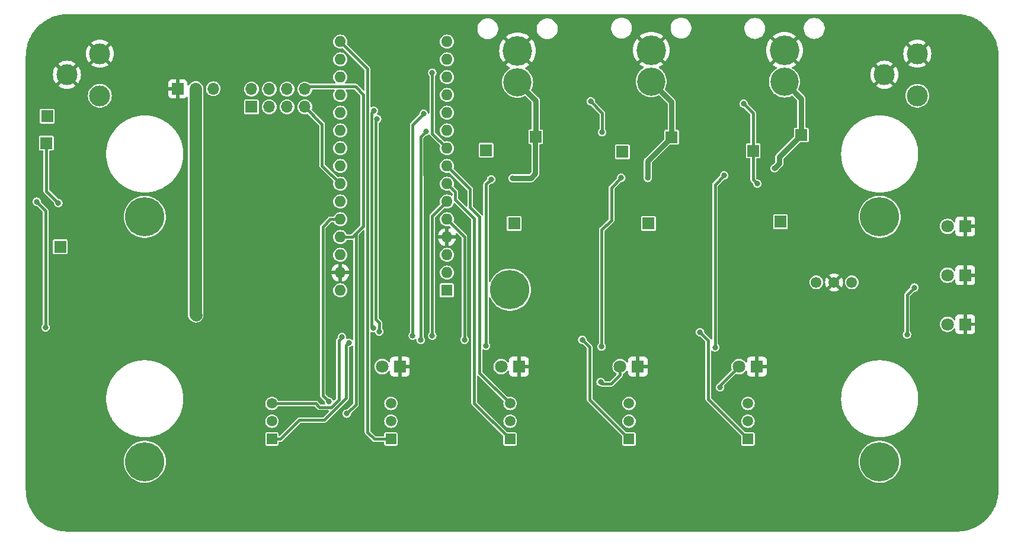
<source format=gbl>
%TF.GenerationSoftware,KiCad,Pcbnew,7.0.8*%
%TF.CreationDate,2024-05-27T16:30:15-04:00*%
%TF.ProjectId,TelescopeController,54656c65-7363-46f7-9065-436f6e74726f,rev?*%
%TF.SameCoordinates,Original*%
%TF.FileFunction,Copper,L2,Bot*%
%TF.FilePolarity,Positive*%
%FSLAX46Y46*%
G04 Gerber Fmt 4.6, Leading zero omitted, Abs format (unit mm)*
G04 Created by KiCad (PCBNEW 7.0.8) date 2024-05-27 16:30:15*
%MOMM*%
%LPD*%
G01*
G04 APERTURE LIST*
%TA.AperFunction,ComponentPad*%
%ADD10R,1.700000X1.700000*%
%TD*%
%TA.AperFunction,ComponentPad*%
%ADD11O,1.700000X1.700000*%
%TD*%
%TA.AperFunction,ComponentPad*%
%ADD12C,4.227000*%
%TD*%
%TA.AperFunction,ComponentPad*%
%ADD13C,4.039000*%
%TD*%
%TA.AperFunction,ComponentPad*%
%ADD14C,3.000000*%
%TD*%
%TA.AperFunction,ComponentPad*%
%ADD15C,5.600000*%
%TD*%
%TA.AperFunction,ComponentPad*%
%ADD16R,1.600000X1.600000*%
%TD*%
%TA.AperFunction,ComponentPad*%
%ADD17O,1.600000X1.600000*%
%TD*%
%TA.AperFunction,ComponentPad*%
%ADD18C,1.550000*%
%TD*%
%TA.AperFunction,ComponentPad*%
%ADD19R,1.500000X1.500000*%
%TD*%
%TA.AperFunction,ComponentPad*%
%ADD20C,1.500000*%
%TD*%
%TA.AperFunction,ComponentPad*%
%ADD21R,1.800000X1.800000*%
%TD*%
%TA.AperFunction,ComponentPad*%
%ADD22C,1.800000*%
%TD*%
%TA.AperFunction,ViaPad*%
%ADD23C,0.800000*%
%TD*%
%TA.AperFunction,ViaPad*%
%ADD24C,1.000000*%
%TD*%
%TA.AperFunction,Conductor*%
%ADD25C,0.391000*%
%TD*%
%TA.AperFunction,Conductor*%
%ADD26C,0.750000*%
%TD*%
%TA.AperFunction,Conductor*%
%ADD27C,1.780000*%
%TD*%
G04 APERTURE END LIST*
D10*
%TO.P,J11,1,Pin_1*%
%TO.N,/Thermistor1/AOUT*%
X76110000Y-103875000D03*
D11*
%TO.P,J11,2,Pin_2*%
%TO.N,+5V*%
X76110000Y-101335000D03*
%TO.P,J11,3,Pin_3*%
%TO.N,/Thermistor/AOUT*%
X78650000Y-103875000D03*
%TO.P,J11,4,Pin_4*%
%TO.N,+5V*%
X78650000Y-101335000D03*
%TO.P,J11,5,Pin_5*%
%TO.N,/Thermistor3/AOUT*%
X81190000Y-103875000D03*
%TO.P,J11,6,Pin_6*%
%TO.N,+5V*%
X81190000Y-101335000D03*
%TO.P,J11,7,Pin_7*%
%TO.N,/Thermistor2/AOUT*%
X83730000Y-103875000D03*
%TO.P,J11,8,Pin_8*%
%TO.N,+5V*%
X83730000Y-101335000D03*
%TD*%
D10*
%TO.P,TP11,1,1*%
%TO.N,/12V_SWITCHING2/OUT*%
X154675000Y-107900000D03*
%TD*%
%TO.P,TP5,1,1*%
%TO.N,/12V_SWITCHING/IN*%
X109650000Y-110075000D03*
%TD*%
D12*
%TO.P,J4,1,1*%
%TO.N,GND*%
X152275000Y-95800000D03*
D13*
%TO.P,J4,2,2*%
%TO.N,/12V_SWITCHING2/OUT*%
X152275000Y-100300000D03*
%TD*%
D10*
%TO.P,TP8,1,1*%
%TO.N,/12V_SWITCHING3/IN*%
X46800000Y-109050000D03*
%TD*%
D14*
%TO.P,J7,1,1*%
%TO.N,+12V*%
X171250000Y-102275000D03*
%TO.P,J7,2,2*%
%TO.N,GND*%
X171250000Y-96275000D03*
%TO.P,J7,3,3*%
X166550000Y-99275000D03*
%TD*%
D10*
%TO.P,TP2,1,1*%
%TO.N,Net-(Q10-G)*%
X132850000Y-120550000D03*
%TD*%
%TO.P,TP7,1,1*%
%TO.N,/12V_SWITCHING2/IN*%
X147800000Y-110150000D03*
%TD*%
%TO.P,TP12,1,1*%
%TO.N,/12V_SWITCHING3/OUT*%
X46925000Y-105200000D03*
%TD*%
%TO.P,TP10,1,1*%
%TO.N,/12V_SWITCHING1/OUT*%
X136150000Y-108200000D03*
%TD*%
D15*
%TO.P,REF\u002A\u002A,1*%
%TO.N,N/C*%
X165867641Y-154600000D03*
%TD*%
D10*
%TO.P,TP4,1,1*%
%TO.N,Net-(Q12-G)*%
X48800000Y-123875000D03*
%TD*%
%TO.P,TP6,1,1*%
%TO.N,/12V_SWITCHING1/IN*%
X129125000Y-110300000D03*
%TD*%
D15*
%TO.P,REF\u002A\u002A,1*%
%TO.N,N/C*%
X60867641Y-154600000D03*
%TD*%
%TO.P,REF\u002A\u002A,1*%
%TO.N,N/C*%
X165867641Y-119600000D03*
%TD*%
D14*
%TO.P,J1,1,1*%
%TO.N,/12V_SWITCHING3/OUT*%
X54450000Y-102275000D03*
%TO.P,J1,2,2*%
%TO.N,GND*%
X54450000Y-96275000D03*
%TO.P,J1,3,3*%
X49750000Y-99275000D03*
%TD*%
D16*
%TO.P,A1,1,D1/TX*%
%TO.N,unconnected-(A1-D1{slash}TX-Pad1)*%
X104035000Y-130095000D03*
D17*
%TO.P,A1,2,D0/RX*%
%TO.N,unconnected-(A1-D0{slash}RX-Pad2)*%
X104035000Y-127555000D03*
%TO.P,A1,3,~{RESET}*%
%TO.N,unconnected-(A1-~{RESET}-Pad3)*%
X104035000Y-125015000D03*
%TO.P,A1,4,GND*%
%TO.N,GND*%
X104035000Y-122475000D03*
%TO.P,A1,5,D2*%
%TO.N,/HEATER2_ON*%
X104035000Y-119935000D03*
%TO.P,A1,6,D3*%
%TO.N,/HEATER2_OFF*%
X104035000Y-117395000D03*
%TO.P,A1,7,D4*%
%TO.N,/HEATER3_ON*%
X104035000Y-114855000D03*
%TO.P,A1,8,D5*%
%TO.N,/HEATER3_OFF*%
X104035000Y-112315000D03*
%TO.P,A1,9,D6*%
%TO.N,Net-(A1-D6)*%
X104035000Y-109775000D03*
%TO.P,A1,10,D7*%
%TO.N,/CAP_OPEN*%
X104035000Y-107235000D03*
%TO.P,A1,11,D8*%
%TO.N,/CAP_CLOSE*%
X104035000Y-104695000D03*
%TO.P,A1,12,D9*%
%TO.N,/12V_SWITCHING/IN*%
X104035000Y-102155000D03*
%TO.P,A1,13,D10*%
%TO.N,/12V_SWITCHING1/IN*%
X104035000Y-99615000D03*
%TO.P,A1,14,D11*%
%TO.N,/12V_SWITCHING2/IN*%
X104035000Y-97075000D03*
%TO.P,A1,15,D12*%
%TO.N,/12V_SWITCHING3/IN*%
X104035000Y-94535000D03*
%TO.P,A1,16,D13*%
%TO.N,/LIGHT_ON*%
X88795000Y-94535000D03*
%TO.P,A1,17,3V3*%
%TO.N,unconnected-(A1-3V3-Pad17)*%
X88795000Y-97075000D03*
%TO.P,A1,18,AREF*%
%TO.N,unconnected-(A1-AREF-Pad18)*%
X88795000Y-99615000D03*
%TO.P,A1,19,A0*%
%TO.N,/HEATER1_OFF*%
X88795000Y-102155000D03*
%TO.P,A1,20,A1*%
%TO.N,/HEATER1_ON*%
X88795000Y-104695000D03*
%TO.P,A1,21,A2*%
%TO.N,unconnected-(A1-A2-Pad21)*%
X88795000Y-107235000D03*
%TO.P,A1,22,A3*%
%TO.N,/Thermistor/AOUT*%
X88795000Y-109775000D03*
%TO.P,A1,23,A4*%
%TO.N,/Thermistor1/AOUT*%
X88795000Y-112315000D03*
%TO.P,A1,24,A5*%
%TO.N,/Thermistor2/AOUT*%
X88795000Y-114855000D03*
%TO.P,A1,25,A6*%
%TO.N,/Thermistor3/AOUT*%
X88795000Y-117395000D03*
%TO.P,A1,26,A7*%
%TO.N,/LIGHT_OFF*%
X88795000Y-119935000D03*
%TO.P,A1,27,+5V*%
%TO.N,+5V*%
X88795000Y-122475000D03*
%TO.P,A1,28,~{RESET}*%
%TO.N,unconnected-(A1-~{RESET}-Pad28)*%
X88795000Y-125015000D03*
%TO.P,A1,29,GND*%
%TO.N,GND*%
X88795000Y-127555000D03*
%TO.P,A1,30,VIN*%
%TO.N,unconnected-(A1-VIN-Pad30)*%
X88795000Y-130095000D03*
%TD*%
D12*
%TO.P,J3,1,1*%
%TO.N,GND*%
X133240000Y-95750000D03*
D13*
%TO.P,J3,2,2*%
%TO.N,/12V_SWITCHING1/OUT*%
X133240000Y-100250000D03*
%TD*%
D15*
%TO.P,REF\u002A\u002A,1*%
%TO.N,N/C*%
X113035000Y-130000000D03*
%TD*%
D10*
%TO.P,TP1,1,1*%
%TO.N,Net-(Q2-G)*%
X113650000Y-120550000D03*
%TD*%
D15*
%TO.P,REF\u002A\u002A,1*%
%TO.N,N/C*%
X60867641Y-119600000D03*
%TD*%
D10*
%TO.P,TP3,1,1*%
%TO.N,Net-(Q11-G)*%
X151700000Y-120300000D03*
%TD*%
%TO.P,TP9,1,1*%
%TO.N,/12V_SWITCHING/OUT*%
X116725000Y-108150000D03*
%TD*%
D18*
%TO.P,PS1,1,+VIN*%
%TO.N,+12V*%
X161890000Y-128962500D03*
%TO.P,PS1,2,GND*%
%TO.N,GND*%
X159350000Y-128962500D03*
%TO.P,PS1,3,+VOUT*%
%TO.N,Net-(PS1-+VOUT)*%
X156810000Y-128962500D03*
%TD*%
D12*
%TO.P,J2,1,1*%
%TO.N,GND*%
X114125000Y-95850000D03*
D13*
%TO.P,J2,2,2*%
%TO.N,/12V_SWITCHING/OUT*%
X114125000Y-100350000D03*
%TD*%
D10*
%TO.P,J5,1,Pin_1*%
%TO.N,GND*%
X65585000Y-101275000D03*
D11*
%TO.P,J5,2,Pin_2*%
%TO.N,Net-(J5-Pin_2)*%
X68125000Y-101275000D03*
%TO.P,J5,3,Pin_3*%
%TO.N,Net-(A1-D6)*%
X70665000Y-101275000D03*
%TD*%
D19*
%TO.P,S10,1,1*%
%TO.N,/CAP_OPEN*%
X79040000Y-151355000D03*
D20*
%TO.P,S10,2,2*%
%TO.N,+5V*%
X79040000Y-148815000D03*
%TO.P,S10,3,3*%
%TO.N,/CAP_CLOSE*%
X79040000Y-146275000D03*
%TD*%
D21*
%TO.P,D13,1,K*%
%TO.N,GND*%
X97325000Y-141000000D03*
D22*
%TO.P,D13,2,A*%
%TO.N,Net-(D13-A)*%
X94785000Y-141000000D03*
%TD*%
D21*
%TO.P,D9,1,K*%
%TO.N,GND*%
X131325000Y-141000000D03*
D22*
%TO.P,D9,2,A*%
%TO.N,Net-(D9-A)*%
X128785000Y-141000000D03*
%TD*%
D21*
%TO.P,D12,1,K*%
%TO.N,GND*%
X114325000Y-141000000D03*
D22*
%TO.P,D12,2,A*%
%TO.N,Net-(D12-A)*%
X111785000Y-141000000D03*
%TD*%
D19*
%TO.P,S8,1,1*%
%TO.N,/HEATER1_ON*%
X147060000Y-151355000D03*
D20*
%TO.P,S8,2,2*%
%TO.N,+5V*%
X147060000Y-148815000D03*
%TO.P,S8,3,3*%
%TO.N,/HEATER1_OFF*%
X147060000Y-146275000D03*
%TD*%
D21*
%TO.P,D8,1,K*%
%TO.N,GND*%
X148325000Y-141000000D03*
D22*
%TO.P,D8,2,A*%
%TO.N,Net-(D8-A)*%
X145785000Y-141000000D03*
%TD*%
D21*
%TO.P,D11,1,K*%
%TO.N,GND*%
X178090000Y-120950000D03*
D22*
%TO.P,D11,2,A*%
%TO.N,Net-(D11-A)*%
X175550000Y-120950000D03*
%TD*%
D19*
%TO.P,S7,1,1*%
%TO.N,/HEATER3_ON*%
X113060000Y-151355000D03*
D20*
%TO.P,S7,2,2*%
%TO.N,+5V*%
X113060000Y-148815000D03*
%TO.P,S7,3,3*%
%TO.N,/HEATER3_OFF*%
X113060000Y-146275000D03*
%TD*%
D19*
%TO.P,S4,1,1*%
%TO.N,/HEATER2_ON*%
X130060000Y-151355000D03*
D20*
%TO.P,S4,2,2*%
%TO.N,+5V*%
X130060000Y-148815000D03*
%TO.P,S4,3,3*%
%TO.N,/HEATER2_OFF*%
X130060000Y-146275000D03*
%TD*%
D19*
%TO.P,S9,1,1*%
%TO.N,/LIGHT_ON*%
X96040000Y-151355000D03*
D20*
%TO.P,S9,2,2*%
%TO.N,+5V*%
X96040000Y-148815000D03*
%TO.P,S9,3,3*%
%TO.N,/LIGHT_OFF*%
X96040000Y-146275000D03*
%TD*%
D21*
%TO.P,D14,1,K*%
%TO.N,GND*%
X178090000Y-127950000D03*
D22*
%TO.P,D14,2,A*%
%TO.N,Net-(D14-A)*%
X175550000Y-127950000D03*
%TD*%
D21*
%TO.P,D10,1,K*%
%TO.N,GND*%
X178090000Y-134950000D03*
D22*
%TO.P,D10,2,A*%
%TO.N,Net-(D10-A)*%
X175550000Y-134950000D03*
%TD*%
D23*
%TO.N,/HEATER1_OFF*%
X93486000Y-135500000D03*
X93600000Y-104425000D03*
%TO.N,/HEATER1_ON*%
X140208231Y-136082532D03*
X94360734Y-135983575D03*
X94077000Y-105600000D03*
%TO.N,GND*%
X113400000Y-91675000D03*
X181950000Y-142370000D03*
X82995000Y-163550000D03*
X125425000Y-116650000D03*
X121275000Y-111650000D03*
X71500000Y-107500000D03*
X44825000Y-154295000D03*
X100775000Y-163550000D03*
X133795000Y-163550000D03*
X181950000Y-147450000D03*
X65215000Y-163550000D03*
X111450000Y-109400000D03*
X57595000Y-163550000D03*
X171820000Y-91675000D03*
X130000000Y-101550000D03*
X138000000Y-123925000D03*
X180500000Y-93350000D03*
X176525000Y-157075000D03*
X75300000Y-91675000D03*
X181950000Y-96650000D03*
X181950000Y-157610000D03*
X44825000Y-144135000D03*
X60135000Y-163550000D03*
X169280000Y-91675000D03*
X57520000Y-91675000D03*
X180225000Y-162400000D03*
X50450000Y-91675000D03*
X108395000Y-163550000D03*
X181950000Y-149990000D03*
X67680000Y-91675000D03*
X98235000Y-163550000D03*
X70220000Y-91675000D03*
X146495000Y-163550000D03*
X62675000Y-163550000D03*
X98160000Y-91675000D03*
X181950000Y-155070000D03*
X181950000Y-152530000D03*
X126175000Y-163550000D03*
X46775000Y-92525000D03*
X61075000Y-98750000D03*
X45500000Y-94025000D03*
X176975000Y-163550000D03*
X123600000Y-96425000D03*
X83975000Y-111200000D03*
X166740000Y-91675000D03*
X93155000Y-163550000D03*
X80380000Y-91675000D03*
X90540000Y-91675000D03*
X61525000Y-127125000D03*
X85460000Y-91675000D03*
X105855000Y-163550000D03*
X44825000Y-146675000D03*
X181950000Y-114430000D03*
X163175000Y-97150000D03*
X44825000Y-131435000D03*
X136335000Y-163550000D03*
X88075000Y-163550000D03*
X71875000Y-115450000D03*
X169355000Y-163550000D03*
X44825000Y-126355000D03*
X139300000Y-91650000D03*
X51550000Y-154150000D03*
X166815000Y-163550000D03*
X77915000Y-163550000D03*
X145975000Y-127950000D03*
X181950000Y-111890000D03*
X141415000Y-163550000D03*
X80455000Y-163550000D03*
X72760000Y-91675000D03*
X105075000Y-158000000D03*
X115940000Y-91675000D03*
X44825000Y-139055000D03*
X88325000Y-157625000D03*
X62600000Y-91675000D03*
X174360000Y-91675000D03*
X52515000Y-163550000D03*
X150225000Y-102500000D03*
X178950000Y-92100000D03*
X108075000Y-91650000D03*
X44825000Y-108575000D03*
X148810000Y-163525000D03*
X156655000Y-163550000D03*
X138875000Y-163550000D03*
X44825000Y-136515000D03*
X141275000Y-101650000D03*
X105900000Y-143225000D03*
X81100000Y-116925000D03*
X44825000Y-118735000D03*
X135825000Y-91675000D03*
X131500000Y-119225000D03*
X44825000Y-103495000D03*
X85535000Y-163550000D03*
X176900000Y-91675000D03*
X131550000Y-130375000D03*
X141275000Y-121650000D03*
X154225000Y-120300000D03*
X65140000Y-91675000D03*
X146025000Y-91700000D03*
X171895000Y-163550000D03*
X105780000Y-91675000D03*
X55055000Y-163550000D03*
X135375000Y-110775000D03*
X181950000Y-134750000D03*
X181950000Y-139830000D03*
X95620000Y-91675000D03*
X178825000Y-163275000D03*
X121275000Y-91650000D03*
X44825000Y-159375000D03*
X128810000Y-163525000D03*
X44825000Y-95875000D03*
X159150000Y-119700000D03*
X164200000Y-91675000D03*
X44825000Y-156835000D03*
X116015000Y-163550000D03*
X154300000Y-110900000D03*
X97400000Y-103525000D03*
X158275000Y-155525000D03*
X48150000Y-163300000D03*
X181950000Y-109350000D03*
X95975000Y-122225000D03*
X44825000Y-116195000D03*
X100700000Y-91675000D03*
X93080000Y-91675000D03*
X143225000Y-96600000D03*
X80825000Y-137175000D03*
X154975000Y-139275000D03*
X90615000Y-163550000D03*
X88000000Y-91675000D03*
X131275000Y-91650000D03*
X44825000Y-113655000D03*
X121095000Y-163550000D03*
X181925000Y-159750000D03*
X181950000Y-124590000D03*
X54980000Y-91675000D03*
X181525000Y-94925000D03*
X181950000Y-127130000D03*
X119800000Y-140525000D03*
X44825000Y-128895000D03*
X113475000Y-163550000D03*
X44825000Y-100955000D03*
X181225000Y-161375000D03*
X154115000Y-163550000D03*
X151575000Y-163550000D03*
X161735000Y-163550000D03*
X69950000Y-158675000D03*
X181950000Y-129670000D03*
X143955000Y-163550000D03*
X52440000Y-91675000D03*
X95695000Y-163550000D03*
X44825000Y-98415000D03*
X75375000Y-163550000D03*
X70295000Y-163550000D03*
X44825000Y-149215000D03*
X69500000Y-151775000D03*
X44825000Y-121275000D03*
X181950000Y-122050000D03*
X44825000Y-106035000D03*
X181950000Y-119510000D03*
X79075000Y-111075000D03*
X159120000Y-91675000D03*
X181950000Y-144910000D03*
X72835000Y-163550000D03*
X44825000Y-133975000D03*
X67755000Y-163550000D03*
X164275000Y-163550000D03*
X133720000Y-91675000D03*
X51200000Y-142950000D03*
X77840000Y-91675000D03*
X48475000Y-91800000D03*
X179675000Y-97475000D03*
X97200000Y-96800000D03*
X181950000Y-104270000D03*
X126100000Y-91675000D03*
X60060000Y-91675000D03*
X141275000Y-91650000D03*
X123560000Y-91675000D03*
X161660000Y-91675000D03*
X181950000Y-106810000D03*
X141275000Y-111650000D03*
X85405000Y-108950000D03*
X181950000Y-99190000D03*
X82920000Y-91675000D03*
X49975000Y-163550000D03*
X110935000Y-163550000D03*
X181950000Y-101730000D03*
X154040000Y-91675000D03*
X181950000Y-137290000D03*
X44825000Y-141595000D03*
X151275000Y-91650000D03*
X51600000Y-130950000D03*
X159195000Y-163550000D03*
X44825000Y-123815000D03*
X44825000Y-151755000D03*
X176700000Y-143175000D03*
X123635000Y-163550000D03*
X103315000Y-163550000D03*
X179350000Y-112350000D03*
X120575000Y-130100000D03*
X118810000Y-163525000D03*
X131255000Y-163550000D03*
X181950000Y-116970000D03*
X44825000Y-111115000D03*
X121275000Y-121650000D03*
X123650000Y-153825000D03*
X174435000Y-163550000D03*
X111275000Y-101650000D03*
X181950000Y-132210000D03*
X143880000Y-91675000D03*
X103240000Y-91675000D03*
X46650000Y-162300000D03*
X121275000Y-101650000D03*
X45500000Y-160975000D03*
X140300000Y-155575000D03*
%TO.N,/HEATER2_ON*%
X123375000Y-137161000D03*
X106550000Y-137161000D03*
%TO.N,/HEATER2_OFF*%
X101950000Y-136570000D03*
%TO.N,Net-(A1-D6)*%
X101950000Y-98975000D03*
%TO.N,/CAP_OPEN*%
X100300000Y-137200000D03*
X90025000Y-137595000D03*
X101025000Y-107375000D03*
%TO.N,/CAP_CLOSE*%
X89050000Y-136800000D03*
X100725000Y-104875000D03*
X99150000Y-136570000D03*
%TO.N,/12V_SWITCHING1/IN*%
X124575000Y-103075000D03*
X126225000Y-107500000D03*
%TO.N,/12V_SWITCHING2/IN*%
X148375000Y-114850000D03*
X146450000Y-103425000D03*
%TO.N,/12V_SWITCHING3/IN*%
X48525000Y-117625000D03*
%TO.N,+5V*%
X89750000Y-147725000D03*
X169775000Y-136425000D03*
X170825000Y-129700000D03*
%TO.N,/12V_SWITCHING/OUT*%
X110350000Y-114225000D03*
X109625000Y-138025000D03*
X113400000Y-114075000D03*
%TO.N,/12V_SWITCHING1/OUT*%
X126150000Y-138150000D03*
X132750000Y-114025000D03*
X128950000Y-114025000D03*
%TO.N,/12V_SWITCHING2/OUT*%
X142350000Y-138250000D03*
X150850000Y-112650000D03*
X143650000Y-113675000D03*
D24*
%TO.N,Net-(J5-Pin_2)*%
X68175000Y-133600000D03*
D23*
%TO.N,/12V_SWITCHING3/OUT*%
X46700000Y-135400000D03*
X45425000Y-117425000D03*
%TO.N,/LIGHT_OFF*%
X87175000Y-146025000D03*
%TO.N,Net-(D8-A)*%
X143075000Y-143975000D03*
%TO.N,Net-(D9-A)*%
X126000000Y-143225000D03*
%TD*%
D25*
%TO.N,/HEATER1_OFF*%
X93282000Y-104743000D02*
X93282000Y-135275000D01*
X93282000Y-135275000D02*
X93282000Y-135296000D01*
X93282000Y-135296000D02*
X93486000Y-135500000D01*
X93600000Y-104425000D02*
X93282000Y-104743000D01*
%TO.N,/HEATER1_ON*%
X94360734Y-135983575D02*
X94360734Y-134712734D01*
X93873000Y-113750000D02*
X93873000Y-105804000D01*
X147060000Y-151355000D02*
X141600000Y-145895000D01*
X141375000Y-145670000D02*
X141375000Y-137249301D01*
X141375000Y-137249301D02*
X140208231Y-136082532D01*
X93873000Y-134225000D02*
X93873000Y-113750000D01*
X94360734Y-134712734D02*
X93873000Y-134225000D01*
X93873000Y-105804000D02*
X94077000Y-105600000D01*
X141600000Y-145895000D02*
X141375000Y-145670000D01*
%TO.N,/HEATER2_ON*%
X124425000Y-145720000D02*
X124425000Y-138211000D01*
X106550000Y-122450000D02*
X104035000Y-119935000D01*
X106550000Y-137161000D02*
X106550000Y-122450000D01*
X130060000Y-151355000D02*
X124425000Y-145720000D01*
X124425000Y-138211000D02*
X123375000Y-137161000D01*
%TO.N,/HEATER2_OFF*%
X101950000Y-119480000D02*
X104035000Y-117395000D01*
X101950000Y-136570000D02*
X101950000Y-119480000D01*
%TO.N,/HEATER3_ON*%
X113060000Y-151355000D02*
X107925000Y-146220000D01*
X105230500Y-116050500D02*
X104035000Y-114855000D01*
X107925000Y-146220000D02*
X107925000Y-119825000D01*
X107925000Y-119825000D02*
X105230500Y-117130500D01*
X105230500Y-117130500D02*
X105230500Y-116050500D01*
%TO.N,/HEATER3_OFF*%
X108700000Y-119604500D02*
X107345500Y-118250000D01*
X107345500Y-115625500D02*
X104035000Y-112315000D01*
X113060000Y-146275000D02*
X108700000Y-141915000D01*
X108700000Y-141915000D02*
X108700000Y-119604500D01*
X107345500Y-118250000D02*
X107345500Y-115625500D01*
%TO.N,Net-(A1-D6)*%
X101950000Y-107690000D02*
X104035000Y-109775000D01*
X101950000Y-98975000D02*
X101950000Y-107690000D01*
%TO.N,/CAP_OPEN*%
X79040000Y-151355000D02*
X80270000Y-151355000D01*
X100300000Y-113850000D02*
X100275000Y-113825000D01*
X86510807Y-148650000D02*
X89650000Y-145510807D01*
X89650000Y-137970000D02*
X90025000Y-137595000D01*
X82975000Y-148650000D02*
X86510807Y-148650000D01*
X100275000Y-108125000D02*
X101025000Y-107375000D01*
X100275000Y-113825000D02*
X100275000Y-108700000D01*
X89650000Y-145510807D02*
X89650000Y-137970000D01*
X100275000Y-108700000D02*
X100275000Y-108125000D01*
X100300000Y-137200000D02*
X100300000Y-113850000D01*
X80270000Y-151355000D02*
X82975000Y-148650000D01*
%TO.N,/CAP_CLOSE*%
X88604500Y-137245500D02*
X89050000Y-136800000D01*
X79040000Y-146275000D02*
X85300000Y-146275000D01*
X87504507Y-146820500D02*
X88604500Y-145720507D01*
X85300000Y-146275000D02*
X85845500Y-146820500D01*
X99150000Y-106450000D02*
X100725000Y-104875000D01*
X99150000Y-136570000D02*
X99150000Y-106450000D01*
X88604500Y-145720507D02*
X88604500Y-137245500D01*
X85845500Y-146820500D02*
X87504507Y-146820500D01*
%TO.N,/12V_SWITCHING1/IN*%
X126225000Y-107500000D02*
X126225000Y-104725000D01*
X126225000Y-104725000D02*
X124575000Y-103075000D01*
%TO.N,/12V_SWITCHING2/IN*%
X148375000Y-114850000D02*
X147800000Y-114275000D01*
X147800000Y-114275000D02*
X147800000Y-110150000D01*
X146450000Y-103425000D02*
X147800000Y-104775000D01*
X147800000Y-104775000D02*
X147800000Y-110150000D01*
%TO.N,/12V_SWITCHING3/IN*%
X46800000Y-115900000D02*
X46800000Y-109050000D01*
X48525000Y-117625000D02*
X46800000Y-115900000D01*
%TO.N,/Thermistor2/AOUT*%
X86200000Y-106345000D02*
X86200000Y-112260000D01*
X86200000Y-112260000D02*
X88795000Y-114855000D01*
X83730000Y-103875000D02*
X86200000Y-106345000D01*
%TO.N,+5V*%
X92100000Y-120900000D02*
X91050000Y-121950000D01*
X90525000Y-122475000D02*
X92100000Y-120900000D01*
X83730000Y-101335000D02*
X84105500Y-100959500D01*
X91050000Y-121950000D02*
X91050000Y-146425000D01*
X169775000Y-136425000D02*
X169775000Y-130750000D01*
X169775000Y-130750000D02*
X170825000Y-129700000D01*
X92100000Y-102100000D02*
X92100000Y-120900000D01*
X90959500Y-100959500D02*
X92100000Y-102100000D01*
X91050000Y-146425000D02*
X89750000Y-147725000D01*
X88795000Y-122475000D02*
X90525000Y-122475000D01*
X84105500Y-100959500D02*
X90959500Y-100959500D01*
D26*
%TO.N,/12V_SWITCHING/OUT*%
X116675000Y-108200000D02*
X116675000Y-113425000D01*
D25*
X109625000Y-138025000D02*
X109625000Y-122725000D01*
D26*
X116025000Y-114075000D02*
X113400000Y-114075000D01*
D25*
X109625000Y-122725000D02*
X109625000Y-114950000D01*
X109625000Y-114950000D02*
X110350000Y-114225000D01*
D26*
X116725000Y-108150000D02*
X116675000Y-108200000D01*
X116725000Y-108150000D02*
X116725000Y-102950000D01*
X116675000Y-113425000D02*
X116025000Y-114075000D01*
X116725000Y-102950000D02*
X114125000Y-100350000D01*
D25*
%TO.N,/12V_SWITCHING1/OUT*%
X127550000Y-115775000D02*
X127550000Y-115425000D01*
X126150000Y-121450000D02*
X127550000Y-120050000D01*
D26*
X132750000Y-111600000D02*
X136150000Y-108200000D01*
X136150000Y-103160000D02*
X133240000Y-100250000D01*
D25*
X126150000Y-138150000D02*
X126150000Y-121450000D01*
X127550000Y-120050000D02*
X127550000Y-115775000D01*
X127550000Y-115425000D02*
X128950000Y-114025000D01*
D26*
X136150000Y-108200000D02*
X136150000Y-103160000D01*
X132750000Y-114025000D02*
X132750000Y-111600000D01*
%TO.N,/12V_SWITCHING2/OUT*%
X151525000Y-111975000D02*
X150850000Y-112650000D01*
X151525000Y-111050000D02*
X151525000Y-111975000D01*
X151525000Y-111050000D02*
X154675000Y-107900000D01*
X154675000Y-102700000D02*
X152275000Y-100300000D01*
D25*
X142350000Y-138250000D02*
X142350000Y-114975000D01*
X142350000Y-114975000D02*
X143650000Y-113675000D01*
D26*
X154675000Y-107900000D02*
X154675000Y-102700000D01*
D27*
%TO.N,Net-(J5-Pin_2)*%
X68175000Y-133600000D02*
X68125000Y-133550000D01*
X68125000Y-133550000D02*
X68125000Y-101275000D01*
D25*
%TO.N,/12V_SWITCHING3/OUT*%
X46700000Y-135400000D02*
X46700000Y-118700000D01*
X46700000Y-118700000D02*
X45425000Y-117425000D01*
%TO.N,/LIGHT_ON*%
X93655000Y-151355000D02*
X96040000Y-151355000D01*
X92691000Y-150391000D02*
X93655000Y-151355000D01*
X92691000Y-98431000D02*
X92691000Y-150391000D01*
X88795000Y-94535000D02*
X92691000Y-98431000D01*
%TO.N,/LIGHT_OFF*%
X87365000Y-119935000D02*
X86300000Y-121000000D01*
X86300000Y-121000000D02*
X86300000Y-145150000D01*
X88795000Y-119935000D02*
X87365000Y-119935000D01*
X86300000Y-145150000D02*
X87175000Y-146025000D01*
%TO.N,Net-(D8-A)*%
X143075000Y-143710000D02*
X143075000Y-143975000D01*
X145785000Y-141000000D02*
X143075000Y-143710000D01*
%TO.N,Net-(D9-A)*%
X128785000Y-141000000D02*
X128785000Y-142190000D01*
X127500000Y-143475000D02*
X126250000Y-143475000D01*
X128785000Y-142190000D02*
X127500000Y-143475000D01*
X126250000Y-143475000D02*
X126000000Y-143225000D01*
%TD*%
%TA.AperFunction,Conductor*%
%TO.N,GND*%
G36*
X177109048Y-90609982D02*
G01*
X177342173Y-90619622D01*
X177346870Y-90619997D01*
X177590803Y-90648867D01*
X177810675Y-90676273D01*
X177822194Y-90677709D01*
X177826621Y-90678423D01*
X178067583Y-90726352D01*
X178295987Y-90774242D01*
X178300060Y-90775242D01*
X178536660Y-90841968D01*
X178667308Y-90880863D01*
X178760428Y-90908587D01*
X178764198Y-90909842D01*
X178842369Y-90938680D01*
X178994915Y-90994956D01*
X179212525Y-91079868D01*
X179215930Y-91081316D01*
X179439339Y-91184307D01*
X179608334Y-91266924D01*
X179649333Y-91286967D01*
X179652398Y-91288573D01*
X179737831Y-91336417D01*
X179867130Y-91408828D01*
X180068062Y-91528557D01*
X180070735Y-91530246D01*
X180181497Y-91604254D01*
X180275477Y-91667050D01*
X180305405Y-91688418D01*
X180465930Y-91803030D01*
X180468273Y-91804789D01*
X180657767Y-91954175D01*
X180661752Y-91957316D01*
X180841412Y-92109481D01*
X181023430Y-92277737D01*
X181079032Y-92333340D01*
X181189896Y-92444205D01*
X181358144Y-92626216D01*
X181510308Y-92805878D01*
X181662832Y-92999357D01*
X181664601Y-93001715D01*
X181800560Y-93192137D01*
X181937373Y-93396895D01*
X181939083Y-93399604D01*
X182058790Y-93600501D01*
X182179045Y-93815239D01*
X182180651Y-93818303D01*
X182283302Y-94028283D01*
X182386293Y-94251694D01*
X182387747Y-94255114D01*
X182472679Y-94472780D01*
X182557768Y-94703433D01*
X182559023Y-94707202D01*
X182625662Y-94931047D01*
X182692361Y-95167554D01*
X182693369Y-95171661D01*
X182741264Y-95400097D01*
X182789181Y-95641013D01*
X182789897Y-95645441D01*
X182818751Y-95876949D01*
X182847607Y-96120790D01*
X182847984Y-96125512D01*
X182857229Y-96348677D01*
X182858720Y-96386630D01*
X182867092Y-96599801D01*
X182867141Y-96601034D01*
X182867141Y-158600000D01*
X182855346Y-158900203D01*
X182848032Y-159074376D01*
X182847657Y-159079064D01*
X182818779Y-159323064D01*
X182789921Y-159554563D01*
X182789206Y-159558990D01*
X182741283Y-159799922D01*
X182693386Y-160028351D01*
X182692377Y-160032457D01*
X182625668Y-160268994D01*
X182559042Y-160492783D01*
X182557787Y-160496552D01*
X182472678Y-160727255D01*
X182387766Y-160944867D01*
X182386312Y-160948287D01*
X182283317Y-161171704D01*
X182180658Y-161381697D01*
X182179052Y-161384761D01*
X182058792Y-161599501D01*
X181939079Y-161800405D01*
X181937369Y-161803113D01*
X181800562Y-162007863D01*
X181664608Y-162198278D01*
X181662839Y-162200635D01*
X181510308Y-162394122D01*
X181358139Y-162573789D01*
X181189909Y-162755781D01*
X181023408Y-162922281D01*
X180841418Y-163090513D01*
X180661754Y-163242682D01*
X180468273Y-163395211D01*
X180465916Y-163396979D01*
X180275487Y-163532946D01*
X180070746Y-163669749D01*
X180068038Y-163671459D01*
X179867138Y-163791172D01*
X179652398Y-163911433D01*
X179649333Y-163913038D01*
X179439351Y-164015694D01*
X179215923Y-164118696D01*
X179212504Y-164120150D01*
X178994912Y-164205056D01*
X178764194Y-164290173D01*
X178760426Y-164291428D01*
X178536660Y-164358049D01*
X178300094Y-164424768D01*
X178295987Y-164425777D01*
X178067549Y-164473677D01*
X177826637Y-164521599D01*
X177822210Y-164522314D01*
X177590751Y-164551168D01*
X177346887Y-164580032D01*
X177342155Y-164580410D01*
X177099001Y-164590448D01*
X176950226Y-164596294D01*
X176868662Y-164599500D01*
X49867678Y-164599500D01*
X49625565Y-164589483D01*
X49392186Y-164579343D01*
X49387461Y-164578957D01*
X49143125Y-164549524D01*
X48911250Y-164520129D01*
X48906824Y-164519405D01*
X48665451Y-164470872D01*
X48436685Y-164422407D01*
X48432581Y-164421390D01*
X48195662Y-164354041D01*
X47971554Y-164286813D01*
X47967787Y-164285551D01*
X47736789Y-164199785D01*
X47518872Y-164114231D01*
X47515463Y-164112773D01*
X47387682Y-164053543D01*
X47291793Y-164009095D01*
X47192423Y-163960260D01*
X47081578Y-163905786D01*
X47078559Y-163904197D01*
X46863550Y-163783197D01*
X46662514Y-163662839D01*
X46659828Y-163661134D01*
X46454913Y-163523598D01*
X46264387Y-163386967D01*
X46262033Y-163385193D01*
X46174570Y-163315948D01*
X46068454Y-163231934D01*
X45888718Y-163079062D01*
X45706719Y-162910121D01*
X45540217Y-162742926D01*
X45372005Y-162560195D01*
X45231941Y-162394122D01*
X45219898Y-162379843D01*
X45077375Y-162198278D01*
X45067447Y-162185630D01*
X45065683Y-162183269D01*
X44929840Y-161992170D01*
X44793167Y-161786701D01*
X44791462Y-161783988D01*
X44671929Y-161582434D01*
X44551861Y-161366988D01*
X44550269Y-161363936D01*
X44447823Y-161153271D01*
X44345082Y-160929184D01*
X44343638Y-160925767D01*
X44258989Y-160707491D01*
X44174181Y-160476126D01*
X44172943Y-160472385D01*
X44106642Y-160247978D01*
X44101623Y-160230039D01*
X44040272Y-160010762D01*
X44039286Y-160006712D01*
X43991770Y-159777731D01*
X43944234Y-159536128D01*
X43943535Y-159531751D01*
X43915087Y-159299596D01*
X43886685Y-159055269D01*
X43886319Y-159050563D01*
X43877146Y-158817025D01*
X43868141Y-158575001D01*
X43868142Y-158574501D01*
X43868141Y-158574500D01*
X43868190Y-158550147D01*
X43868141Y-158549897D01*
X43868141Y-154600003D01*
X57862056Y-154600003D01*
X57882379Y-154948927D01*
X57882380Y-154948938D01*
X57943069Y-155293127D01*
X57943071Y-155293134D01*
X58043315Y-155627972D01*
X58181748Y-155948895D01*
X58181754Y-155948908D01*
X58356511Y-156251597D01*
X58565225Y-156531949D01*
X58565230Y-156531955D01*
X58689104Y-156663253D01*
X58805083Y-156786183D01*
X58981544Y-156934251D01*
X59072827Y-157010847D01*
X59072835Y-157010853D01*
X59364844Y-157202911D01*
X59364848Y-157202913D01*
X59677190Y-157359777D01*
X60005630Y-157479319D01*
X60345727Y-157559923D01*
X60692882Y-157600500D01*
X60692889Y-157600500D01*
X61042393Y-157600500D01*
X61042400Y-157600500D01*
X61389555Y-157559923D01*
X61729652Y-157479319D01*
X62058092Y-157359777D01*
X62370434Y-157202913D01*
X62662452Y-157010849D01*
X62930199Y-156786183D01*
X63170053Y-156531953D01*
X63378771Y-156251596D01*
X63553530Y-155948904D01*
X63691967Y-155627971D01*
X63792210Y-155293136D01*
X63852903Y-154948927D01*
X63873226Y-154600003D01*
X162862056Y-154600003D01*
X162882379Y-154948927D01*
X162882380Y-154948938D01*
X162943069Y-155293127D01*
X162943071Y-155293134D01*
X163043315Y-155627972D01*
X163181748Y-155948895D01*
X163181754Y-155948908D01*
X163356511Y-156251597D01*
X163565225Y-156531949D01*
X163565230Y-156531955D01*
X163689104Y-156663253D01*
X163805083Y-156786183D01*
X163981544Y-156934251D01*
X164072827Y-157010847D01*
X164072835Y-157010853D01*
X164364844Y-157202911D01*
X164364848Y-157202913D01*
X164677190Y-157359777D01*
X165005630Y-157479319D01*
X165345727Y-157559923D01*
X165692882Y-157600500D01*
X165692889Y-157600500D01*
X166042393Y-157600500D01*
X166042400Y-157600500D01*
X166389555Y-157559923D01*
X166729652Y-157479319D01*
X167058092Y-157359777D01*
X167370434Y-157202913D01*
X167662452Y-157010849D01*
X167930199Y-156786183D01*
X168170053Y-156531953D01*
X168378771Y-156251596D01*
X168553530Y-155948904D01*
X168691967Y-155627971D01*
X168792210Y-155293136D01*
X168852903Y-154948927D01*
X168873226Y-154600000D01*
X168852903Y-154251073D01*
X168852901Y-154251061D01*
X168792212Y-153906872D01*
X168792210Y-153906865D01*
X168691966Y-153572027D01*
X168553533Y-153251104D01*
X168553530Y-153251096D01*
X168378771Y-152948404D01*
X168378770Y-152948402D01*
X168170056Y-152668050D01*
X168170051Y-152668044D01*
X168054074Y-152545117D01*
X167930199Y-152413817D01*
X167782129Y-152289572D01*
X167662454Y-152189152D01*
X167662446Y-152189146D01*
X167370437Y-151997088D01*
X167058099Y-151840226D01*
X167058093Y-151840223D01*
X166729653Y-151720681D01*
X166729650Y-151720680D01*
X166389556Y-151640077D01*
X166346160Y-151635004D01*
X166042400Y-151599500D01*
X165692882Y-151599500D01*
X165389121Y-151635004D01*
X165345726Y-151640077D01*
X165345724Y-151640077D01*
X165005631Y-151720680D01*
X165005628Y-151720681D01*
X164677188Y-151840223D01*
X164677182Y-151840226D01*
X164364844Y-151997088D01*
X164072835Y-152189146D01*
X164072827Y-152189152D01*
X163805083Y-152413817D01*
X163805081Y-152413819D01*
X163565230Y-152668044D01*
X163565225Y-152668050D01*
X163356511Y-152948402D01*
X163181754Y-153251091D01*
X163181748Y-153251104D01*
X163043315Y-153572027D01*
X162943071Y-153906865D01*
X162943069Y-153906872D01*
X162882380Y-154251061D01*
X162882379Y-154251072D01*
X162862056Y-154599996D01*
X162862056Y-154600003D01*
X63873226Y-154600003D01*
X63873226Y-154600000D01*
X63852903Y-154251073D01*
X63852901Y-154251061D01*
X63792212Y-153906872D01*
X63792210Y-153906865D01*
X63691966Y-153572027D01*
X63553533Y-153251104D01*
X63553530Y-153251096D01*
X63378771Y-152948404D01*
X63378770Y-152948402D01*
X63170056Y-152668050D01*
X63170051Y-152668044D01*
X63054074Y-152545117D01*
X62930199Y-152413817D01*
X62782129Y-152289572D01*
X62662454Y-152189152D01*
X62662446Y-152189146D01*
X62370437Y-151997088D01*
X62058099Y-151840226D01*
X62058093Y-151840223D01*
X61729653Y-151720681D01*
X61729650Y-151720680D01*
X61389556Y-151640077D01*
X61346160Y-151635004D01*
X61042400Y-151599500D01*
X60692882Y-151599500D01*
X60389121Y-151635004D01*
X60345726Y-151640077D01*
X60345724Y-151640077D01*
X60005631Y-151720680D01*
X60005628Y-151720681D01*
X59677188Y-151840223D01*
X59677182Y-151840226D01*
X59364844Y-151997088D01*
X59072835Y-152189146D01*
X59072827Y-152189152D01*
X58805083Y-152413817D01*
X58805081Y-152413819D01*
X58565230Y-152668044D01*
X58565225Y-152668050D01*
X58356511Y-152948402D01*
X58181754Y-153251091D01*
X58181748Y-153251104D01*
X58043315Y-153572027D01*
X57943071Y-153906865D01*
X57943069Y-153906872D01*
X57882380Y-154251061D01*
X57882379Y-154251072D01*
X57862056Y-154599996D01*
X57862056Y-154600003D01*
X43868141Y-154600003D01*
X43868141Y-145600000D01*
X55362180Y-145600000D01*
X55369049Y-145761717D01*
X55370119Y-145786893D01*
X55370119Y-145833536D01*
X55374073Y-145879998D01*
X55382012Y-146066890D01*
X55405774Y-146252451D01*
X55409729Y-146298913D01*
X55413750Y-146322362D01*
X55417609Y-146344873D01*
X55441372Y-146530436D01*
X55480780Y-146713289D01*
X55484769Y-146736547D01*
X55488663Y-146759258D01*
X55493529Y-146777946D01*
X55500414Y-146804391D01*
X55524586Y-146916549D01*
X55539501Y-146985753D01*
X55539827Y-146987262D01*
X55594601Y-147166120D01*
X55606355Y-147211258D01*
X55613012Y-147230098D01*
X55621887Y-147255216D01*
X55632230Y-147288989D01*
X55676665Y-147434087D01*
X55746410Y-147607654D01*
X55761948Y-147651630D01*
X55761948Y-147651631D01*
X55781163Y-147694141D01*
X55850907Y-147867704D01*
X55850907Y-147867705D01*
X55935117Y-148034725D01*
X55954332Y-148077234D01*
X55954333Y-148077234D01*
X55954334Y-148077237D01*
X55962558Y-148091958D01*
X55977086Y-148117967D01*
X56061293Y-148284980D01*
X56061296Y-148284985D01*
X56066085Y-148292763D01*
X56159371Y-148444270D01*
X56182117Y-148484987D01*
X56208235Y-148523631D01*
X56306314Y-148682921D01*
X56417550Y-148833322D01*
X56443663Y-148871957D01*
X56443667Y-148871962D01*
X56443666Y-148871962D01*
X56465998Y-148899619D01*
X56472954Y-148908234D01*
X56584195Y-149058641D01*
X56707791Y-149199073D01*
X56737082Y-149235349D01*
X56737083Y-149235350D01*
X56737082Y-149235350D01*
X56769348Y-149269015D01*
X56892940Y-149409442D01*
X57027980Y-149538868D01*
X57060261Y-149572549D01*
X57095280Y-149603370D01*
X57193384Y-149697395D01*
X57230322Y-149732797D01*
X57375863Y-149850313D01*
X57410872Y-149881125D01*
X57448369Y-149908858D01*
X57593911Y-150026375D01*
X57748889Y-150131122D01*
X57786391Y-150158858D01*
X57800466Y-150167524D01*
X57826117Y-150183319D01*
X57981088Y-150288060D01*
X57981089Y-150288061D01*
X58053085Y-150328280D01*
X58144381Y-150379281D01*
X58184109Y-150403743D01*
X58225766Y-150424745D01*
X58314743Y-150474451D01*
X58389060Y-150515968D01*
X58389060Y-150515967D01*
X58389062Y-150515968D01*
X58559511Y-150593016D01*
X58579866Y-150603279D01*
X58601160Y-150614016D01*
X58611158Y-150618033D01*
X58644450Y-150631411D01*
X58748541Y-150678463D01*
X58814891Y-150708456D01*
X58991274Y-150770776D01*
X59034544Y-150788163D01*
X59034545Y-150788163D01*
X59034546Y-150788164D01*
X59079129Y-150801817D01*
X59173046Y-150835000D01*
X59255517Y-150864140D01*
X59436544Y-150911275D01*
X59481138Y-150924932D01*
X59496347Y-150928209D01*
X59526720Y-150934754D01*
X59707754Y-150981892D01*
X59707762Y-150981894D01*
X59767252Y-150992094D01*
X59892129Y-151013506D01*
X59937716Y-151023331D01*
X59937716Y-151023332D01*
X59951054Y-151025039D01*
X59983984Y-151029256D01*
X60168349Y-151060869D01*
X60354738Y-151076732D01*
X60376661Y-151079540D01*
X60401003Y-151082658D01*
X60425740Y-151083708D01*
X60447592Y-151084635D01*
X60579619Y-151095873D01*
X60633978Y-151100500D01*
X60821031Y-151100500D01*
X60867641Y-151102480D01*
X60914251Y-151100500D01*
X61101304Y-151100500D01*
X61147565Y-151096562D01*
X61287692Y-151084635D01*
X61310229Y-151083678D01*
X61334279Y-151082658D01*
X61354780Y-151080032D01*
X61380546Y-151076732D01*
X61566933Y-151060869D01*
X61751311Y-151029254D01*
X61797565Y-151023332D01*
X61843147Y-151013507D01*
X61972844Y-150991268D01*
X62027520Y-150981894D01*
X62027528Y-150981892D01*
X62208572Y-150934751D01*
X62244750Y-150926955D01*
X62254147Y-150924931D01*
X62289712Y-150914038D01*
X62298731Y-150911276D01*
X62356341Y-150896276D01*
X62479765Y-150864140D01*
X62533337Y-150845210D01*
X62656161Y-150801814D01*
X62700736Y-150788164D01*
X62700738Y-150788162D01*
X62700745Y-150788161D01*
X62700746Y-150788161D01*
X62725727Y-150778121D01*
X62743991Y-150770781D01*
X62872696Y-150725307D01*
X62920381Y-150708460D01*
X62920381Y-150708459D01*
X62920388Y-150708457D01*
X63090851Y-150631402D01*
X63134119Y-150614017D01*
X63134124Y-150614014D01*
X63134130Y-150614012D01*
X63155900Y-150603034D01*
X63175760Y-150593021D01*
X63346220Y-150515968D01*
X63509525Y-150424740D01*
X63551173Y-150403743D01*
X63551172Y-150403743D01*
X63551179Y-150403740D01*
X63551178Y-150403740D01*
X63590892Y-150379285D01*
X63716409Y-150309167D01*
X63754193Y-150288061D01*
X63754193Y-150288060D01*
X63754194Y-150288060D01*
X63909177Y-150183309D01*
X63948891Y-150158858D01*
X63986380Y-150131129D01*
X64141371Y-150026375D01*
X64286913Y-149908858D01*
X64300777Y-149898603D01*
X64324409Y-149881126D01*
X64359419Y-149850313D01*
X64504960Y-149732797D01*
X64504961Y-149732797D01*
X64640001Y-149603370D01*
X64675021Y-149572549D01*
X64707286Y-149538882D01*
X64842342Y-149409442D01*
X64965947Y-149268999D01*
X64998200Y-149235349D01*
X65027474Y-149199091D01*
X65151087Y-149058641D01*
X65262335Y-148908222D01*
X65291619Y-148871957D01*
X65291623Y-148871952D01*
X65295502Y-148866210D01*
X65317720Y-148833337D01*
X65331282Y-148815000D01*
X78084901Y-148815000D01*
X78103252Y-149001331D01*
X78103253Y-149001333D01*
X78157604Y-149180502D01*
X78245862Y-149345623D01*
X78245864Y-149345626D01*
X78364642Y-149490357D01*
X78509373Y-149609135D01*
X78509376Y-149609137D01*
X78674497Y-149697395D01*
X78674499Y-149697396D01*
X78791200Y-149732797D01*
X78853666Y-149751746D01*
X78853668Y-149751747D01*
X78870374Y-149753392D01*
X79040000Y-149770099D01*
X79226331Y-149751747D01*
X79405501Y-149697396D01*
X79570625Y-149609136D01*
X79715357Y-149490357D01*
X79834136Y-149345625D01*
X79922396Y-149180501D01*
X79976747Y-149001331D01*
X79995099Y-148815000D01*
X79976747Y-148628669D01*
X79922396Y-148449499D01*
X79868117Y-148347949D01*
X79834137Y-148284376D01*
X79834135Y-148284373D01*
X79715357Y-148139642D01*
X79570626Y-148020864D01*
X79570623Y-148020862D01*
X79405502Y-147932604D01*
X79226333Y-147878253D01*
X79226331Y-147878252D01*
X79040000Y-147859901D01*
X78853668Y-147878252D01*
X78853666Y-147878253D01*
X78674497Y-147932604D01*
X78509376Y-148020862D01*
X78509373Y-148020864D01*
X78364642Y-148139642D01*
X78245864Y-148284373D01*
X78245862Y-148284376D01*
X78157604Y-148449497D01*
X78103253Y-148628666D01*
X78103252Y-148628668D01*
X78084901Y-148815000D01*
X65331282Y-148815000D01*
X65428968Y-148682921D01*
X65527046Y-148523631D01*
X65553163Y-148484990D01*
X65575902Y-148444283D01*
X65655048Y-148315743D01*
X65673986Y-148284986D01*
X65707920Y-148217681D01*
X65758198Y-148117958D01*
X65780948Y-148077237D01*
X65800154Y-148034745D01*
X65884374Y-147867706D01*
X65884375Y-147867704D01*
X65884375Y-147867705D01*
X65954118Y-147694141D01*
X65973332Y-147651635D01*
X65973334Y-147651631D01*
X65988871Y-147607654D01*
X66004710Y-147568239D01*
X66058616Y-147434088D01*
X66113393Y-147255220D01*
X66128929Y-147211251D01*
X66137656Y-147177734D01*
X66140681Y-147166119D01*
X66195455Y-146987262D01*
X66195781Y-146985753D01*
X66234868Y-146804386D01*
X66246621Y-146759250D01*
X66254501Y-146713290D01*
X66293911Y-146530427D01*
X66293911Y-146530426D01*
X66295537Y-146517730D01*
X66317673Y-146344865D01*
X66317840Y-146343898D01*
X66325553Y-146298913D01*
X66327588Y-146275000D01*
X78084901Y-146275000D01*
X78103252Y-146461331D01*
X78103253Y-146461333D01*
X78157604Y-146640502D01*
X78245862Y-146805623D01*
X78245864Y-146805626D01*
X78364642Y-146950357D01*
X78509373Y-147069135D01*
X78509376Y-147069137D01*
X78641869Y-147139955D01*
X78674499Y-147157396D01*
X78837193Y-147206749D01*
X78853666Y-147211746D01*
X78853668Y-147211747D01*
X78870374Y-147213392D01*
X79040000Y-147230099D01*
X79226331Y-147211747D01*
X79405501Y-147157396D01*
X79570625Y-147069136D01*
X79715357Y-146950357D01*
X79834136Y-146805625D01*
X79848931Y-146777946D01*
X79871059Y-146736547D01*
X79920021Y-146686703D01*
X79980417Y-146671000D01*
X85084610Y-146671000D01*
X85151649Y-146690685D01*
X85172291Y-146707319D01*
X85589657Y-147124687D01*
X85589678Y-147124706D01*
X85609836Y-147144864D01*
X85629258Y-147154760D01*
X85645843Y-147164923D01*
X85663478Y-147177736D01*
X85684211Y-147184472D01*
X85702170Y-147191911D01*
X85721604Y-147201813D01*
X85743140Y-147205223D01*
X85762052Y-147209764D01*
X85782779Y-147216499D01*
X85811778Y-147216499D01*
X85811802Y-147216500D01*
X85814335Y-147216500D01*
X87084917Y-147216500D01*
X87151956Y-147236185D01*
X87197711Y-147288989D01*
X87207655Y-147358147D01*
X87178630Y-147421703D01*
X87172598Y-147428181D01*
X86383098Y-148217681D01*
X86321775Y-148251166D01*
X86295417Y-148254000D01*
X83037721Y-148254000D01*
X82912280Y-148254000D01*
X82903050Y-148256998D01*
X82891545Y-148260736D01*
X82872642Y-148265274D01*
X82851105Y-148268686D01*
X82831678Y-148278584D01*
X82813715Y-148286024D01*
X82792979Y-148292762D01*
X82792977Y-148292763D01*
X82775338Y-148305579D01*
X82758751Y-148315743D01*
X82739336Y-148325635D01*
X82717024Y-148347948D01*
X80202181Y-150862791D01*
X80140858Y-150896276D01*
X80071166Y-150891292D01*
X80015233Y-150849420D01*
X79990816Y-150783956D01*
X79990500Y-150775110D01*
X79990500Y-150585249D01*
X79990499Y-150585247D01*
X79978868Y-150526770D01*
X79978867Y-150526769D01*
X79934552Y-150460447D01*
X79868230Y-150416132D01*
X79868229Y-150416131D01*
X79809752Y-150404500D01*
X79809748Y-150404500D01*
X78270252Y-150404500D01*
X78270247Y-150404500D01*
X78211770Y-150416131D01*
X78211769Y-150416132D01*
X78145447Y-150460447D01*
X78101132Y-150526769D01*
X78101131Y-150526770D01*
X78089500Y-150585247D01*
X78089500Y-152124752D01*
X78101131Y-152183229D01*
X78101132Y-152183230D01*
X78145447Y-152249552D01*
X78211769Y-152293867D01*
X78211770Y-152293868D01*
X78270247Y-152305499D01*
X78270250Y-152305500D01*
X78270252Y-152305500D01*
X79809750Y-152305500D01*
X79809751Y-152305499D01*
X79824568Y-152302552D01*
X79868229Y-152293868D01*
X79868229Y-152293867D01*
X79868231Y-152293867D01*
X79934552Y-152249552D01*
X79978867Y-152183231D01*
X79978867Y-152183229D01*
X79978868Y-152183229D01*
X79990499Y-152124752D01*
X79990500Y-152124750D01*
X79990500Y-151875000D01*
X80010185Y-151807961D01*
X80062989Y-151762206D01*
X80114500Y-151751000D01*
X80332719Y-151751000D01*
X80332720Y-151751000D01*
X80353459Y-151744261D01*
X80372366Y-151739722D01*
X80393896Y-151736313D01*
X80413322Y-151726414D01*
X80431281Y-151718975D01*
X80452021Y-151712237D01*
X80469651Y-151699426D01*
X80486243Y-151689258D01*
X80505664Y-151679364D01*
X80594364Y-151590664D01*
X83102709Y-149082319D01*
X83164032Y-149048834D01*
X83190390Y-149046000D01*
X86573526Y-149046000D01*
X86573527Y-149046000D01*
X86594266Y-149039261D01*
X86613173Y-149034722D01*
X86634703Y-149031313D01*
X86654129Y-149021414D01*
X86672088Y-149013975D01*
X86692828Y-149007237D01*
X86710458Y-148994426D01*
X86727050Y-148984258D01*
X86746471Y-148974364D01*
X86835171Y-148885664D01*
X86893730Y-148827105D01*
X86893742Y-148827091D01*
X89952051Y-145768785D01*
X89952051Y-145768784D01*
X89959119Y-145761717D01*
X89959124Y-145761710D01*
X89974364Y-145746471D01*
X89984261Y-145727045D01*
X89994419Y-145710468D01*
X90007236Y-145692829D01*
X90013972Y-145672095D01*
X90021414Y-145654129D01*
X90031313Y-145634703D01*
X90034723Y-145613167D01*
X90039263Y-145594255D01*
X90045999Y-145573528D01*
X90045999Y-145544529D01*
X90046000Y-145544504D01*
X90046000Y-138306662D01*
X90065685Y-138239623D01*
X90118489Y-138193868D01*
X90153813Y-138183723D01*
X90181762Y-138180044D01*
X90327841Y-138119536D01*
X90453282Y-138023282D01*
X90453284Y-138023278D01*
X90454513Y-138022336D01*
X90519682Y-137997142D01*
X90588127Y-138011180D01*
X90638117Y-138059994D01*
X90654000Y-138120712D01*
X90654000Y-146209609D01*
X90634315Y-146276648D01*
X90617681Y-146297290D01*
X89831972Y-147082999D01*
X89770649Y-147116484D01*
X89758003Y-147117843D01*
X89758058Y-147118257D01*
X89593239Y-147139955D01*
X89593237Y-147139956D01*
X89447160Y-147200463D01*
X89321718Y-147296718D01*
X89225463Y-147422160D01*
X89164956Y-147568237D01*
X89164955Y-147568239D01*
X89144318Y-147724998D01*
X89144318Y-147725001D01*
X89164955Y-147881760D01*
X89164956Y-147881762D01*
X89225464Y-148027841D01*
X89321718Y-148153282D01*
X89447159Y-148249536D01*
X89593238Y-148310044D01*
X89671619Y-148320363D01*
X89749999Y-148330682D01*
X89750000Y-148330682D01*
X89750001Y-148330682D01*
X89802254Y-148323802D01*
X89906762Y-148310044D01*
X90052841Y-148249536D01*
X90178282Y-148153282D01*
X90274536Y-148027841D01*
X90335044Y-147881762D01*
X90355682Y-147725000D01*
X90355682Y-147724998D01*
X90356743Y-147716942D01*
X90359612Y-147717319D01*
X90375367Y-147663668D01*
X90392001Y-147643026D01*
X90600937Y-147434091D01*
X91352052Y-146682977D01*
X91352052Y-146682976D01*
X91359120Y-146675909D01*
X91359125Y-146675902D01*
X91374364Y-146660664D01*
X91384260Y-146641240D01*
X91394418Y-146624663D01*
X91407237Y-146607021D01*
X91413976Y-146586279D01*
X91421414Y-146568322D01*
X91431313Y-146548896D01*
X91434722Y-146527366D01*
X91439261Y-146508459D01*
X91446000Y-146487720D01*
X91446000Y-146362279D01*
X91446000Y-122165390D01*
X91465685Y-122098351D01*
X91482319Y-122077709D01*
X92083319Y-121476709D01*
X92144642Y-121443224D01*
X92214334Y-121448208D01*
X92270267Y-121490080D01*
X92294684Y-121555544D01*
X92295000Y-121564390D01*
X92295000Y-150453720D01*
X92301735Y-150474451D01*
X92306276Y-150493362D01*
X92309687Y-150514898D01*
X92319581Y-150534315D01*
X92327026Y-150552288D01*
X92333763Y-150573022D01*
X92346574Y-150590654D01*
X92356741Y-150607245D01*
X92360192Y-150614017D01*
X92366636Y-150626664D01*
X92388949Y-150648977D01*
X93330636Y-151590664D01*
X93419336Y-151679364D01*
X93438753Y-151689257D01*
X93455342Y-151699422D01*
X93472979Y-151712237D01*
X93493707Y-151718972D01*
X93493710Y-151718973D01*
X93511686Y-151726420D01*
X93531099Y-151736311D01*
X93531100Y-151736312D01*
X93531102Y-151736312D01*
X93531104Y-151736313D01*
X93552634Y-151739723D01*
X93571543Y-151744262D01*
X93592280Y-151751000D01*
X93623835Y-151751000D01*
X94965500Y-151751000D01*
X95032539Y-151770685D01*
X95078294Y-151823489D01*
X95089500Y-151875000D01*
X95089500Y-152124752D01*
X95101131Y-152183229D01*
X95101132Y-152183230D01*
X95145447Y-152249552D01*
X95211769Y-152293867D01*
X95211770Y-152293868D01*
X95270247Y-152305499D01*
X95270250Y-152305500D01*
X95270252Y-152305500D01*
X96809750Y-152305500D01*
X96809751Y-152305499D01*
X96824568Y-152302552D01*
X96868229Y-152293868D01*
X96868229Y-152293867D01*
X96868231Y-152293867D01*
X96934552Y-152249552D01*
X96978867Y-152183231D01*
X96978867Y-152183229D01*
X96978868Y-152183229D01*
X96990499Y-152124752D01*
X96990500Y-152124750D01*
X96990500Y-150585249D01*
X96990499Y-150585247D01*
X96978868Y-150526770D01*
X96978867Y-150526769D01*
X96934552Y-150460447D01*
X96868230Y-150416132D01*
X96868229Y-150416131D01*
X96809752Y-150404500D01*
X96809748Y-150404500D01*
X95270252Y-150404500D01*
X95270247Y-150404500D01*
X95211770Y-150416131D01*
X95211769Y-150416132D01*
X95145447Y-150460447D01*
X95101132Y-150526769D01*
X95101131Y-150526770D01*
X95089500Y-150585247D01*
X95089500Y-150835000D01*
X95069815Y-150902039D01*
X95017011Y-150947794D01*
X94965500Y-150959000D01*
X93870390Y-150959000D01*
X93803351Y-150939315D01*
X93782709Y-150922681D01*
X93123319Y-150263291D01*
X93089834Y-150201968D01*
X93087000Y-150175610D01*
X93087000Y-148815000D01*
X95084901Y-148815000D01*
X95103252Y-149001331D01*
X95103253Y-149001333D01*
X95157604Y-149180502D01*
X95245862Y-149345623D01*
X95245864Y-149345626D01*
X95364642Y-149490357D01*
X95509373Y-149609135D01*
X95509376Y-149609137D01*
X95674497Y-149697395D01*
X95674499Y-149697396D01*
X95791200Y-149732797D01*
X95853666Y-149751746D01*
X95853668Y-149751747D01*
X95870374Y-149753392D01*
X96040000Y-149770099D01*
X96226331Y-149751747D01*
X96405501Y-149697396D01*
X96570625Y-149609136D01*
X96715357Y-149490357D01*
X96834136Y-149345625D01*
X96922396Y-149180501D01*
X96976747Y-149001331D01*
X96995099Y-148815000D01*
X96976747Y-148628669D01*
X96922396Y-148449499D01*
X96868117Y-148347949D01*
X96834137Y-148284376D01*
X96834135Y-148284373D01*
X96715357Y-148139642D01*
X96570626Y-148020864D01*
X96570623Y-148020862D01*
X96405502Y-147932604D01*
X96226333Y-147878253D01*
X96226331Y-147878252D01*
X96040000Y-147859901D01*
X95853668Y-147878252D01*
X95853666Y-147878253D01*
X95674497Y-147932604D01*
X95509376Y-148020862D01*
X95509373Y-148020864D01*
X95364642Y-148139642D01*
X95245864Y-148284373D01*
X95245862Y-148284376D01*
X95157604Y-148449497D01*
X95103253Y-148628666D01*
X95103252Y-148628668D01*
X95084901Y-148815000D01*
X93087000Y-148815000D01*
X93087000Y-146275000D01*
X95084901Y-146275000D01*
X95103252Y-146461331D01*
X95103253Y-146461333D01*
X95157604Y-146640502D01*
X95245862Y-146805623D01*
X95245864Y-146805626D01*
X95364642Y-146950357D01*
X95509373Y-147069135D01*
X95509376Y-147069137D01*
X95641869Y-147139955D01*
X95674499Y-147157396D01*
X95837193Y-147206749D01*
X95853666Y-147211746D01*
X95853668Y-147211747D01*
X95870374Y-147213392D01*
X96040000Y-147230099D01*
X96226331Y-147211747D01*
X96405501Y-147157396D01*
X96570625Y-147069136D01*
X96715357Y-146950357D01*
X96834136Y-146805625D01*
X96922396Y-146640501D01*
X96976747Y-146461331D01*
X96995099Y-146275000D01*
X96976747Y-146088669D01*
X96922396Y-145909499D01*
X96920346Y-145905664D01*
X96834137Y-145744376D01*
X96834135Y-145744373D01*
X96715357Y-145599642D01*
X96570626Y-145480864D01*
X96570623Y-145480862D01*
X96405502Y-145392604D01*
X96226333Y-145338253D01*
X96226331Y-145338252D01*
X96040000Y-145319901D01*
X95853668Y-145338252D01*
X95853666Y-145338253D01*
X95674497Y-145392604D01*
X95509376Y-145480862D01*
X95509373Y-145480864D01*
X95364642Y-145599642D01*
X95245864Y-145744373D01*
X95245862Y-145744376D01*
X95157604Y-145909497D01*
X95103253Y-146088666D01*
X95103252Y-146088668D01*
X95084901Y-146275000D01*
X93087000Y-146275000D01*
X93087000Y-141000000D01*
X93679785Y-141000000D01*
X93698602Y-141203082D01*
X93754417Y-141399247D01*
X93754422Y-141399260D01*
X93845327Y-141581821D01*
X93968237Y-141744581D01*
X94118958Y-141881980D01*
X94118960Y-141881982D01*
X94198102Y-141930984D01*
X94292363Y-141989348D01*
X94482544Y-142063024D01*
X94683024Y-142100500D01*
X94683026Y-142100500D01*
X94886974Y-142100500D01*
X94886976Y-142100500D01*
X95087456Y-142063024D01*
X95277637Y-141989348D01*
X95451041Y-141881981D01*
X95601764Y-141744579D01*
X95702046Y-141611783D01*
X95758155Y-141570148D01*
X95827867Y-141565457D01*
X95889049Y-141599199D01*
X95922276Y-141660662D01*
X95925000Y-141686511D01*
X95925000Y-141947844D01*
X95931401Y-142007372D01*
X95931403Y-142007379D01*
X95981645Y-142142086D01*
X95981649Y-142142093D01*
X96067809Y-142257187D01*
X96067812Y-142257190D01*
X96182906Y-142343350D01*
X96182913Y-142343354D01*
X96317620Y-142393596D01*
X96317627Y-142393598D01*
X96377155Y-142399999D01*
X96377172Y-142400000D01*
X97075000Y-142400000D01*
X97075000Y-141374189D01*
X97127547Y-141410016D01*
X97257173Y-141450000D01*
X97358724Y-141450000D01*
X97459138Y-141434865D01*
X97575000Y-141379068D01*
X97575000Y-142400000D01*
X98272828Y-142400000D01*
X98272844Y-142399999D01*
X98332372Y-142393598D01*
X98332379Y-142393596D01*
X98467086Y-142343354D01*
X98467093Y-142343350D01*
X98582187Y-142257190D01*
X98582190Y-142257187D01*
X98668350Y-142142093D01*
X98668354Y-142142086D01*
X98718596Y-142007379D01*
X98718598Y-142007372D01*
X98724999Y-141947844D01*
X98725000Y-141947827D01*
X98725000Y-141250000D01*
X97700278Y-141250000D01*
X97748625Y-141166260D01*
X97778810Y-141034008D01*
X97768673Y-140898735D01*
X97719113Y-140772459D01*
X97701203Y-140750000D01*
X98725000Y-140750000D01*
X98725000Y-140052172D01*
X98724999Y-140052155D01*
X98718598Y-139992627D01*
X98718596Y-139992620D01*
X98668354Y-139857913D01*
X98668350Y-139857906D01*
X98582190Y-139742812D01*
X98582187Y-139742809D01*
X98467093Y-139656649D01*
X98467086Y-139656645D01*
X98332379Y-139606403D01*
X98332372Y-139606401D01*
X98272844Y-139600000D01*
X97575000Y-139600000D01*
X97575000Y-140625810D01*
X97522453Y-140589984D01*
X97392827Y-140550000D01*
X97291276Y-140550000D01*
X97190862Y-140565135D01*
X97075000Y-140620931D01*
X97075000Y-139600000D01*
X96377155Y-139600000D01*
X96317627Y-139606401D01*
X96317620Y-139606403D01*
X96182913Y-139656645D01*
X96182906Y-139656649D01*
X96067812Y-139742809D01*
X96067809Y-139742812D01*
X95981649Y-139857906D01*
X95981645Y-139857913D01*
X95931403Y-139992620D01*
X95931401Y-139992627D01*
X95925000Y-140052155D01*
X95925000Y-140313488D01*
X95905315Y-140380527D01*
X95852511Y-140426282D01*
X95783353Y-140436226D01*
X95719797Y-140407201D01*
X95702046Y-140388215D01*
X95601762Y-140255419D01*
X95451041Y-140118019D01*
X95451039Y-140118017D01*
X95277642Y-140010655D01*
X95277635Y-140010651D01*
X95182546Y-139973814D01*
X95087456Y-139936976D01*
X94886976Y-139899500D01*
X94683024Y-139899500D01*
X94482544Y-139936976D01*
X94482541Y-139936976D01*
X94482541Y-139936977D01*
X94292364Y-140010651D01*
X94292357Y-140010655D01*
X94118960Y-140118017D01*
X94118958Y-140118019D01*
X93968237Y-140255418D01*
X93845327Y-140418178D01*
X93754422Y-140600739D01*
X93754417Y-140600752D01*
X93698602Y-140796917D01*
X93679785Y-140999999D01*
X93679785Y-141000000D01*
X93087000Y-141000000D01*
X93087000Y-136170284D01*
X93106685Y-136103245D01*
X93159489Y-136057490D01*
X93228647Y-136047546D01*
X93258446Y-136055721D01*
X93329238Y-136085044D01*
X93382728Y-136092086D01*
X93485999Y-136105682D01*
X93486000Y-136105682D01*
X93486001Y-136105682D01*
X93589272Y-136092086D01*
X93642762Y-136085044D01*
X93642762Y-136085043D01*
X93650820Y-136083983D01*
X93651217Y-136087005D01*
X93706551Y-136088298D01*
X93764432Y-136127434D01*
X93783409Y-136158972D01*
X93806598Y-136214955D01*
X93831661Y-136275464D01*
X93836198Y-136286416D01*
X93932452Y-136411857D01*
X94057893Y-136508111D01*
X94203972Y-136568619D01*
X94282353Y-136578938D01*
X94360733Y-136589257D01*
X94360734Y-136589257D01*
X94360735Y-136589257D01*
X94417680Y-136581760D01*
X94506999Y-136570001D01*
X98544318Y-136570001D01*
X98564955Y-136726760D01*
X98564956Y-136726762D01*
X98620695Y-136861329D01*
X98625464Y-136872841D01*
X98721718Y-136998282D01*
X98847159Y-137094536D01*
X98993238Y-137155044D01*
X99046416Y-137162045D01*
X99149999Y-137175682D01*
X99150000Y-137175682D01*
X99150001Y-137175682D01*
X99210911Y-137167663D01*
X99306762Y-137155044D01*
X99452841Y-137094536D01*
X99499398Y-137058811D01*
X99564566Y-137033617D01*
X99633011Y-137047655D01*
X99683001Y-137096468D01*
X99698665Y-137164559D01*
X99697823Y-137173371D01*
X99694318Y-137199997D01*
X99694318Y-137200001D01*
X99714955Y-137356760D01*
X99714956Y-137356762D01*
X99755193Y-137453904D01*
X99775464Y-137502841D01*
X99871718Y-137628282D01*
X99997159Y-137724536D01*
X100143238Y-137785044D01*
X100165532Y-137787979D01*
X100299999Y-137805682D01*
X100300000Y-137805682D01*
X100300001Y-137805682D01*
X100366349Y-137796947D01*
X100456762Y-137785044D01*
X100602841Y-137724536D01*
X100728282Y-137628282D01*
X100824536Y-137502841D01*
X100885044Y-137356762D01*
X100905682Y-137200000D01*
X100903915Y-137186581D01*
X100887709Y-137063479D01*
X100885044Y-137043238D01*
X100824536Y-136897159D01*
X100728282Y-136771718D01*
X100728279Y-136771716D01*
X100723334Y-136765271D01*
X100725626Y-136763511D01*
X100698826Y-136714396D01*
X100696000Y-136688073D01*
X100696000Y-136570001D01*
X101344318Y-136570001D01*
X101364955Y-136726760D01*
X101364956Y-136726762D01*
X101420695Y-136861329D01*
X101425464Y-136872841D01*
X101521718Y-136998282D01*
X101647159Y-137094536D01*
X101793238Y-137155044D01*
X101846416Y-137162045D01*
X101949999Y-137175682D01*
X101950000Y-137175682D01*
X101950001Y-137175682D01*
X102010911Y-137167663D01*
X102106762Y-137155044D01*
X102252841Y-137094536D01*
X102378282Y-136998282D01*
X102474536Y-136872841D01*
X102535044Y-136726762D01*
X102555682Y-136570000D01*
X102546092Y-136497160D01*
X102535044Y-136413239D01*
X102535044Y-136413238D01*
X102474536Y-136267159D01*
X102378282Y-136141718D01*
X102378279Y-136141716D01*
X102373334Y-136135271D01*
X102375626Y-136133511D01*
X102348826Y-136084396D01*
X102346000Y-136058073D01*
X102346000Y-130914752D01*
X103034500Y-130914752D01*
X103046131Y-130973229D01*
X103046132Y-130973230D01*
X103090447Y-131039552D01*
X103156769Y-131083867D01*
X103156770Y-131083868D01*
X103215247Y-131095499D01*
X103215250Y-131095500D01*
X103215252Y-131095500D01*
X104854750Y-131095500D01*
X104854751Y-131095499D01*
X104869568Y-131092552D01*
X104913229Y-131083868D01*
X104913229Y-131083867D01*
X104913231Y-131083867D01*
X104979552Y-131039552D01*
X105023867Y-130973231D01*
X105023867Y-130973229D01*
X105023868Y-130973229D01*
X105035499Y-130914752D01*
X105035500Y-130914750D01*
X105035500Y-129275249D01*
X105035499Y-129275247D01*
X105023868Y-129216770D01*
X105023867Y-129216769D01*
X104979552Y-129150447D01*
X104913230Y-129106132D01*
X104913229Y-129106131D01*
X104854752Y-129094500D01*
X104854748Y-129094500D01*
X103215252Y-129094500D01*
X103215247Y-129094500D01*
X103156770Y-129106131D01*
X103156769Y-129106132D01*
X103090447Y-129150447D01*
X103046132Y-129216769D01*
X103046131Y-129216770D01*
X103034500Y-129275247D01*
X103034500Y-130914752D01*
X102346000Y-130914752D01*
X102346000Y-127555000D01*
X103029659Y-127555000D01*
X103048975Y-127751129D01*
X103058868Y-127783740D01*
X103080211Y-127854101D01*
X103106188Y-127939733D01*
X103199086Y-128113532D01*
X103199090Y-128113539D01*
X103324116Y-128265883D01*
X103476460Y-128390909D01*
X103476467Y-128390913D01*
X103650266Y-128483811D01*
X103650269Y-128483811D01*
X103650273Y-128483814D01*
X103838868Y-128541024D01*
X104035000Y-128560341D01*
X104231132Y-128541024D01*
X104419727Y-128483814D01*
X104593538Y-128390910D01*
X104745883Y-128265883D01*
X104870910Y-128113538D01*
X104958323Y-127950000D01*
X104963811Y-127939733D01*
X104963811Y-127939732D01*
X104963814Y-127939727D01*
X105021024Y-127751132D01*
X105040341Y-127555000D01*
X105021024Y-127358868D01*
X104963814Y-127170273D01*
X104963811Y-127170269D01*
X104963811Y-127170266D01*
X104870913Y-126996467D01*
X104870909Y-126996460D01*
X104745883Y-126844116D01*
X104593539Y-126719090D01*
X104593532Y-126719086D01*
X104419733Y-126626188D01*
X104419727Y-126626186D01*
X104231132Y-126568976D01*
X104231129Y-126568975D01*
X104035000Y-126549659D01*
X103838870Y-126568975D01*
X103650266Y-126626188D01*
X103476467Y-126719086D01*
X103476460Y-126719090D01*
X103324116Y-126844116D01*
X103199090Y-126996460D01*
X103199086Y-126996467D01*
X103106188Y-127170266D01*
X103048975Y-127358870D01*
X103029659Y-127555000D01*
X102346000Y-127555000D01*
X102346000Y-125015000D01*
X103029659Y-125015000D01*
X103048975Y-125211129D01*
X103106188Y-125399733D01*
X103199086Y-125573532D01*
X103199090Y-125573539D01*
X103324116Y-125725883D01*
X103476460Y-125850909D01*
X103476467Y-125850913D01*
X103650266Y-125943811D01*
X103650269Y-125943811D01*
X103650273Y-125943814D01*
X103838868Y-126001024D01*
X104035000Y-126020341D01*
X104231132Y-126001024D01*
X104419727Y-125943814D01*
X104593538Y-125850910D01*
X104745883Y-125725883D01*
X104870910Y-125573538D01*
X104963814Y-125399727D01*
X105021024Y-125211132D01*
X105040341Y-125015000D01*
X105021024Y-124818868D01*
X104963814Y-124630273D01*
X104963811Y-124630269D01*
X104963811Y-124630266D01*
X104870913Y-124456467D01*
X104870909Y-124456460D01*
X104745883Y-124304116D01*
X104593539Y-124179090D01*
X104593532Y-124179086D01*
X104419733Y-124086188D01*
X104419727Y-124086186D01*
X104231132Y-124028976D01*
X104231129Y-124028975D01*
X104035000Y-124009659D01*
X103838870Y-124028975D01*
X103650266Y-124086188D01*
X103476467Y-124179086D01*
X103476460Y-124179090D01*
X103324116Y-124304116D01*
X103199090Y-124456460D01*
X103199086Y-124456467D01*
X103106188Y-124630266D01*
X103048975Y-124818870D01*
X103029659Y-125015000D01*
X102346000Y-125015000D01*
X102346000Y-122224999D01*
X102756127Y-122224999D01*
X102756128Y-122225000D01*
X103601314Y-122225000D01*
X103575507Y-122265156D01*
X103535000Y-122403111D01*
X103535000Y-122546889D01*
X103575507Y-122684844D01*
X103601314Y-122725000D01*
X102756128Y-122725000D01*
X102808730Y-122921317D01*
X102808734Y-122921326D01*
X102904865Y-123127482D01*
X103035342Y-123313820D01*
X103196179Y-123474657D01*
X103382517Y-123605134D01*
X103588673Y-123701265D01*
X103588682Y-123701269D01*
X103784999Y-123753872D01*
X103785000Y-123753871D01*
X103785000Y-122910501D01*
X103892685Y-122959680D01*
X103999237Y-122975000D01*
X104070763Y-122975000D01*
X104177315Y-122959680D01*
X104285000Y-122910501D01*
X104285000Y-123753872D01*
X104481317Y-123701269D01*
X104481326Y-123701265D01*
X104687482Y-123605134D01*
X104873820Y-123474657D01*
X105034657Y-123313820D01*
X105165134Y-123127482D01*
X105261265Y-122921326D01*
X105261269Y-122921317D01*
X105313872Y-122725000D01*
X104468686Y-122725000D01*
X104494493Y-122684844D01*
X104535000Y-122546889D01*
X104535000Y-122403111D01*
X104494493Y-122265156D01*
X104468686Y-122225000D01*
X105313872Y-122225000D01*
X105313871Y-122224999D01*
X105268533Y-122055792D01*
X105270196Y-121985942D01*
X105309358Y-121928079D01*
X105373587Y-121900575D01*
X105442489Y-121912161D01*
X105475989Y-121936017D01*
X106117681Y-122577709D01*
X106151166Y-122639032D01*
X106154000Y-122665390D01*
X106154000Y-136649073D01*
X106134315Y-136716112D01*
X106126335Y-136726017D01*
X106126666Y-136726271D01*
X106121720Y-136732716D01*
X106121718Y-136732718D01*
X106070092Y-136799999D01*
X106025463Y-136858160D01*
X105964956Y-137004237D01*
X105964955Y-137004239D01*
X105944318Y-137160998D01*
X105944318Y-137161001D01*
X105964955Y-137317760D01*
X105964956Y-137317762D01*
X106018030Y-137445895D01*
X106025464Y-137463841D01*
X106121718Y-137589282D01*
X106247159Y-137685536D01*
X106393238Y-137746044D01*
X106436671Y-137751762D01*
X106549999Y-137766682D01*
X106550000Y-137766682D01*
X106550001Y-137766682D01*
X106602254Y-137759802D01*
X106706762Y-137746044D01*
X106852841Y-137685536D01*
X106978282Y-137589282D01*
X107074536Y-137463841D01*
X107135044Y-137317762D01*
X107154621Y-137169058D01*
X107155682Y-137161001D01*
X107155682Y-137160998D01*
X107135044Y-137004239D01*
X107135044Y-137004238D01*
X107074536Y-136858159D01*
X106978282Y-136732718D01*
X106978279Y-136732716D01*
X106973334Y-136726271D01*
X106975626Y-136724511D01*
X106948826Y-136675396D01*
X106946000Y-136649073D01*
X106946000Y-122387282D01*
X106946000Y-122387280D01*
X106939262Y-122366543D01*
X106934723Y-122347634D01*
X106931313Y-122326104D01*
X106931312Y-122326102D01*
X106931312Y-122326100D01*
X106931311Y-122326099D01*
X106921420Y-122306686D01*
X106913973Y-122288710D01*
X106907237Y-122267979D01*
X106894422Y-122250342D01*
X106884255Y-122233750D01*
X106879797Y-122225000D01*
X106874364Y-122214336D01*
X106785664Y-122125636D01*
X105020078Y-120360050D01*
X104986593Y-120298727D01*
X104989099Y-120236373D01*
X105002163Y-120193307D01*
X105021024Y-120131132D01*
X105040341Y-119935000D01*
X105021024Y-119738868D01*
X104963814Y-119550273D01*
X104963811Y-119550269D01*
X104963811Y-119550266D01*
X104870913Y-119376467D01*
X104870909Y-119376460D01*
X104745883Y-119224116D01*
X104593539Y-119099090D01*
X104593532Y-119099086D01*
X104419733Y-119006188D01*
X104419727Y-119006186D01*
X104231132Y-118948976D01*
X104231129Y-118948975D01*
X104035000Y-118929659D01*
X103838870Y-118948975D01*
X103650266Y-119006188D01*
X103476467Y-119099086D01*
X103476460Y-119099090D01*
X103324116Y-119224116D01*
X103199090Y-119376460D01*
X103199086Y-119376467D01*
X103106188Y-119550266D01*
X103048975Y-119738870D01*
X103029659Y-119935000D01*
X103048975Y-120131129D01*
X103052494Y-120142730D01*
X103102621Y-120307976D01*
X103106188Y-120319733D01*
X103199086Y-120493532D01*
X103199090Y-120493539D01*
X103324116Y-120645883D01*
X103476460Y-120770909D01*
X103476467Y-120770913D01*
X103650266Y-120863811D01*
X103650269Y-120863811D01*
X103650273Y-120863814D01*
X103838868Y-120921024D01*
X104035000Y-120940341D01*
X104231132Y-120921024D01*
X104336373Y-120889098D01*
X104406240Y-120888475D01*
X104460050Y-120920078D01*
X104573983Y-121034011D01*
X104607468Y-121095334D01*
X104602484Y-121165026D01*
X104560612Y-121220959D01*
X104495148Y-121245376D01*
X104454208Y-121241467D01*
X104285000Y-121196126D01*
X104285000Y-122039498D01*
X104177315Y-121990320D01*
X104070763Y-121975000D01*
X103999237Y-121975000D01*
X103892685Y-121990320D01*
X103785000Y-122039498D01*
X103785000Y-121196127D01*
X103588671Y-121248734D01*
X103382517Y-121344865D01*
X103196179Y-121475342D01*
X103035342Y-121636179D01*
X102904865Y-121822517D01*
X102808734Y-122028673D01*
X102808730Y-122028682D01*
X102756127Y-122224999D01*
X102346000Y-122224999D01*
X102346000Y-119695389D01*
X102365685Y-119628350D01*
X102382314Y-119607713D01*
X103609950Y-118380076D01*
X103671271Y-118346593D01*
X103733625Y-118349099D01*
X103812670Y-118373077D01*
X103838868Y-118381024D01*
X104035000Y-118400341D01*
X104231132Y-118381024D01*
X104419727Y-118323814D01*
X104593538Y-118230910D01*
X104745883Y-118105883D01*
X104870910Y-117953538D01*
X104963814Y-117779727D01*
X104986590Y-117704642D01*
X105024886Y-117646206D01*
X105088699Y-117617750D01*
X105157766Y-117628310D01*
X105192931Y-117652959D01*
X107492681Y-119952709D01*
X107526166Y-120014032D01*
X107529000Y-120040390D01*
X107529000Y-146282720D01*
X107535735Y-146303451D01*
X107540275Y-146322359D01*
X107541144Y-146327841D01*
X107543687Y-146343898D01*
X107553581Y-146363315D01*
X107561026Y-146381288D01*
X107567763Y-146402022D01*
X107580574Y-146419654D01*
X107590741Y-146436245D01*
X107600633Y-146455659D01*
X107600636Y-146455664D01*
X107600638Y-146455666D01*
X112073181Y-150928209D01*
X112106666Y-150989532D01*
X112109500Y-151015890D01*
X112109500Y-152124752D01*
X112121131Y-152183229D01*
X112121132Y-152183230D01*
X112165447Y-152249552D01*
X112231769Y-152293867D01*
X112231770Y-152293868D01*
X112290247Y-152305499D01*
X112290250Y-152305500D01*
X112290252Y-152305500D01*
X113829750Y-152305500D01*
X113829751Y-152305499D01*
X113844568Y-152302552D01*
X113888229Y-152293868D01*
X113888229Y-152293867D01*
X113888231Y-152293867D01*
X113954552Y-152249552D01*
X113998867Y-152183231D01*
X113998867Y-152183229D01*
X113998868Y-152183229D01*
X114010499Y-152124752D01*
X114010500Y-152124750D01*
X114010500Y-150585249D01*
X114010499Y-150585247D01*
X113998868Y-150526770D01*
X113998867Y-150526769D01*
X113954552Y-150460447D01*
X113888230Y-150416132D01*
X113888229Y-150416131D01*
X113829752Y-150404500D01*
X113829748Y-150404500D01*
X112720891Y-150404500D01*
X112653852Y-150384815D01*
X112633210Y-150368181D01*
X111080029Y-148815000D01*
X112104901Y-148815000D01*
X112123252Y-149001331D01*
X112123253Y-149001333D01*
X112177604Y-149180502D01*
X112265862Y-149345623D01*
X112265864Y-149345626D01*
X112384642Y-149490357D01*
X112529373Y-149609135D01*
X112529376Y-149609137D01*
X112694497Y-149697395D01*
X112694499Y-149697396D01*
X112811200Y-149732797D01*
X112873666Y-149751746D01*
X112873668Y-149751747D01*
X112890374Y-149753392D01*
X113060000Y-149770099D01*
X113246331Y-149751747D01*
X113425501Y-149697396D01*
X113590625Y-149609136D01*
X113735357Y-149490357D01*
X113854136Y-149345625D01*
X113942396Y-149180501D01*
X113996747Y-149001331D01*
X114015099Y-148815000D01*
X113996747Y-148628669D01*
X113942396Y-148449499D01*
X113888117Y-148347949D01*
X113854137Y-148284376D01*
X113854135Y-148284373D01*
X113735357Y-148139642D01*
X113590626Y-148020864D01*
X113590623Y-148020862D01*
X113425502Y-147932604D01*
X113246333Y-147878253D01*
X113246331Y-147878252D01*
X113060000Y-147859901D01*
X112873668Y-147878252D01*
X112873666Y-147878253D01*
X112694497Y-147932604D01*
X112529376Y-148020862D01*
X112529373Y-148020864D01*
X112384642Y-148139642D01*
X112265864Y-148284373D01*
X112265862Y-148284376D01*
X112177604Y-148449497D01*
X112123253Y-148628666D01*
X112123252Y-148628668D01*
X112104901Y-148815000D01*
X111080029Y-148815000D01*
X108357319Y-146092290D01*
X108323834Y-146030967D01*
X108321000Y-146004609D01*
X108321000Y-142395390D01*
X108340685Y-142328351D01*
X108393489Y-142282596D01*
X108462647Y-142272652D01*
X108526203Y-142301677D01*
X108532681Y-142307709D01*
X112115010Y-145890038D01*
X112148495Y-145951361D01*
X112145990Y-146013713D01*
X112123252Y-146088669D01*
X112104901Y-146275000D01*
X112123252Y-146461331D01*
X112123253Y-146461333D01*
X112177604Y-146640502D01*
X112265862Y-146805623D01*
X112265864Y-146805626D01*
X112384642Y-146950357D01*
X112529373Y-147069135D01*
X112529376Y-147069137D01*
X112661869Y-147139955D01*
X112694499Y-147157396D01*
X112857193Y-147206749D01*
X112873666Y-147211746D01*
X112873668Y-147211747D01*
X112890374Y-147213392D01*
X113060000Y-147230099D01*
X113246331Y-147211747D01*
X113425501Y-147157396D01*
X113590625Y-147069136D01*
X113735357Y-146950357D01*
X113854136Y-146805625D01*
X113942396Y-146640501D01*
X113996747Y-146461331D01*
X114015099Y-146275000D01*
X113996747Y-146088669D01*
X113942396Y-145909499D01*
X113940346Y-145905664D01*
X113854137Y-145744376D01*
X113854135Y-145744373D01*
X113735357Y-145599642D01*
X113590626Y-145480864D01*
X113590623Y-145480862D01*
X113425502Y-145392604D01*
X113246333Y-145338253D01*
X113246331Y-145338252D01*
X113060000Y-145319901D01*
X112873669Y-145338252D01*
X112798713Y-145360990D01*
X112728846Y-145361613D01*
X112675038Y-145330010D01*
X109132319Y-141787291D01*
X109098834Y-141725968D01*
X109096000Y-141699610D01*
X109096000Y-141000000D01*
X110679785Y-141000000D01*
X110698602Y-141203082D01*
X110754417Y-141399247D01*
X110754422Y-141399260D01*
X110845327Y-141581821D01*
X110968237Y-141744581D01*
X111118958Y-141881980D01*
X111118960Y-141881982D01*
X111198102Y-141930984D01*
X111292363Y-141989348D01*
X111482544Y-142063024D01*
X111683024Y-142100500D01*
X111683026Y-142100500D01*
X111886974Y-142100500D01*
X111886976Y-142100500D01*
X112087456Y-142063024D01*
X112277637Y-141989348D01*
X112451041Y-141881981D01*
X112601764Y-141744579D01*
X112702046Y-141611783D01*
X112758155Y-141570148D01*
X112827867Y-141565457D01*
X112889049Y-141599199D01*
X112922276Y-141660662D01*
X112925000Y-141686511D01*
X112925000Y-141947844D01*
X112931401Y-142007372D01*
X112931403Y-142007379D01*
X112981645Y-142142086D01*
X112981649Y-142142093D01*
X113067809Y-142257187D01*
X113067812Y-142257190D01*
X113182906Y-142343350D01*
X113182913Y-142343354D01*
X113317620Y-142393596D01*
X113317627Y-142393598D01*
X113377155Y-142399999D01*
X113377172Y-142400000D01*
X114075000Y-142400000D01*
X114075000Y-141374189D01*
X114127547Y-141410016D01*
X114257173Y-141450000D01*
X114358724Y-141450000D01*
X114459138Y-141434865D01*
X114575000Y-141379068D01*
X114575000Y-142400000D01*
X115272828Y-142400000D01*
X115272844Y-142399999D01*
X115332372Y-142393598D01*
X115332379Y-142393596D01*
X115467086Y-142343354D01*
X115467093Y-142343350D01*
X115582187Y-142257190D01*
X115582190Y-142257187D01*
X115668350Y-142142093D01*
X115668354Y-142142086D01*
X115718596Y-142007379D01*
X115718598Y-142007372D01*
X115724999Y-141947844D01*
X115725000Y-141947827D01*
X115725000Y-141250000D01*
X114700278Y-141250000D01*
X114748625Y-141166260D01*
X114778810Y-141034008D01*
X114768673Y-140898735D01*
X114719113Y-140772459D01*
X114701203Y-140750000D01*
X115725000Y-140750000D01*
X115725000Y-140052172D01*
X115724999Y-140052155D01*
X115718598Y-139992627D01*
X115718596Y-139992620D01*
X115668354Y-139857913D01*
X115668350Y-139857906D01*
X115582190Y-139742812D01*
X115582187Y-139742809D01*
X115467093Y-139656649D01*
X115467086Y-139656645D01*
X115332379Y-139606403D01*
X115332372Y-139606401D01*
X115272844Y-139600000D01*
X114575000Y-139600000D01*
X114575000Y-140625810D01*
X114522453Y-140589984D01*
X114392827Y-140550000D01*
X114291276Y-140550000D01*
X114190862Y-140565135D01*
X114075000Y-140620931D01*
X114075000Y-139600000D01*
X113377155Y-139600000D01*
X113317627Y-139606401D01*
X113317620Y-139606403D01*
X113182913Y-139656645D01*
X113182906Y-139656649D01*
X113067812Y-139742809D01*
X113067809Y-139742812D01*
X112981649Y-139857906D01*
X112981645Y-139857913D01*
X112931403Y-139992620D01*
X112931401Y-139992627D01*
X112925000Y-140052155D01*
X112925000Y-140313488D01*
X112905315Y-140380527D01*
X112852511Y-140426282D01*
X112783353Y-140436226D01*
X112719797Y-140407201D01*
X112702046Y-140388215D01*
X112601762Y-140255419D01*
X112451041Y-140118019D01*
X112451039Y-140118017D01*
X112277642Y-140010655D01*
X112277635Y-140010651D01*
X112182546Y-139973814D01*
X112087456Y-139936976D01*
X111886976Y-139899500D01*
X111683024Y-139899500D01*
X111482544Y-139936976D01*
X111482541Y-139936976D01*
X111482541Y-139936977D01*
X111292364Y-140010651D01*
X111292357Y-140010655D01*
X111118960Y-140118017D01*
X111118958Y-140118019D01*
X110968237Y-140255418D01*
X110845327Y-140418178D01*
X110754422Y-140600739D01*
X110754417Y-140600752D01*
X110698602Y-140796917D01*
X110679785Y-140999999D01*
X110679785Y-141000000D01*
X109096000Y-141000000D01*
X109096000Y-138627445D01*
X109115685Y-138560406D01*
X109168489Y-138514651D01*
X109237647Y-138504707D01*
X109295487Y-138529070D01*
X109322157Y-138549535D01*
X109322158Y-138549535D01*
X109322159Y-138549536D01*
X109468238Y-138610044D01*
X109546619Y-138620363D01*
X109624999Y-138630682D01*
X109625000Y-138630682D01*
X109625001Y-138630682D01*
X109677254Y-138623802D01*
X109781762Y-138610044D01*
X109927841Y-138549536D01*
X110053282Y-138453282D01*
X110149536Y-138327841D01*
X110210044Y-138181762D01*
X110230682Y-138025000D01*
X110230331Y-138022336D01*
X110210044Y-137868239D01*
X110210044Y-137868238D01*
X110149536Y-137722159D01*
X110053282Y-137596718D01*
X110053279Y-137596716D01*
X110048334Y-137590271D01*
X110050626Y-137588511D01*
X110023826Y-137539396D01*
X110021000Y-137513073D01*
X110021000Y-137161001D01*
X122769318Y-137161001D01*
X122789955Y-137317760D01*
X122789956Y-137317762D01*
X122843030Y-137445895D01*
X122850464Y-137463841D01*
X122946718Y-137589282D01*
X123072159Y-137685536D01*
X123218238Y-137746044D01*
X123261671Y-137751762D01*
X123383058Y-137767743D01*
X123382680Y-137770613D01*
X123436331Y-137786367D01*
X123456973Y-137803001D01*
X123992681Y-138338709D01*
X124026166Y-138400032D01*
X124029000Y-138426390D01*
X124029000Y-145782720D01*
X124035735Y-145803451D01*
X124040276Y-145822362D01*
X124043687Y-145843898D01*
X124053581Y-145863315D01*
X124061026Y-145881288D01*
X124067763Y-145902022D01*
X124080574Y-145919654D01*
X124090741Y-145936245D01*
X124100633Y-145955659D01*
X124100636Y-145955664D01*
X124100638Y-145955666D01*
X129073181Y-150928209D01*
X129106666Y-150989532D01*
X129109500Y-151015890D01*
X129109500Y-152124752D01*
X129121131Y-152183229D01*
X129121132Y-152183230D01*
X129165447Y-152249552D01*
X129231769Y-152293867D01*
X129231770Y-152293868D01*
X129290247Y-152305499D01*
X129290250Y-152305500D01*
X129290252Y-152305500D01*
X130829750Y-152305500D01*
X130829751Y-152305499D01*
X130844568Y-152302552D01*
X130888229Y-152293868D01*
X130888229Y-152293867D01*
X130888231Y-152293867D01*
X130954552Y-152249552D01*
X130998867Y-152183231D01*
X130998867Y-152183229D01*
X130998868Y-152183229D01*
X131010499Y-152124752D01*
X131010500Y-152124750D01*
X131010500Y-150585249D01*
X131010499Y-150585247D01*
X130998868Y-150526770D01*
X130998867Y-150526769D01*
X130954552Y-150460447D01*
X130888230Y-150416132D01*
X130888229Y-150416131D01*
X130829752Y-150404500D01*
X130829748Y-150404500D01*
X129720891Y-150404500D01*
X129653852Y-150384815D01*
X129633210Y-150368181D01*
X128080029Y-148815000D01*
X129104901Y-148815000D01*
X129123252Y-149001331D01*
X129123253Y-149001333D01*
X129177604Y-149180502D01*
X129265862Y-149345623D01*
X129265864Y-149345626D01*
X129384642Y-149490357D01*
X129529373Y-149609135D01*
X129529376Y-149609137D01*
X129694497Y-149697395D01*
X129694499Y-149697396D01*
X129811200Y-149732797D01*
X129873666Y-149751746D01*
X129873668Y-149751747D01*
X129890374Y-149753392D01*
X130060000Y-149770099D01*
X130246331Y-149751747D01*
X130425501Y-149697396D01*
X130590625Y-149609136D01*
X130735357Y-149490357D01*
X130854136Y-149345625D01*
X130942396Y-149180501D01*
X130996747Y-149001331D01*
X131015099Y-148815000D01*
X130996747Y-148628669D01*
X130942396Y-148449499D01*
X130888117Y-148347949D01*
X130854137Y-148284376D01*
X130854135Y-148284373D01*
X130735357Y-148139642D01*
X130590626Y-148020864D01*
X130590623Y-148020862D01*
X130425502Y-147932604D01*
X130246333Y-147878253D01*
X130246331Y-147878252D01*
X130060000Y-147859901D01*
X129873668Y-147878252D01*
X129873666Y-147878253D01*
X129694497Y-147932604D01*
X129529376Y-148020862D01*
X129529373Y-148020864D01*
X129384642Y-148139642D01*
X129265864Y-148284373D01*
X129265862Y-148284376D01*
X129177604Y-148449497D01*
X129123253Y-148628666D01*
X129123252Y-148628668D01*
X129104901Y-148815000D01*
X128080029Y-148815000D01*
X125540029Y-146275000D01*
X129104901Y-146275000D01*
X129123252Y-146461331D01*
X129123253Y-146461333D01*
X129177604Y-146640502D01*
X129265862Y-146805623D01*
X129265864Y-146805626D01*
X129384642Y-146950357D01*
X129529373Y-147069135D01*
X129529376Y-147069137D01*
X129661869Y-147139955D01*
X129694499Y-147157396D01*
X129857193Y-147206749D01*
X129873666Y-147211746D01*
X129873668Y-147211747D01*
X129890374Y-147213392D01*
X130060000Y-147230099D01*
X130246331Y-147211747D01*
X130425501Y-147157396D01*
X130590625Y-147069136D01*
X130735357Y-146950357D01*
X130854136Y-146805625D01*
X130942396Y-146640501D01*
X130996747Y-146461331D01*
X131015099Y-146275000D01*
X130996747Y-146088669D01*
X130942396Y-145909499D01*
X130940346Y-145905664D01*
X130854137Y-145744376D01*
X130854135Y-145744373D01*
X130735357Y-145599642D01*
X130590626Y-145480864D01*
X130590623Y-145480862D01*
X130425502Y-145392604D01*
X130246333Y-145338253D01*
X130246331Y-145338252D01*
X130060000Y-145319901D01*
X129873668Y-145338252D01*
X129873666Y-145338253D01*
X129694497Y-145392604D01*
X129529376Y-145480862D01*
X129529373Y-145480864D01*
X129384642Y-145599642D01*
X129265864Y-145744373D01*
X129265862Y-145744376D01*
X129177604Y-145909497D01*
X129123253Y-146088666D01*
X129123252Y-146088668D01*
X129104901Y-146275000D01*
X125540029Y-146275000D01*
X124857319Y-145592290D01*
X124823834Y-145530967D01*
X124821000Y-145504609D01*
X124821000Y-143225001D01*
X125394318Y-143225001D01*
X125414955Y-143381760D01*
X125414956Y-143381762D01*
X125475464Y-143527841D01*
X125571718Y-143653282D01*
X125697159Y-143749536D01*
X125843238Y-143810044D01*
X126000000Y-143830682D01*
X126017153Y-143828423D01*
X126071658Y-143833431D01*
X126088704Y-143838970D01*
X126106675Y-143846414D01*
X126126100Y-143856311D01*
X126126104Y-143856313D01*
X126147640Y-143859723D01*
X126166552Y-143864264D01*
X126187279Y-143870999D01*
X126216278Y-143870999D01*
X126216302Y-143871000D01*
X126218835Y-143871000D01*
X127562719Y-143871000D01*
X127562720Y-143871000D01*
X127583459Y-143864261D01*
X127602366Y-143859722D01*
X127623896Y-143856313D01*
X127643322Y-143846414D01*
X127661281Y-143838975D01*
X127682021Y-143832237D01*
X127699651Y-143819426D01*
X127716243Y-143809258D01*
X127735664Y-143799364D01*
X127824364Y-143710664D01*
X127882923Y-143652105D01*
X127882935Y-143652091D01*
X129087051Y-142447978D01*
X129087051Y-142447977D01*
X129094119Y-142440910D01*
X129094124Y-142440903D01*
X129109364Y-142425664D01*
X129119261Y-142406238D01*
X129129419Y-142389661D01*
X129142236Y-142372022D01*
X129148972Y-142351288D01*
X129156414Y-142333322D01*
X129166313Y-142313896D01*
X129169723Y-142292360D01*
X129174263Y-142273448D01*
X129180999Y-142252721D01*
X129180999Y-142223722D01*
X129181000Y-142223697D01*
X129181000Y-142111727D01*
X129200685Y-142044688D01*
X129253489Y-141998933D01*
X129260208Y-141996100D01*
X129277629Y-141989351D01*
X129277628Y-141989351D01*
X129277637Y-141989348D01*
X129451041Y-141881981D01*
X129601764Y-141744579D01*
X129702046Y-141611783D01*
X129758155Y-141570148D01*
X129827867Y-141565457D01*
X129889049Y-141599199D01*
X129922276Y-141660662D01*
X129925000Y-141686511D01*
X129925000Y-141947844D01*
X129931401Y-142007372D01*
X129931403Y-142007379D01*
X129981645Y-142142086D01*
X129981649Y-142142093D01*
X130067809Y-142257187D01*
X130067812Y-142257190D01*
X130182906Y-142343350D01*
X130182913Y-142343354D01*
X130317620Y-142393596D01*
X130317627Y-142393598D01*
X130377155Y-142399999D01*
X130377172Y-142400000D01*
X131075000Y-142400000D01*
X131075000Y-141374189D01*
X131127547Y-141410016D01*
X131257173Y-141450000D01*
X131358724Y-141450000D01*
X131459138Y-141434865D01*
X131575000Y-141379068D01*
X131575000Y-142400000D01*
X132272828Y-142400000D01*
X132272844Y-142399999D01*
X132332372Y-142393598D01*
X132332379Y-142393596D01*
X132467086Y-142343354D01*
X132467093Y-142343350D01*
X132582187Y-142257190D01*
X132582190Y-142257187D01*
X132668350Y-142142093D01*
X132668354Y-142142086D01*
X132718596Y-142007379D01*
X132718598Y-142007372D01*
X132724999Y-141947844D01*
X132725000Y-141947827D01*
X132725000Y-141250000D01*
X131700278Y-141250000D01*
X131748625Y-141166260D01*
X131778810Y-141034008D01*
X131768673Y-140898735D01*
X131719113Y-140772459D01*
X131701203Y-140750000D01*
X132725000Y-140750000D01*
X132725000Y-140052172D01*
X132724999Y-140052155D01*
X132718598Y-139992627D01*
X132718596Y-139992620D01*
X132668354Y-139857913D01*
X132668350Y-139857906D01*
X132582190Y-139742812D01*
X132582187Y-139742809D01*
X132467093Y-139656649D01*
X132467086Y-139656645D01*
X132332379Y-139606403D01*
X132332372Y-139606401D01*
X132272844Y-139600000D01*
X131575000Y-139600000D01*
X131575000Y-140625810D01*
X131522453Y-140589984D01*
X131392827Y-140550000D01*
X131291276Y-140550000D01*
X131190862Y-140565135D01*
X131075000Y-140620931D01*
X131075000Y-139600000D01*
X130377155Y-139600000D01*
X130317627Y-139606401D01*
X130317620Y-139606403D01*
X130182913Y-139656645D01*
X130182906Y-139656649D01*
X130067812Y-139742809D01*
X130067809Y-139742812D01*
X129981649Y-139857906D01*
X129981645Y-139857913D01*
X129931403Y-139992620D01*
X129931401Y-139992627D01*
X129925000Y-140052155D01*
X129925000Y-140313488D01*
X129905315Y-140380527D01*
X129852511Y-140426282D01*
X129783353Y-140436226D01*
X129719797Y-140407201D01*
X129702046Y-140388215D01*
X129601762Y-140255419D01*
X129451041Y-140118019D01*
X129451039Y-140118017D01*
X129277642Y-140010655D01*
X129277635Y-140010651D01*
X129182546Y-139973814D01*
X129087456Y-139936976D01*
X128886976Y-139899500D01*
X128683024Y-139899500D01*
X128482544Y-139936976D01*
X128482541Y-139936976D01*
X128482541Y-139936977D01*
X128292364Y-140010651D01*
X128292357Y-140010655D01*
X128118960Y-140118017D01*
X128118958Y-140118019D01*
X127968237Y-140255418D01*
X127845327Y-140418178D01*
X127754422Y-140600739D01*
X127754417Y-140600752D01*
X127698602Y-140796917D01*
X127679785Y-140999999D01*
X127679785Y-141000000D01*
X127698602Y-141203082D01*
X127754417Y-141399247D01*
X127754422Y-141399260D01*
X127845327Y-141581821D01*
X127968237Y-141744581D01*
X128118958Y-141881980D01*
X128118960Y-141881982D01*
X128241563Y-141957894D01*
X128288199Y-142009922D01*
X128299303Y-142078903D01*
X128271350Y-142142938D01*
X128263967Y-142151002D01*
X127372291Y-143042681D01*
X127310968Y-143076166D01*
X127284610Y-143079000D01*
X126672356Y-143079000D01*
X126605317Y-143059315D01*
X126559562Y-143006511D01*
X126557795Y-143002453D01*
X126524536Y-142922160D01*
X126524536Y-142922159D01*
X126428282Y-142796718D01*
X126302841Y-142700464D01*
X126156762Y-142639956D01*
X126156760Y-142639955D01*
X126000001Y-142619318D01*
X125999999Y-142619318D01*
X125843239Y-142639955D01*
X125843237Y-142639956D01*
X125697160Y-142700463D01*
X125571718Y-142796718D01*
X125475463Y-142922160D01*
X125414956Y-143068237D01*
X125414955Y-143068239D01*
X125394318Y-143224998D01*
X125394318Y-143225001D01*
X124821000Y-143225001D01*
X124821000Y-138177513D01*
X124820999Y-138177483D01*
X124820999Y-138150001D01*
X125544318Y-138150001D01*
X125564955Y-138306760D01*
X125564956Y-138306762D01*
X125614507Y-138426390D01*
X125625464Y-138452841D01*
X125721718Y-138578282D01*
X125847159Y-138674536D01*
X125993238Y-138735044D01*
X126071619Y-138745363D01*
X126149999Y-138755682D01*
X126150000Y-138755682D01*
X126150001Y-138755682D01*
X126215650Y-138747039D01*
X126306762Y-138735044D01*
X126452841Y-138674536D01*
X126578282Y-138578282D01*
X126674536Y-138452841D01*
X126735044Y-138306762D01*
X126751242Y-138183723D01*
X126755682Y-138150001D01*
X126755682Y-138149998D01*
X126739226Y-138025001D01*
X126735044Y-137993238D01*
X126674536Y-137847159D01*
X126578282Y-137721718D01*
X126578279Y-137721716D01*
X126573334Y-137715271D01*
X126575626Y-137713511D01*
X126548826Y-137664396D01*
X126546000Y-137638073D01*
X126546000Y-136082533D01*
X139602549Y-136082533D01*
X139623186Y-136239292D01*
X139623187Y-136239294D01*
X139669042Y-136349999D01*
X139683695Y-136385373D01*
X139779949Y-136510814D01*
X139905390Y-136607068D01*
X140051469Y-136667576D01*
X140110868Y-136675396D01*
X140216289Y-136689275D01*
X140215911Y-136692145D01*
X140269562Y-136707899D01*
X140290204Y-136724533D01*
X140942681Y-137377010D01*
X140976166Y-137438333D01*
X140979000Y-137464691D01*
X140979000Y-145732720D01*
X140985735Y-145753451D01*
X140990276Y-145772362D01*
X140993687Y-145793898D01*
X141003581Y-145813315D01*
X141011026Y-145831288D01*
X141017763Y-145852022D01*
X141030574Y-145869654D01*
X141040741Y-145886245D01*
X141050633Y-145905659D01*
X141050636Y-145905664D01*
X141050638Y-145905666D01*
X146073181Y-150928209D01*
X146106666Y-150989532D01*
X146109500Y-151015890D01*
X146109500Y-152124752D01*
X146121131Y-152183229D01*
X146121132Y-152183230D01*
X146165447Y-152249552D01*
X146231769Y-152293867D01*
X146231770Y-152293868D01*
X146290247Y-152305499D01*
X146290250Y-152305500D01*
X146290252Y-152305500D01*
X147829750Y-152305500D01*
X147829751Y-152305499D01*
X147844568Y-152302552D01*
X147888229Y-152293868D01*
X147888229Y-152293867D01*
X147888231Y-152293867D01*
X147954552Y-152249552D01*
X147998867Y-152183231D01*
X147998867Y-152183229D01*
X147998868Y-152183229D01*
X148010499Y-152124752D01*
X148010500Y-152124750D01*
X148010500Y-150585249D01*
X148010499Y-150585247D01*
X147998868Y-150526770D01*
X147998867Y-150526769D01*
X147954552Y-150460447D01*
X147888230Y-150416132D01*
X147888229Y-150416131D01*
X147829752Y-150404500D01*
X147829748Y-150404500D01*
X146720890Y-150404500D01*
X146653851Y-150384815D01*
X146633209Y-150368181D01*
X145080028Y-148815000D01*
X146104901Y-148815000D01*
X146123252Y-149001331D01*
X146123253Y-149001333D01*
X146177604Y-149180502D01*
X146265862Y-149345623D01*
X146265864Y-149345626D01*
X146384642Y-149490357D01*
X146529373Y-149609135D01*
X146529376Y-149609137D01*
X146694497Y-149697395D01*
X146694499Y-149697396D01*
X146811200Y-149732797D01*
X146873666Y-149751746D01*
X146873668Y-149751747D01*
X146890374Y-149753392D01*
X147060000Y-149770099D01*
X147246331Y-149751747D01*
X147425501Y-149697396D01*
X147590625Y-149609136D01*
X147735357Y-149490357D01*
X147854136Y-149345625D01*
X147942396Y-149180501D01*
X147996747Y-149001331D01*
X148015099Y-148815000D01*
X147996747Y-148628669D01*
X147942396Y-148449499D01*
X147888117Y-148347949D01*
X147854137Y-148284376D01*
X147854135Y-148284373D01*
X147735357Y-148139642D01*
X147590626Y-148020864D01*
X147590623Y-148020862D01*
X147425502Y-147932604D01*
X147246333Y-147878253D01*
X147246331Y-147878252D01*
X147060000Y-147859901D01*
X146873668Y-147878252D01*
X146873666Y-147878253D01*
X146694497Y-147932604D01*
X146529376Y-148020862D01*
X146529373Y-148020864D01*
X146384642Y-148139642D01*
X146265864Y-148284373D01*
X146265862Y-148284376D01*
X146177604Y-148449497D01*
X146123253Y-148628666D01*
X146123252Y-148628668D01*
X146104901Y-148815000D01*
X145080028Y-148815000D01*
X142540028Y-146275000D01*
X146104901Y-146275000D01*
X146123252Y-146461331D01*
X146123253Y-146461333D01*
X146177604Y-146640502D01*
X146265862Y-146805623D01*
X146265864Y-146805626D01*
X146384642Y-146950357D01*
X146529373Y-147069135D01*
X146529376Y-147069137D01*
X146661869Y-147139955D01*
X146694499Y-147157396D01*
X146857193Y-147206749D01*
X146873666Y-147211746D01*
X146873668Y-147211747D01*
X146890374Y-147213392D01*
X147060000Y-147230099D01*
X147246331Y-147211747D01*
X147425501Y-147157396D01*
X147590625Y-147069136D01*
X147735357Y-146950357D01*
X147854136Y-146805625D01*
X147942396Y-146640501D01*
X147996747Y-146461331D01*
X148015099Y-146275000D01*
X147996747Y-146088669D01*
X147942396Y-145909499D01*
X147940346Y-145905664D01*
X147854137Y-145744376D01*
X147854135Y-145744373D01*
X147735651Y-145600000D01*
X160362180Y-145600000D01*
X160369049Y-145761717D01*
X160370119Y-145786893D01*
X160370119Y-145833536D01*
X160374073Y-145879998D01*
X160382012Y-146066890D01*
X160405774Y-146252451D01*
X160409729Y-146298913D01*
X160413750Y-146322362D01*
X160417609Y-146344873D01*
X160441372Y-146530436D01*
X160480780Y-146713289D01*
X160484769Y-146736547D01*
X160488663Y-146759258D01*
X160493529Y-146777946D01*
X160500414Y-146804391D01*
X160524586Y-146916549D01*
X160539501Y-146985753D01*
X160539827Y-146987262D01*
X160594601Y-147166120D01*
X160606355Y-147211258D01*
X160613012Y-147230098D01*
X160621887Y-147255216D01*
X160632230Y-147288989D01*
X160676665Y-147434087D01*
X160746410Y-147607654D01*
X160761948Y-147651630D01*
X160761948Y-147651631D01*
X160781163Y-147694141D01*
X160850907Y-147867704D01*
X160850907Y-147867705D01*
X160935117Y-148034725D01*
X160954332Y-148077234D01*
X160954333Y-148077234D01*
X160954334Y-148077237D01*
X160962558Y-148091958D01*
X160977086Y-148117967D01*
X161061293Y-148284980D01*
X161061296Y-148284985D01*
X161066085Y-148292763D01*
X161159371Y-148444270D01*
X161182117Y-148484987D01*
X161208235Y-148523631D01*
X161306314Y-148682921D01*
X161417550Y-148833322D01*
X161443663Y-148871957D01*
X161443667Y-148871962D01*
X161443666Y-148871962D01*
X161465998Y-148899619D01*
X161472954Y-148908234D01*
X161584195Y-149058641D01*
X161707791Y-149199073D01*
X161737082Y-149235349D01*
X161737083Y-149235350D01*
X161737082Y-149235350D01*
X161769348Y-149269015D01*
X161892940Y-149409442D01*
X162027980Y-149538868D01*
X162060261Y-149572549D01*
X162095280Y-149603370D01*
X162193384Y-149697395D01*
X162230322Y-149732797D01*
X162375863Y-149850313D01*
X162410872Y-149881125D01*
X162448369Y-149908858D01*
X162593911Y-150026375D01*
X162748889Y-150131122D01*
X162786391Y-150158858D01*
X162800466Y-150167524D01*
X162826117Y-150183319D01*
X162981088Y-150288060D01*
X162981089Y-150288061D01*
X163053085Y-150328280D01*
X163144381Y-150379281D01*
X163184109Y-150403743D01*
X163225766Y-150424745D01*
X163314743Y-150474451D01*
X163389060Y-150515968D01*
X163389060Y-150515967D01*
X163389062Y-150515968D01*
X163559511Y-150593016D01*
X163579866Y-150603279D01*
X163601160Y-150614016D01*
X163611158Y-150618033D01*
X163644450Y-150631411D01*
X163748541Y-150678463D01*
X163814891Y-150708456D01*
X163991274Y-150770776D01*
X164034544Y-150788163D01*
X164034545Y-150788163D01*
X164034546Y-150788164D01*
X164079129Y-150801817D01*
X164173046Y-150835000D01*
X164255517Y-150864140D01*
X164436544Y-150911275D01*
X164481138Y-150924932D01*
X164496347Y-150928209D01*
X164526720Y-150934754D01*
X164707754Y-150981892D01*
X164707762Y-150981894D01*
X164767252Y-150992094D01*
X164892129Y-151013506D01*
X164937716Y-151023331D01*
X164937716Y-151023332D01*
X164951054Y-151025039D01*
X164983984Y-151029256D01*
X165168349Y-151060869D01*
X165354738Y-151076732D01*
X165376661Y-151079540D01*
X165401003Y-151082658D01*
X165425740Y-151083708D01*
X165447592Y-151084635D01*
X165579619Y-151095873D01*
X165633978Y-151100500D01*
X165821031Y-151100500D01*
X165867641Y-151102480D01*
X165914251Y-151100500D01*
X166101304Y-151100500D01*
X166147565Y-151096562D01*
X166287692Y-151084635D01*
X166310229Y-151083678D01*
X166334279Y-151082658D01*
X166354780Y-151080032D01*
X166380546Y-151076732D01*
X166566933Y-151060869D01*
X166751311Y-151029254D01*
X166797565Y-151023332D01*
X166843147Y-151013507D01*
X166972844Y-150991268D01*
X167027520Y-150981894D01*
X167027528Y-150981892D01*
X167208572Y-150934751D01*
X167244750Y-150926955D01*
X167254147Y-150924931D01*
X167289712Y-150914038D01*
X167298731Y-150911276D01*
X167356341Y-150896276D01*
X167479765Y-150864140D01*
X167533337Y-150845210D01*
X167656161Y-150801814D01*
X167700736Y-150788164D01*
X167700738Y-150788162D01*
X167700745Y-150788161D01*
X167700746Y-150788161D01*
X167725727Y-150778121D01*
X167743991Y-150770781D01*
X167872696Y-150725307D01*
X167920381Y-150708460D01*
X167920381Y-150708459D01*
X167920388Y-150708457D01*
X168090851Y-150631402D01*
X168134119Y-150614017D01*
X168134124Y-150614014D01*
X168134130Y-150614012D01*
X168155900Y-150603034D01*
X168175760Y-150593021D01*
X168346220Y-150515968D01*
X168509525Y-150424740D01*
X168551173Y-150403743D01*
X168551172Y-150403743D01*
X168551179Y-150403740D01*
X168551178Y-150403740D01*
X168590892Y-150379285D01*
X168716409Y-150309167D01*
X168754193Y-150288061D01*
X168754193Y-150288060D01*
X168754194Y-150288060D01*
X168909177Y-150183309D01*
X168948891Y-150158858D01*
X168986380Y-150131129D01*
X169141371Y-150026375D01*
X169286913Y-149908858D01*
X169300777Y-149898603D01*
X169324409Y-149881126D01*
X169359419Y-149850313D01*
X169504960Y-149732797D01*
X169504961Y-149732797D01*
X169640001Y-149603370D01*
X169675021Y-149572549D01*
X169707286Y-149538882D01*
X169842342Y-149409442D01*
X169965947Y-149268999D01*
X169998200Y-149235349D01*
X170027474Y-149199091D01*
X170151087Y-149058641D01*
X170262335Y-148908222D01*
X170291619Y-148871957D01*
X170291623Y-148871952D01*
X170295502Y-148866210D01*
X170317720Y-148833337D01*
X170428968Y-148682921D01*
X170527046Y-148523631D01*
X170553163Y-148484990D01*
X170575902Y-148444283D01*
X170655048Y-148315743D01*
X170673986Y-148284986D01*
X170707920Y-148217681D01*
X170758198Y-148117958D01*
X170780948Y-148077237D01*
X170800154Y-148034745D01*
X170884374Y-147867706D01*
X170884375Y-147867704D01*
X170884375Y-147867705D01*
X170954118Y-147694141D01*
X170973332Y-147651635D01*
X170973334Y-147651631D01*
X170988871Y-147607654D01*
X171004710Y-147568239D01*
X171058616Y-147434088D01*
X171113393Y-147255220D01*
X171128929Y-147211251D01*
X171137656Y-147177734D01*
X171140681Y-147166119D01*
X171195455Y-146987262D01*
X171195781Y-146985753D01*
X171234868Y-146804386D01*
X171246621Y-146759250D01*
X171254501Y-146713290D01*
X171293911Y-146530427D01*
X171293911Y-146530426D01*
X171295537Y-146517730D01*
X171317673Y-146344865D01*
X171317840Y-146343898D01*
X171325553Y-146298913D01*
X171329505Y-146252466D01*
X171353269Y-146066896D01*
X171353270Y-146066890D01*
X171360627Y-145893687D01*
X171361208Y-145879994D01*
X171362089Y-145869654D01*
X171365163Y-145833532D01*
X171365821Y-145771392D01*
X171373102Y-145600000D01*
X171365821Y-145428608D01*
X171365163Y-145366468D01*
X171361209Y-145320022D01*
X171356651Y-145212720D01*
X171353270Y-145133110D01*
X171329507Y-144947548D01*
X171325553Y-144901093D01*
X171325553Y-144901087D01*
X171317672Y-144855125D01*
X171293911Y-144669573D01*
X171254501Y-144486710D01*
X171254459Y-144486469D01*
X171246619Y-144440742D01*
X171234870Y-144395624D01*
X171195457Y-144212745D01*
X171195455Y-144212738D01*
X171140681Y-144033880D01*
X171133619Y-144006763D01*
X171128929Y-143988749D01*
X171113393Y-143944777D01*
X171058617Y-143765914D01*
X170988871Y-143592345D01*
X170973331Y-143548362D01*
X170973331Y-143548361D01*
X170954118Y-143505859D01*
X170884375Y-143332296D01*
X170884375Y-143332295D01*
X170859698Y-143283352D01*
X170800158Y-143165263D01*
X170780948Y-143122763D01*
X170780945Y-143122757D01*
X170780945Y-143122756D01*
X170758195Y-143082033D01*
X170673989Y-142915020D01*
X170673983Y-142915011D01*
X170575910Y-142755729D01*
X170553162Y-142715008D01*
X170527046Y-142676368D01*
X170428968Y-142517079D01*
X170317731Y-142366677D01*
X170301965Y-142343350D01*
X170291619Y-142328043D01*
X170262326Y-142291764D01*
X170206846Y-142216750D01*
X170151087Y-142141359D01*
X170027492Y-142000928D01*
X169998200Y-141964651D01*
X169998199Y-141964650D01*
X169998200Y-141964650D01*
X169965933Y-141930984D01*
X169842342Y-141790558D01*
X169707301Y-141661131D01*
X169675021Y-141627451D01*
X169640001Y-141596629D01*
X169504961Y-141467204D01*
X169504960Y-141467203D01*
X169489275Y-141454538D01*
X169359414Y-141349683D01*
X169324404Y-141318870D01*
X169324405Y-141318871D01*
X169286910Y-141291140D01*
X169141371Y-141173625D01*
X168986393Y-141068878D01*
X168948892Y-141041143D01*
X168948893Y-141041143D01*
X168909164Y-141016681D01*
X168754188Y-140911936D01*
X168590909Y-140820723D01*
X168551168Y-140796254D01*
X168509504Y-140775248D01*
X168504511Y-140772459D01*
X168346220Y-140684032D01*
X168307216Y-140666401D01*
X168175779Y-140606987D01*
X168134113Y-140585980D01*
X168090832Y-140568589D01*
X167920388Y-140491542D01*
X167920388Y-140491543D01*
X167744006Y-140429223D01*
X167700735Y-140411835D01*
X167656142Y-140398179D01*
X167479772Y-140335863D01*
X167479766Y-140335861D01*
X167479765Y-140335861D01*
X167448736Y-140327781D01*
X167298736Y-140288724D01*
X167254149Y-140275070D01*
X167254148Y-140275070D01*
X167254145Y-140275069D01*
X167220405Y-140267797D01*
X167208553Y-140265243D01*
X167151261Y-140250325D01*
X167027528Y-140218108D01*
X166910744Y-140198083D01*
X166843168Y-140186496D01*
X166826574Y-140182920D01*
X166797565Y-140176668D01*
X166778651Y-140174245D01*
X166751292Y-140170742D01*
X166669448Y-140156709D01*
X166566933Y-140139131D01*
X166498477Y-140133304D01*
X166380550Y-140123267D01*
X166334277Y-140117342D01*
X166287680Y-140115363D01*
X166101305Y-140099500D01*
X166101299Y-140099500D01*
X165914251Y-140099500D01*
X165867641Y-140097520D01*
X165821031Y-140099500D01*
X165633977Y-140099500D01*
X165447601Y-140115363D01*
X165401005Y-140117342D01*
X165354731Y-140123267D01*
X165231047Y-140133794D01*
X165168349Y-140139131D01*
X165078345Y-140154563D01*
X164983989Y-140170742D01*
X164949421Y-140175169D01*
X164937717Y-140176668D01*
X164937714Y-140176668D01*
X164937711Y-140176669D01*
X164892114Y-140186495D01*
X164758428Y-140209418D01*
X164707754Y-140218108D01*
X164639510Y-140235877D01*
X164526728Y-140265243D01*
X164481136Y-140275069D01*
X164436545Y-140288724D01*
X164280304Y-140329406D01*
X164255517Y-140335861D01*
X164255515Y-140335861D01*
X164255510Y-140335863D01*
X164079134Y-140398181D01*
X164034551Y-140411834D01*
X163991274Y-140429223D01*
X163814894Y-140491543D01*
X163814894Y-140491542D01*
X163644449Y-140568589D01*
X163601169Y-140585980D01*
X163559503Y-140606987D01*
X163389060Y-140684033D01*
X163225776Y-140775248D01*
X163184109Y-140796257D01*
X163184110Y-140796256D01*
X163144372Y-140820723D01*
X162981085Y-140911941D01*
X162826117Y-141016681D01*
X162786394Y-141041140D01*
X162748886Y-141068880D01*
X162593913Y-141173623D01*
X162593911Y-141173625D01*
X162561095Y-141200121D01*
X162448369Y-141291140D01*
X162410870Y-141318876D01*
X162410870Y-141318877D01*
X162375862Y-141349687D01*
X162230327Y-141467198D01*
X162095280Y-141596629D01*
X162060261Y-141627451D01*
X162027980Y-141661131D01*
X161892940Y-141790558D01*
X161769348Y-141930984D01*
X161737083Y-141964650D01*
X161707790Y-142000928D01*
X161620156Y-142100500D01*
X161584195Y-142141359D01*
X161534954Y-142207936D01*
X161472955Y-142291764D01*
X161443664Y-142328041D01*
X161443664Y-142328042D01*
X161417549Y-142366677D01*
X161306314Y-142517079D01*
X161208235Y-142676367D01*
X161185604Y-142709853D01*
X161182119Y-142715010D01*
X161170460Y-142735879D01*
X161159371Y-142755729D01*
X161134134Y-142796718D01*
X161061296Y-142915015D01*
X161057694Y-142922160D01*
X160977086Y-143082033D01*
X160962558Y-143108041D01*
X160954334Y-143122763D01*
X160954333Y-143122766D01*
X160954332Y-143122766D01*
X160935117Y-143165274D01*
X160850905Y-143332300D01*
X160781163Y-143505859D01*
X160761951Y-143548363D01*
X160746411Y-143592345D01*
X160676665Y-143765913D01*
X160621889Y-143944777D01*
X160606353Y-143988748D01*
X160594601Y-144033879D01*
X160539827Y-144212738D01*
X160539825Y-144212745D01*
X160528446Y-144265539D01*
X160500414Y-144395607D01*
X160488662Y-144440746D01*
X160480780Y-144486710D01*
X160441372Y-144669567D01*
X160441372Y-144669566D01*
X160417609Y-144855125D01*
X160411078Y-144893218D01*
X160409729Y-144901087D01*
X160409728Y-144901094D01*
X160409728Y-144901093D01*
X160405774Y-144947548D01*
X160382012Y-145133110D01*
X160374073Y-145320001D01*
X160370119Y-145366464D01*
X160370119Y-145413105D01*
X160362480Y-145592949D01*
X160362180Y-145600000D01*
X147735651Y-145600000D01*
X147735357Y-145599642D01*
X147590626Y-145480864D01*
X147590623Y-145480862D01*
X147425502Y-145392604D01*
X147246333Y-145338253D01*
X147246331Y-145338252D01*
X147060000Y-145319901D01*
X146873668Y-145338252D01*
X146873666Y-145338253D01*
X146694497Y-145392604D01*
X146529376Y-145480862D01*
X146529373Y-145480864D01*
X146384642Y-145599642D01*
X146265864Y-145744373D01*
X146265862Y-145744376D01*
X146177604Y-145909497D01*
X146123253Y-146088666D01*
X146123252Y-146088668D01*
X146104901Y-146275000D01*
X142540028Y-146275000D01*
X141807319Y-145542291D01*
X141773834Y-145480968D01*
X141771000Y-145454610D01*
X141771000Y-143975001D01*
X142469318Y-143975001D01*
X142489955Y-144131760D01*
X142489956Y-144131762D01*
X142550464Y-144277841D01*
X142646718Y-144403282D01*
X142772159Y-144499536D01*
X142918238Y-144560044D01*
X142996619Y-144570363D01*
X143074999Y-144580682D01*
X143075000Y-144580682D01*
X143075001Y-144580682D01*
X143127254Y-144573802D01*
X143231762Y-144560044D01*
X143377841Y-144499536D01*
X143503282Y-144403282D01*
X143599536Y-144277841D01*
X143660044Y-144131762D01*
X143680682Y-143975000D01*
X143660044Y-143818238D01*
X143652720Y-143800558D01*
X143645252Y-143731090D01*
X143676526Y-143668611D01*
X143679573Y-143665453D01*
X145280869Y-142064157D01*
X145342190Y-142030674D01*
X145411882Y-142035658D01*
X145413164Y-142036146D01*
X145482544Y-142063024D01*
X145683024Y-142100500D01*
X145683026Y-142100500D01*
X145886974Y-142100500D01*
X145886976Y-142100500D01*
X146087456Y-142063024D01*
X146277637Y-141989348D01*
X146451041Y-141881981D01*
X146601764Y-141744579D01*
X146702046Y-141611783D01*
X146758155Y-141570148D01*
X146827867Y-141565457D01*
X146889049Y-141599199D01*
X146922276Y-141660662D01*
X146925000Y-141686511D01*
X146925000Y-141947844D01*
X146931401Y-142007372D01*
X146931403Y-142007379D01*
X146981645Y-142142086D01*
X146981649Y-142142093D01*
X147067809Y-142257187D01*
X147067812Y-142257190D01*
X147182906Y-142343350D01*
X147182913Y-142343354D01*
X147317620Y-142393596D01*
X147317627Y-142393598D01*
X147377155Y-142399999D01*
X147377172Y-142400000D01*
X148075000Y-142400000D01*
X148075000Y-141374189D01*
X148127547Y-141410016D01*
X148257173Y-141450000D01*
X148358724Y-141450000D01*
X148459138Y-141434865D01*
X148575000Y-141379068D01*
X148575000Y-142400000D01*
X149272828Y-142400000D01*
X149272844Y-142399999D01*
X149332372Y-142393598D01*
X149332379Y-142393596D01*
X149467086Y-142343354D01*
X149467093Y-142343350D01*
X149582187Y-142257190D01*
X149582190Y-142257187D01*
X149668350Y-142142093D01*
X149668354Y-142142086D01*
X149718596Y-142007379D01*
X149718598Y-142007372D01*
X149724999Y-141947844D01*
X149725000Y-141947827D01*
X149725000Y-141250000D01*
X148700278Y-141250000D01*
X148748625Y-141166260D01*
X148778810Y-141034008D01*
X148768673Y-140898735D01*
X148719113Y-140772459D01*
X148701203Y-140750000D01*
X149725000Y-140750000D01*
X149725000Y-140052172D01*
X149724999Y-140052155D01*
X149718598Y-139992627D01*
X149718596Y-139992620D01*
X149668354Y-139857913D01*
X149668350Y-139857906D01*
X149582190Y-139742812D01*
X149582187Y-139742809D01*
X149467093Y-139656649D01*
X149467086Y-139656645D01*
X149332379Y-139606403D01*
X149332372Y-139606401D01*
X149272844Y-139600000D01*
X148575000Y-139600000D01*
X148575000Y-140625810D01*
X148522453Y-140589984D01*
X148392827Y-140550000D01*
X148291276Y-140550000D01*
X148190862Y-140565135D01*
X148075000Y-140620931D01*
X148075000Y-139600000D01*
X147377155Y-139600000D01*
X147317627Y-139606401D01*
X147317620Y-139606403D01*
X147182913Y-139656645D01*
X147182906Y-139656649D01*
X147067812Y-139742809D01*
X147067809Y-139742812D01*
X146981649Y-139857906D01*
X146981645Y-139857913D01*
X146931403Y-139992620D01*
X146931401Y-139992627D01*
X146925000Y-140052155D01*
X146925000Y-140313488D01*
X146905315Y-140380527D01*
X146852511Y-140426282D01*
X146783353Y-140436226D01*
X146719797Y-140407201D01*
X146702046Y-140388215D01*
X146601762Y-140255419D01*
X146451041Y-140118019D01*
X146451039Y-140118017D01*
X146277642Y-140010655D01*
X146277635Y-140010651D01*
X146182546Y-139973814D01*
X146087456Y-139936976D01*
X145886976Y-139899500D01*
X145683024Y-139899500D01*
X145482544Y-139936976D01*
X145482541Y-139936976D01*
X145482541Y-139936977D01*
X145292364Y-140010651D01*
X145292357Y-140010655D01*
X145118960Y-140118017D01*
X145118958Y-140118019D01*
X144968237Y-140255418D01*
X144845327Y-140418178D01*
X144754422Y-140600739D01*
X144754417Y-140600752D01*
X144698602Y-140796917D01*
X144679785Y-140999999D01*
X144679785Y-141000000D01*
X144698602Y-141203082D01*
X144698603Y-141203085D01*
X144750269Y-141384671D01*
X144749682Y-141454538D01*
X144718684Y-141506286D01*
X142839335Y-143385636D01*
X142785126Y-143439844D01*
X142779023Y-143445196D01*
X142646720Y-143546716D01*
X142646719Y-143546717D01*
X142646718Y-143546718D01*
X142645457Y-143548362D01*
X142550463Y-143672160D01*
X142489956Y-143818237D01*
X142489955Y-143818239D01*
X142469318Y-143974998D01*
X142469318Y-143975001D01*
X141771000Y-143975001D01*
X141771000Y-138814078D01*
X141790685Y-138747039D01*
X141843489Y-138701284D01*
X141912647Y-138691340D01*
X141970485Y-138715702D01*
X141995691Y-138735043D01*
X142047157Y-138774535D01*
X142047158Y-138774535D01*
X142047159Y-138774536D01*
X142193238Y-138835044D01*
X142271619Y-138845363D01*
X142349999Y-138855682D01*
X142350000Y-138855682D01*
X142350001Y-138855682D01*
X142402254Y-138848802D01*
X142506762Y-138835044D01*
X142652841Y-138774536D01*
X142778282Y-138678282D01*
X142874536Y-138552841D01*
X142935044Y-138406762D01*
X142955682Y-138250000D01*
X142935044Y-138093238D01*
X142874536Y-137947159D01*
X142778282Y-137821718D01*
X142778279Y-137821716D01*
X142773334Y-137815271D01*
X142775626Y-137813511D01*
X142748826Y-137764396D01*
X142746000Y-137738073D01*
X142746000Y-136425001D01*
X169169318Y-136425001D01*
X169189955Y-136581760D01*
X169189956Y-136581762D01*
X169249084Y-136724511D01*
X169250464Y-136727841D01*
X169346718Y-136853282D01*
X169472159Y-136949536D01*
X169618238Y-137010044D01*
X169645530Y-137013637D01*
X169774999Y-137030682D01*
X169775000Y-137030682D01*
X169775001Y-137030682D01*
X169827254Y-137023802D01*
X169931762Y-137010044D01*
X170077841Y-136949536D01*
X170203282Y-136853282D01*
X170299536Y-136727841D01*
X170360044Y-136581762D01*
X170380682Y-136425000D01*
X170379133Y-136413237D01*
X170363638Y-136295540D01*
X170360044Y-136268238D01*
X170299536Y-136122159D01*
X170203282Y-135996718D01*
X170203279Y-135996716D01*
X170198334Y-135990271D01*
X170200626Y-135988511D01*
X170173826Y-135939396D01*
X170171000Y-135913073D01*
X170171000Y-134950000D01*
X174444785Y-134950000D01*
X174463602Y-135153082D01*
X174519417Y-135349247D01*
X174519422Y-135349260D01*
X174610327Y-135531821D01*
X174733237Y-135694581D01*
X174883958Y-135831980D01*
X174883960Y-135831982D01*
X174983141Y-135893392D01*
X175057363Y-135939348D01*
X175247544Y-136013024D01*
X175448024Y-136050500D01*
X175448026Y-136050500D01*
X175651974Y-136050500D01*
X175651976Y-136050500D01*
X175852456Y-136013024D01*
X176042637Y-135939348D01*
X176216041Y-135831981D01*
X176366764Y-135694579D01*
X176467046Y-135561783D01*
X176523155Y-135520148D01*
X176592867Y-135515457D01*
X176654049Y-135549199D01*
X176687276Y-135610662D01*
X176690000Y-135636511D01*
X176690000Y-135897844D01*
X176696401Y-135957372D01*
X176696403Y-135957379D01*
X176746645Y-136092086D01*
X176746649Y-136092093D01*
X176832809Y-136207187D01*
X176832812Y-136207190D01*
X176947906Y-136293350D01*
X176947913Y-136293354D01*
X177082620Y-136343596D01*
X177082627Y-136343598D01*
X177142155Y-136349999D01*
X177142172Y-136350000D01*
X177840000Y-136350000D01*
X177840000Y-135324189D01*
X177892547Y-135360016D01*
X178022173Y-135400000D01*
X178123724Y-135400000D01*
X178224138Y-135384865D01*
X178340000Y-135329068D01*
X178340000Y-136350000D01*
X179037828Y-136350000D01*
X179037844Y-136349999D01*
X179097372Y-136343598D01*
X179097379Y-136343596D01*
X179232086Y-136293354D01*
X179232093Y-136293350D01*
X179347187Y-136207190D01*
X179347190Y-136207187D01*
X179433350Y-136092093D01*
X179433354Y-136092086D01*
X179483596Y-135957379D01*
X179483598Y-135957372D01*
X179489999Y-135897844D01*
X179490000Y-135897827D01*
X179490000Y-135200000D01*
X178465278Y-135200000D01*
X178513625Y-135116260D01*
X178543810Y-134984008D01*
X178533673Y-134848735D01*
X178484113Y-134722459D01*
X178466203Y-134700000D01*
X179490000Y-134700000D01*
X179490000Y-134002172D01*
X179489999Y-134002155D01*
X179483598Y-133942627D01*
X179483596Y-133942620D01*
X179433354Y-133807913D01*
X179433350Y-133807906D01*
X179347190Y-133692812D01*
X179347187Y-133692809D01*
X179232093Y-133606649D01*
X179232086Y-133606645D01*
X179097379Y-133556403D01*
X179097372Y-133556401D01*
X179037844Y-133550000D01*
X178340000Y-133550000D01*
X178340000Y-134575810D01*
X178287453Y-134539984D01*
X178157827Y-134500000D01*
X178056276Y-134500000D01*
X177955862Y-134515135D01*
X177840000Y-134570931D01*
X177840000Y-133550000D01*
X177142155Y-133550000D01*
X177082627Y-133556401D01*
X177082620Y-133556403D01*
X176947913Y-133606645D01*
X176947906Y-133606649D01*
X176832812Y-133692809D01*
X176832809Y-133692812D01*
X176746649Y-133807906D01*
X176746645Y-133807913D01*
X176696403Y-133942620D01*
X176696401Y-133942627D01*
X176690000Y-134002155D01*
X176690000Y-134263488D01*
X176670315Y-134330527D01*
X176617511Y-134376282D01*
X176548353Y-134386226D01*
X176484797Y-134357201D01*
X176467046Y-134338215D01*
X176366762Y-134205419D01*
X176216041Y-134068019D01*
X176216039Y-134068017D01*
X176042642Y-133960655D01*
X176042635Y-133960651D01*
X175947546Y-133923814D01*
X175852456Y-133886976D01*
X175651976Y-133849500D01*
X175448024Y-133849500D01*
X175247544Y-133886976D01*
X175247541Y-133886976D01*
X175247541Y-133886977D01*
X175057364Y-133960651D01*
X175057357Y-133960655D01*
X174883960Y-134068017D01*
X174883958Y-134068019D01*
X174733237Y-134205418D01*
X174610327Y-134368178D01*
X174519422Y-134550739D01*
X174519417Y-134550752D01*
X174463602Y-134746917D01*
X174444785Y-134949999D01*
X174444785Y-134950000D01*
X170171000Y-134950000D01*
X170171000Y-130965389D01*
X170190685Y-130898350D01*
X170207315Y-130877712D01*
X170743026Y-130342000D01*
X170804349Y-130308516D01*
X170816996Y-130307156D01*
X170816942Y-130306743D01*
X170876700Y-130298875D01*
X170981762Y-130285044D01*
X171127841Y-130224536D01*
X171253282Y-130128282D01*
X171349536Y-130002841D01*
X171410044Y-129856762D01*
X171429330Y-129710273D01*
X171430682Y-129700001D01*
X171430682Y-129699998D01*
X171410044Y-129543239D01*
X171410044Y-129543238D01*
X171349536Y-129397159D01*
X171253282Y-129271718D01*
X171127841Y-129175464D01*
X170981762Y-129114956D01*
X170981760Y-129114955D01*
X170825001Y-129094318D01*
X170824999Y-129094318D01*
X170668239Y-129114955D01*
X170668237Y-129114956D01*
X170522160Y-129175463D01*
X170396718Y-129271718D01*
X170300463Y-129397160D01*
X170239956Y-129543237D01*
X170239955Y-129543239D01*
X170218257Y-129708058D01*
X170215386Y-129707680D01*
X170199633Y-129761330D01*
X170182999Y-129781972D01*
X169539336Y-130425636D01*
X169450635Y-130514336D01*
X169440743Y-130533751D01*
X169430579Y-130550338D01*
X169417763Y-130567977D01*
X169417762Y-130567979D01*
X169411024Y-130588715D01*
X169403584Y-130606678D01*
X169393686Y-130626105D01*
X169390274Y-130647642D01*
X169385736Y-130666545D01*
X169379000Y-130687280D01*
X169379000Y-135913073D01*
X169359315Y-135980112D01*
X169351335Y-135990017D01*
X169351666Y-135990271D01*
X169346720Y-135996716D01*
X169346718Y-135996718D01*
X169278944Y-136085043D01*
X169250463Y-136122160D01*
X169189956Y-136268237D01*
X169189955Y-136268239D01*
X169169318Y-136424998D01*
X169169318Y-136425001D01*
X142746000Y-136425001D01*
X142746000Y-128962500D01*
X155829780Y-128962500D01*
X155848614Y-129153729D01*
X155904396Y-129337618D01*
X155994973Y-129507075D01*
X155994977Y-129507082D01*
X156116879Y-129655620D01*
X156265417Y-129777522D01*
X156265424Y-129777526D01*
X156434881Y-129868103D01*
X156434883Y-129868103D01*
X156434886Y-129868105D01*
X156618769Y-129923885D01*
X156618768Y-129923885D01*
X156635914Y-129925573D01*
X156810000Y-129942720D01*
X157001231Y-129923885D01*
X157185114Y-129868105D01*
X157354581Y-129777523D01*
X157503120Y-129655620D01*
X157625023Y-129507081D01*
X157708985Y-129349999D01*
X157715603Y-129337618D01*
X157715603Y-129337617D01*
X157715605Y-129337614D01*
X157771385Y-129153731D01*
X157790220Y-128962501D01*
X158070130Y-128962501D01*
X158089573Y-129184741D01*
X158089574Y-129184748D01*
X158147314Y-129400236D01*
X158147318Y-129400247D01*
X158241600Y-129602435D01*
X158241601Y-129602437D01*
X158288923Y-129670021D01*
X158288924Y-129670022D01*
X158866923Y-129092023D01*
X158890507Y-129172344D01*
X158968239Y-129293298D01*
X159076900Y-129387452D01*
X159207685Y-129447180D01*
X159217466Y-129448586D01*
X158642476Y-130023574D01*
X158642477Y-130023575D01*
X158710062Y-130070898D01*
X158710064Y-130070899D01*
X158912252Y-130165181D01*
X158912263Y-130165185D01*
X159127751Y-130222925D01*
X159127758Y-130222926D01*
X159349998Y-130242370D01*
X159350002Y-130242370D01*
X159572241Y-130222926D01*
X159572248Y-130222925D01*
X159787736Y-130165185D01*
X159787747Y-130165181D01*
X159989931Y-130070901D01*
X159989933Y-130070900D01*
X160057522Y-130023574D01*
X159482533Y-129448586D01*
X159492315Y-129447180D01*
X159623100Y-129387452D01*
X159731761Y-129293298D01*
X159809493Y-129172344D01*
X159833076Y-129092024D01*
X160411074Y-129670022D01*
X160458400Y-129602433D01*
X160458401Y-129602431D01*
X160552681Y-129400247D01*
X160552685Y-129400236D01*
X160610425Y-129184748D01*
X160610426Y-129184741D01*
X160629870Y-128962501D01*
X160629870Y-128962500D01*
X160909780Y-128962500D01*
X160928614Y-129153729D01*
X160984396Y-129337618D01*
X161074973Y-129507075D01*
X161074977Y-129507082D01*
X161196879Y-129655620D01*
X161345417Y-129777522D01*
X161345424Y-129777526D01*
X161514881Y-129868103D01*
X161514883Y-129868103D01*
X161514886Y-129868105D01*
X161698769Y-129923885D01*
X161698768Y-129923885D01*
X161715914Y-129925573D01*
X161890000Y-129942720D01*
X162081231Y-129923885D01*
X162265114Y-129868105D01*
X162434581Y-129777523D01*
X162583120Y-129655620D01*
X162705023Y-129507081D01*
X162788985Y-129349999D01*
X162795603Y-129337618D01*
X162795603Y-129337617D01*
X162795605Y-129337614D01*
X162851385Y-129153731D01*
X162870220Y-128962500D01*
X162851385Y-128771269D01*
X162795605Y-128587386D01*
X162795603Y-128587383D01*
X162795603Y-128587381D01*
X162705026Y-128417924D01*
X162705022Y-128417917D01*
X162583120Y-128269379D01*
X162434582Y-128147477D01*
X162434575Y-128147473D01*
X162265118Y-128056896D01*
X162173172Y-128029005D01*
X162081231Y-128001115D01*
X162081229Y-128001114D01*
X162081231Y-128001114D01*
X161890000Y-127982280D01*
X161698770Y-128001114D01*
X161514881Y-128056896D01*
X161345424Y-128147473D01*
X161345417Y-128147477D01*
X161196879Y-128269379D01*
X161074977Y-128417917D01*
X161074973Y-128417924D01*
X160984396Y-128587381D01*
X160928614Y-128771270D01*
X160909780Y-128962500D01*
X160629870Y-128962500D01*
X160629870Y-128962498D01*
X160610426Y-128740258D01*
X160610425Y-128740251D01*
X160552685Y-128524763D01*
X160552681Y-128524752D01*
X160458399Y-128322564D01*
X160458398Y-128322562D01*
X160411075Y-128254977D01*
X160411074Y-128254976D01*
X159833076Y-128832974D01*
X159809493Y-128752656D01*
X159731761Y-128631702D01*
X159623100Y-128537548D01*
X159492315Y-128477820D01*
X159482533Y-128476413D01*
X160008946Y-127950000D01*
X174444785Y-127950000D01*
X174463602Y-128153082D01*
X174519417Y-128349247D01*
X174519421Y-128349257D01*
X174610327Y-128531821D01*
X174733237Y-128694581D01*
X174883958Y-128831980D01*
X174883960Y-128831982D01*
X174929733Y-128860323D01*
X175057363Y-128939348D01*
X175247544Y-129013024D01*
X175448024Y-129050500D01*
X175448026Y-129050500D01*
X175651974Y-129050500D01*
X175651976Y-129050500D01*
X175852456Y-129013024D01*
X176042637Y-128939348D01*
X176216041Y-128831981D01*
X176366764Y-128694579D01*
X176467046Y-128561783D01*
X176523155Y-128520148D01*
X176592867Y-128515457D01*
X176654049Y-128549199D01*
X176687276Y-128610662D01*
X176690000Y-128636511D01*
X176690000Y-128897844D01*
X176696401Y-128957372D01*
X176696403Y-128957379D01*
X176746645Y-129092086D01*
X176746649Y-129092093D01*
X176832809Y-129207187D01*
X176832812Y-129207190D01*
X176947906Y-129293350D01*
X176947913Y-129293354D01*
X177082620Y-129343596D01*
X177082627Y-129343598D01*
X177142155Y-129349999D01*
X177142172Y-129350000D01*
X177840000Y-129350000D01*
X177840000Y-128324189D01*
X177892547Y-128360016D01*
X178022173Y-128400000D01*
X178123724Y-128400000D01*
X178224138Y-128384865D01*
X178340000Y-128329068D01*
X178340000Y-129350000D01*
X179037828Y-129350000D01*
X179037844Y-129349999D01*
X179097372Y-129343598D01*
X179097379Y-129343596D01*
X179232086Y-129293354D01*
X179232093Y-129293350D01*
X179347187Y-129207190D01*
X179347190Y-129207187D01*
X179433350Y-129092093D01*
X179433354Y-129092086D01*
X179483596Y-128957379D01*
X179483598Y-128957372D01*
X179489999Y-128897844D01*
X179490000Y-128897827D01*
X179490000Y-128200000D01*
X178465278Y-128200000D01*
X178513625Y-128116260D01*
X178543810Y-127984008D01*
X178533673Y-127848735D01*
X178484113Y-127722459D01*
X178466203Y-127700000D01*
X179490000Y-127700000D01*
X179490000Y-127002172D01*
X179489999Y-127002155D01*
X179483598Y-126942627D01*
X179483596Y-126942620D01*
X179433354Y-126807913D01*
X179433350Y-126807906D01*
X179347190Y-126692812D01*
X179347187Y-126692809D01*
X179232093Y-126606649D01*
X179232086Y-126606645D01*
X179097379Y-126556403D01*
X179097372Y-126556401D01*
X179037844Y-126550000D01*
X178340000Y-126550000D01*
X178340000Y-127575810D01*
X178287453Y-127539984D01*
X178157827Y-127500000D01*
X178056276Y-127500000D01*
X177955862Y-127515135D01*
X177840000Y-127570931D01*
X177840000Y-126550000D01*
X177142155Y-126550000D01*
X177082627Y-126556401D01*
X177082620Y-126556403D01*
X176947913Y-126606645D01*
X176947906Y-126606649D01*
X176832812Y-126692809D01*
X176832809Y-126692812D01*
X176746649Y-126807906D01*
X176746645Y-126807913D01*
X176696403Y-126942620D01*
X176696401Y-126942627D01*
X176690000Y-127002155D01*
X176690000Y-127263488D01*
X176670315Y-127330527D01*
X176617511Y-127376282D01*
X176548353Y-127386226D01*
X176484797Y-127357201D01*
X176467046Y-127338215D01*
X176393045Y-127240223D01*
X176366764Y-127205421D01*
X176328208Y-127170273D01*
X176216041Y-127068019D01*
X176216039Y-127068017D01*
X176042642Y-126960655D01*
X176042635Y-126960651D01*
X175892572Y-126902517D01*
X175852456Y-126886976D01*
X175651976Y-126849500D01*
X175448024Y-126849500D01*
X175247544Y-126886976D01*
X175247541Y-126886976D01*
X175247541Y-126886977D01*
X175057364Y-126960651D01*
X175057357Y-126960655D01*
X174883960Y-127068017D01*
X174883958Y-127068019D01*
X174733237Y-127205418D01*
X174610327Y-127368178D01*
X174519422Y-127550739D01*
X174519417Y-127550752D01*
X174463602Y-127746917D01*
X174444785Y-127949999D01*
X174444785Y-127950000D01*
X160008946Y-127950000D01*
X160057522Y-127901424D01*
X160057521Y-127901423D01*
X159989937Y-127854101D01*
X159989935Y-127854100D01*
X159787747Y-127759818D01*
X159787736Y-127759814D01*
X159572248Y-127702074D01*
X159572241Y-127702073D01*
X159350002Y-127682630D01*
X159349998Y-127682630D01*
X159127758Y-127702073D01*
X159127751Y-127702074D01*
X158912263Y-127759814D01*
X158912252Y-127759818D01*
X158710066Y-127854098D01*
X158642477Y-127901424D01*
X159217466Y-128476413D01*
X159207685Y-128477820D01*
X159076900Y-128537548D01*
X158968239Y-128631702D01*
X158890507Y-128752656D01*
X158866923Y-128832976D01*
X158288924Y-128254977D01*
X158241598Y-128322566D01*
X158147318Y-128524752D01*
X158147314Y-128524763D01*
X158089574Y-128740251D01*
X158089573Y-128740258D01*
X158070130Y-128962498D01*
X158070130Y-128962501D01*
X157790220Y-128962501D01*
X157790220Y-128962500D01*
X157771385Y-128771269D01*
X157715605Y-128587386D01*
X157715603Y-128587383D01*
X157715603Y-128587381D01*
X157625026Y-128417924D01*
X157625022Y-128417917D01*
X157503120Y-128269379D01*
X157354582Y-128147477D01*
X157354575Y-128147473D01*
X157185118Y-128056896D01*
X157093172Y-128029005D01*
X157001231Y-128001115D01*
X157001229Y-128001114D01*
X157001231Y-128001114D01*
X156810000Y-127982280D01*
X156618770Y-128001114D01*
X156434881Y-128056896D01*
X156265424Y-128147473D01*
X156265417Y-128147477D01*
X156116879Y-128269379D01*
X155994977Y-128417917D01*
X155994973Y-128417924D01*
X155904396Y-128587381D01*
X155848614Y-128771270D01*
X155829780Y-128962500D01*
X142746000Y-128962500D01*
X142746000Y-121169752D01*
X150649500Y-121169752D01*
X150661131Y-121228229D01*
X150661132Y-121228230D01*
X150705447Y-121294552D01*
X150771769Y-121338867D01*
X150771770Y-121338868D01*
X150830247Y-121350499D01*
X150830250Y-121350500D01*
X150830252Y-121350500D01*
X152569750Y-121350500D01*
X152569751Y-121350499D01*
X152584568Y-121347552D01*
X152628229Y-121338868D01*
X152628229Y-121338867D01*
X152628231Y-121338867D01*
X152694552Y-121294552D01*
X152738867Y-121228231D01*
X152738867Y-121228229D01*
X152738868Y-121228229D01*
X152750499Y-121169752D01*
X152750500Y-121169750D01*
X152750500Y-119600003D01*
X162862056Y-119600003D01*
X162882379Y-119948927D01*
X162882380Y-119948938D01*
X162943069Y-120293127D01*
X162943071Y-120293134D01*
X163043315Y-120627972D01*
X163181748Y-120948895D01*
X163181754Y-120948908D01*
X163356511Y-121251597D01*
X163565225Y-121531949D01*
X163565230Y-121531955D01*
X163666304Y-121639086D01*
X163805083Y-121786183D01*
X163960344Y-121916462D01*
X164072827Y-122010847D01*
X164072835Y-122010853D01*
X164364844Y-122202911D01*
X164610141Y-122326104D01*
X164677190Y-122359777D01*
X165005630Y-122479319D01*
X165345727Y-122559923D01*
X165692882Y-122600500D01*
X165692889Y-122600500D01*
X166042393Y-122600500D01*
X166042400Y-122600500D01*
X166389555Y-122559923D01*
X166729652Y-122479319D01*
X167058092Y-122359777D01*
X167370434Y-122202913D01*
X167662452Y-122010849D01*
X167930199Y-121786183D01*
X168170053Y-121531953D01*
X168178842Y-121520148D01*
X168236109Y-121443224D01*
X168378771Y-121251596D01*
X168552897Y-120950000D01*
X174444785Y-120950000D01*
X174463602Y-121153082D01*
X174519417Y-121349247D01*
X174519422Y-121349260D01*
X174610327Y-121531821D01*
X174733237Y-121694581D01*
X174883958Y-121831980D01*
X174883960Y-121831982D01*
X174983141Y-121893392D01*
X175057363Y-121939348D01*
X175247544Y-122013024D01*
X175448024Y-122050500D01*
X175448026Y-122050500D01*
X175651974Y-122050500D01*
X175651976Y-122050500D01*
X175852456Y-122013024D01*
X176042637Y-121939348D01*
X176216041Y-121831981D01*
X176366764Y-121694579D01*
X176467046Y-121561783D01*
X176523155Y-121520148D01*
X176592867Y-121515457D01*
X176654049Y-121549199D01*
X176687276Y-121610662D01*
X176690000Y-121636511D01*
X176690000Y-121897844D01*
X176696401Y-121957372D01*
X176696403Y-121957379D01*
X176746645Y-122092086D01*
X176746649Y-122092093D01*
X176832809Y-122207187D01*
X176832812Y-122207190D01*
X176947906Y-122293350D01*
X176947913Y-122293354D01*
X177082620Y-122343596D01*
X177082627Y-122343598D01*
X177142155Y-122349999D01*
X177142172Y-122350000D01*
X177840000Y-122350000D01*
X177840000Y-121324189D01*
X177892547Y-121360016D01*
X178022173Y-121400000D01*
X178123724Y-121400000D01*
X178224138Y-121384865D01*
X178340000Y-121329068D01*
X178340000Y-122350000D01*
X179037828Y-122350000D01*
X179037844Y-122349999D01*
X179097372Y-122343598D01*
X179097379Y-122343596D01*
X179232086Y-122293354D01*
X179232093Y-122293350D01*
X179347187Y-122207190D01*
X179347190Y-122207187D01*
X179433350Y-122092093D01*
X179433354Y-122092086D01*
X179483596Y-121957379D01*
X179483598Y-121957372D01*
X179489999Y-121897844D01*
X179490000Y-121897827D01*
X179490000Y-121200000D01*
X178465278Y-121200000D01*
X178513625Y-121116260D01*
X178543810Y-120984008D01*
X178533673Y-120848735D01*
X178484113Y-120722459D01*
X178466203Y-120700000D01*
X179490000Y-120700000D01*
X179490000Y-120002172D01*
X179489999Y-120002155D01*
X179483598Y-119942627D01*
X179483596Y-119942620D01*
X179433354Y-119807913D01*
X179433350Y-119807906D01*
X179347190Y-119692812D01*
X179347187Y-119692809D01*
X179232093Y-119606649D01*
X179232086Y-119606645D01*
X179097379Y-119556403D01*
X179097372Y-119556401D01*
X179037844Y-119550000D01*
X178340000Y-119550000D01*
X178340000Y-120575810D01*
X178287453Y-120539984D01*
X178157827Y-120500000D01*
X178056276Y-120500000D01*
X177955862Y-120515135D01*
X177840000Y-120570931D01*
X177840000Y-119550000D01*
X177142155Y-119550000D01*
X177082627Y-119556401D01*
X177082620Y-119556403D01*
X176947913Y-119606645D01*
X176947906Y-119606649D01*
X176832812Y-119692809D01*
X176832809Y-119692812D01*
X176746649Y-119807906D01*
X176746645Y-119807913D01*
X176696403Y-119942620D01*
X176696401Y-119942627D01*
X176690000Y-120002155D01*
X176690000Y-120263488D01*
X176670315Y-120330527D01*
X176617511Y-120376282D01*
X176548353Y-120386226D01*
X176484797Y-120357201D01*
X176467046Y-120338215D01*
X176366762Y-120205419D01*
X176216041Y-120068019D01*
X176216039Y-120068017D01*
X176042642Y-119960655D01*
X176042635Y-119960651D01*
X175943615Y-119922291D01*
X175852456Y-119886976D01*
X175651976Y-119849500D01*
X175448024Y-119849500D01*
X175247544Y-119886976D01*
X175247541Y-119886976D01*
X175247541Y-119886977D01*
X175057364Y-119960651D01*
X175057357Y-119960655D01*
X174883960Y-120068017D01*
X174883958Y-120068019D01*
X174733237Y-120205418D01*
X174610327Y-120368178D01*
X174519422Y-120550739D01*
X174519417Y-120550752D01*
X174463602Y-120746917D01*
X174444785Y-120949999D01*
X174444785Y-120950000D01*
X168552897Y-120950000D01*
X168553530Y-120948904D01*
X168691967Y-120627971D01*
X168792210Y-120293136D01*
X168793528Y-120285665D01*
X168852901Y-119948938D01*
X168852900Y-119948938D01*
X168852903Y-119948927D01*
X168873226Y-119600000D01*
X168871538Y-119571027D01*
X168864634Y-119452489D01*
X168852903Y-119251073D01*
X168836075Y-119155636D01*
X168792212Y-118906872D01*
X168792210Y-118906865D01*
X168786871Y-118889032D01*
X168691967Y-118572029D01*
X168553530Y-118251096D01*
X168458196Y-118085972D01*
X168378770Y-117948402D01*
X168170056Y-117668050D01*
X168170051Y-117668044D01*
X168002943Y-117490921D01*
X167930199Y-117413817D01*
X167756706Y-117268239D01*
X167662454Y-117189152D01*
X167662446Y-117189146D01*
X167370437Y-116997088D01*
X167058099Y-116840226D01*
X167058093Y-116840223D01*
X166729653Y-116720681D01*
X166729650Y-116720680D01*
X166389556Y-116640077D01*
X166346160Y-116635004D01*
X166042400Y-116599500D01*
X165692882Y-116599500D01*
X165389121Y-116635004D01*
X165345726Y-116640077D01*
X165345724Y-116640077D01*
X165005631Y-116720680D01*
X165005628Y-116720681D01*
X164677188Y-116840223D01*
X164677182Y-116840226D01*
X164364844Y-116997088D01*
X164072835Y-117189146D01*
X164072827Y-117189152D01*
X163805083Y-117413817D01*
X163805081Y-117413819D01*
X163565230Y-117668044D01*
X163565225Y-117668050D01*
X163356511Y-117948402D01*
X163181754Y-118251091D01*
X163181748Y-118251104D01*
X163043315Y-118572027D01*
X162943071Y-118906865D01*
X162943069Y-118906872D01*
X162882380Y-119251061D01*
X162882379Y-119251072D01*
X162862056Y-119599996D01*
X162862056Y-119600003D01*
X152750500Y-119600003D01*
X152750500Y-119430249D01*
X152750499Y-119430247D01*
X152738868Y-119371770D01*
X152738867Y-119371769D01*
X152694552Y-119305447D01*
X152628230Y-119261132D01*
X152628229Y-119261131D01*
X152569752Y-119249500D01*
X152569748Y-119249500D01*
X150830252Y-119249500D01*
X150830247Y-119249500D01*
X150771770Y-119261131D01*
X150771769Y-119261132D01*
X150705447Y-119305447D01*
X150661132Y-119371769D01*
X150661131Y-119371770D01*
X150649500Y-119430247D01*
X150649500Y-121169752D01*
X142746000Y-121169752D01*
X142746000Y-115190389D01*
X142765685Y-115123350D01*
X142782315Y-115102712D01*
X143568026Y-114317000D01*
X143629349Y-114283516D01*
X143641996Y-114282156D01*
X143641942Y-114281743D01*
X143701700Y-114273875D01*
X143806762Y-114260044D01*
X143952841Y-114199536D01*
X144078282Y-114103282D01*
X144174536Y-113977841D01*
X144235044Y-113831762D01*
X144254639Y-113682920D01*
X144255682Y-113675001D01*
X144255682Y-113674998D01*
X144235044Y-113518239D01*
X144235044Y-113518238D01*
X144174536Y-113372159D01*
X144078282Y-113246718D01*
X143952841Y-113150464D01*
X143874444Y-113117991D01*
X143806762Y-113089956D01*
X143806760Y-113089955D01*
X143650001Y-113069318D01*
X143649999Y-113069318D01*
X143493239Y-113089955D01*
X143493237Y-113089956D01*
X143347160Y-113150463D01*
X143221718Y-113246718D01*
X143125463Y-113372160D01*
X143064956Y-113518237D01*
X143064955Y-113518239D01*
X143043257Y-113683058D01*
X143040386Y-113682680D01*
X143024633Y-113736330D01*
X143007999Y-113756972D01*
X142114336Y-114650636D01*
X142025635Y-114739336D01*
X142015743Y-114758751D01*
X142005579Y-114775338D01*
X141992763Y-114792977D01*
X141992762Y-114792979D01*
X141986024Y-114813715D01*
X141978584Y-114831678D01*
X141968686Y-114851105D01*
X141965274Y-114872642D01*
X141960736Y-114891545D01*
X141954000Y-114912280D01*
X141954000Y-136990877D01*
X141934315Y-137057916D01*
X141881511Y-137103671D01*
X141812353Y-137113615D01*
X141748797Y-137084590D01*
X141729685Y-137063767D01*
X141725434Y-137057916D01*
X141719421Y-137049640D01*
X141709258Y-137033055D01*
X141699364Y-137013637D01*
X141699363Y-137013635D01*
X141678966Y-136993239D01*
X141678948Y-136993219D01*
X140850232Y-136164504D01*
X140816747Y-136103181D01*
X140815387Y-136090535D01*
X140814974Y-136090590D01*
X140801535Y-135988511D01*
X140793275Y-135925770D01*
X140732767Y-135779691D01*
X140636513Y-135654250D01*
X140511072Y-135557996D01*
X140504546Y-135555293D01*
X140364993Y-135497488D01*
X140364991Y-135497487D01*
X140208232Y-135476850D01*
X140208230Y-135476850D01*
X140051470Y-135497487D01*
X140051468Y-135497488D01*
X139905391Y-135557995D01*
X139779949Y-135654250D01*
X139683694Y-135779692D01*
X139623187Y-135925769D01*
X139623186Y-135925771D01*
X139602549Y-136082530D01*
X139602549Y-136082533D01*
X126546000Y-136082533D01*
X126546000Y-121665390D01*
X126565685Y-121598351D01*
X126582319Y-121577709D01*
X126740276Y-121419752D01*
X131799500Y-121419752D01*
X131811131Y-121478229D01*
X131811132Y-121478230D01*
X131855447Y-121544552D01*
X131921769Y-121588867D01*
X131921770Y-121588868D01*
X131980247Y-121600499D01*
X131980250Y-121600500D01*
X131980252Y-121600500D01*
X133719750Y-121600500D01*
X133719751Y-121600499D01*
X133734568Y-121597552D01*
X133778229Y-121588868D01*
X133778229Y-121588867D01*
X133778231Y-121588867D01*
X133844552Y-121544552D01*
X133888867Y-121478231D01*
X133888867Y-121478229D01*
X133888868Y-121478229D01*
X133900499Y-121419752D01*
X133900500Y-121419750D01*
X133900500Y-119680249D01*
X133900499Y-119680247D01*
X133888868Y-119621770D01*
X133888867Y-119621769D01*
X133844552Y-119555447D01*
X133778230Y-119511132D01*
X133778229Y-119511131D01*
X133719752Y-119499500D01*
X133719748Y-119499500D01*
X131980252Y-119499500D01*
X131980247Y-119499500D01*
X131921770Y-119511131D01*
X131921769Y-119511132D01*
X131855447Y-119555447D01*
X131811132Y-119621769D01*
X131811131Y-119621770D01*
X131799500Y-119680247D01*
X131799500Y-121419752D01*
X126740276Y-121419752D01*
X127852052Y-120307976D01*
X127861301Y-120298727D01*
X127874364Y-120285664D01*
X127884258Y-120266243D01*
X127894428Y-120249649D01*
X127907236Y-120232022D01*
X127907235Y-120232022D01*
X127907237Y-120232021D01*
X127913975Y-120211281D01*
X127921414Y-120193322D01*
X127931313Y-120173896D01*
X127934722Y-120152366D01*
X127939261Y-120133459D01*
X127946000Y-120112720D01*
X127946000Y-119987280D01*
X127946000Y-115743835D01*
X127946000Y-115640389D01*
X127965685Y-115573350D01*
X127982315Y-115552712D01*
X128868026Y-114667000D01*
X128929349Y-114633516D01*
X128941996Y-114632156D01*
X128941942Y-114631743D01*
X129001700Y-114623875D01*
X129106762Y-114610044D01*
X129252841Y-114549536D01*
X129378282Y-114453282D01*
X129474536Y-114327841D01*
X129535044Y-114181762D01*
X129555682Y-114025000D01*
X129554903Y-114019086D01*
X129535534Y-113871962D01*
X129535044Y-113868238D01*
X129474536Y-113722159D01*
X129378282Y-113596718D01*
X129252841Y-113500464D01*
X129231434Y-113491597D01*
X129106762Y-113439956D01*
X129106760Y-113439955D01*
X128950001Y-113419318D01*
X128949999Y-113419318D01*
X128793239Y-113439955D01*
X128793237Y-113439956D01*
X128647160Y-113500463D01*
X128521718Y-113596718D01*
X128425463Y-113722160D01*
X128364956Y-113868237D01*
X128364955Y-113868239D01*
X128343257Y-114033058D01*
X128340386Y-114032680D01*
X128324633Y-114086330D01*
X128307999Y-114106972D01*
X127314336Y-115100636D01*
X127225635Y-115189336D01*
X127215743Y-115208751D01*
X127205579Y-115225338D01*
X127192763Y-115242977D01*
X127192762Y-115242979D01*
X127186024Y-115263715D01*
X127178584Y-115281678D01*
X127168686Y-115301105D01*
X127165274Y-115322642D01*
X127160736Y-115341545D01*
X127154000Y-115362280D01*
X127154000Y-119834610D01*
X127134315Y-119901649D01*
X127117681Y-119922291D01*
X125914336Y-121125636D01*
X125825635Y-121214336D01*
X125815743Y-121233751D01*
X125805579Y-121250338D01*
X125792763Y-121267977D01*
X125792762Y-121267979D01*
X125786024Y-121288715D01*
X125778584Y-121306678D01*
X125768686Y-121326105D01*
X125765274Y-121347642D01*
X125760736Y-121366545D01*
X125754000Y-121387280D01*
X125754000Y-137638073D01*
X125734315Y-137705112D01*
X125726335Y-137715017D01*
X125726666Y-137715271D01*
X125721720Y-137721716D01*
X125721718Y-137721718D01*
X125647847Y-137817989D01*
X125625463Y-137847160D01*
X125564956Y-137993237D01*
X125564955Y-137993239D01*
X125544318Y-138149998D01*
X125544318Y-138150001D01*
X124820999Y-138150001D01*
X124820999Y-138148280D01*
X124820998Y-138148277D01*
X124814265Y-138127554D01*
X124809722Y-138108631D01*
X124806313Y-138087104D01*
X124796417Y-138067684D01*
X124788970Y-138049703D01*
X124782237Y-138028979D01*
X124769425Y-138011346D01*
X124759255Y-137994750D01*
X124749364Y-137975336D01*
X124660664Y-137886636D01*
X124017001Y-137242973D01*
X123983516Y-137181650D01*
X123982156Y-137169003D01*
X123981743Y-137169058D01*
X123965521Y-137045838D01*
X123960044Y-137004238D01*
X123899536Y-136858159D01*
X123803282Y-136732718D01*
X123677841Y-136636464D01*
X123531762Y-136575956D01*
X123531760Y-136575955D01*
X123375001Y-136555318D01*
X123374999Y-136555318D01*
X123218239Y-136575955D01*
X123218237Y-136575956D01*
X123072160Y-136636463D01*
X122946718Y-136732718D01*
X122850463Y-136858160D01*
X122789956Y-137004237D01*
X122789955Y-137004239D01*
X122769318Y-137160998D01*
X122769318Y-137161001D01*
X110021000Y-137161001D01*
X110021000Y-131188790D01*
X110040685Y-131121751D01*
X110093489Y-131075996D01*
X110162647Y-131066052D01*
X110226203Y-131095077D01*
X110258859Y-131139676D01*
X110349107Y-131348895D01*
X110349113Y-131348908D01*
X110523870Y-131651597D01*
X110732584Y-131931949D01*
X110732589Y-131931955D01*
X110856463Y-132063253D01*
X110972442Y-132186183D01*
X111148903Y-132334251D01*
X111240186Y-132410847D01*
X111240194Y-132410853D01*
X111532203Y-132602911D01*
X111532207Y-132602913D01*
X111844549Y-132759777D01*
X112172989Y-132879319D01*
X112513086Y-132959923D01*
X112860241Y-133000500D01*
X112860248Y-133000500D01*
X113209752Y-133000500D01*
X113209759Y-133000500D01*
X113556914Y-132959923D01*
X113897011Y-132879319D01*
X114225451Y-132759777D01*
X114537793Y-132602913D01*
X114829811Y-132410849D01*
X115097558Y-132186183D01*
X115337412Y-131931953D01*
X115546130Y-131651596D01*
X115720889Y-131348904D01*
X115859326Y-131027971D01*
X115959569Y-130693136D01*
X115965894Y-130657269D01*
X116020260Y-130348938D01*
X116020259Y-130348938D01*
X116020262Y-130348927D01*
X116040585Y-130000000D01*
X116020262Y-129651073D01*
X115994873Y-129507082D01*
X115959571Y-129306872D01*
X115959569Y-129306865D01*
X115955523Y-129293350D01*
X115859326Y-128972029D01*
X115720889Y-128651096D01*
X115586267Y-128417924D01*
X115546129Y-128348402D01*
X115337415Y-128068050D01*
X115337410Y-128068044D01*
X115180210Y-127901423D01*
X115097558Y-127813817D01*
X114921706Y-127666260D01*
X114829813Y-127589152D01*
X114829805Y-127589146D01*
X114537796Y-127397088D01*
X114225458Y-127240226D01*
X114225452Y-127240223D01*
X113897012Y-127120681D01*
X113897009Y-127120680D01*
X113556915Y-127040077D01*
X113513519Y-127035004D01*
X113209759Y-126999500D01*
X112860241Y-126999500D01*
X112556480Y-127035004D01*
X112513085Y-127040077D01*
X112513083Y-127040077D01*
X112172990Y-127120680D01*
X112172987Y-127120681D01*
X111844547Y-127240223D01*
X111844541Y-127240226D01*
X111532203Y-127397088D01*
X111240194Y-127589146D01*
X111240186Y-127589152D01*
X110972442Y-127813817D01*
X110972440Y-127813819D01*
X110732589Y-128068044D01*
X110732584Y-128068050D01*
X110523870Y-128348402D01*
X110349113Y-128651091D01*
X110349107Y-128651104D01*
X110258859Y-128860323D01*
X110214231Y-128914083D01*
X110147623Y-128935181D01*
X110080182Y-128916919D01*
X110033321Y-128865095D01*
X110021000Y-128811209D01*
X110021000Y-121419752D01*
X112599500Y-121419752D01*
X112611131Y-121478229D01*
X112611132Y-121478230D01*
X112655447Y-121544552D01*
X112721769Y-121588867D01*
X112721770Y-121588868D01*
X112780247Y-121600499D01*
X112780250Y-121600500D01*
X112780252Y-121600500D01*
X114519750Y-121600500D01*
X114519751Y-121600499D01*
X114534568Y-121597552D01*
X114578229Y-121588868D01*
X114578229Y-121588867D01*
X114578231Y-121588867D01*
X114644552Y-121544552D01*
X114688867Y-121478231D01*
X114688867Y-121478229D01*
X114688868Y-121478229D01*
X114700499Y-121419752D01*
X114700500Y-121419750D01*
X114700500Y-119680249D01*
X114700499Y-119680247D01*
X114688868Y-119621770D01*
X114688867Y-119621769D01*
X114644552Y-119555447D01*
X114578230Y-119511132D01*
X114578229Y-119511131D01*
X114519752Y-119499500D01*
X114519748Y-119499500D01*
X112780252Y-119499500D01*
X112780247Y-119499500D01*
X112721770Y-119511131D01*
X112721769Y-119511132D01*
X112655447Y-119555447D01*
X112611132Y-119621769D01*
X112611131Y-119621770D01*
X112599500Y-119680247D01*
X112599500Y-121419752D01*
X110021000Y-121419752D01*
X110021000Y-115165389D01*
X110040685Y-115098350D01*
X110057315Y-115077712D01*
X110268026Y-114867000D01*
X110329349Y-114833516D01*
X110341996Y-114832156D01*
X110341942Y-114831743D01*
X110408434Y-114822989D01*
X110506762Y-114810044D01*
X110652841Y-114749536D01*
X110778282Y-114653282D01*
X110874536Y-114527841D01*
X110935044Y-114381762D01*
X110953139Y-114244318D01*
X110955682Y-114225001D01*
X110955682Y-114224998D01*
X110935044Y-114068239D01*
X110935044Y-114068238D01*
X110874536Y-113922159D01*
X110778282Y-113796718D01*
X110652841Y-113700464D01*
X110610819Y-113683058D01*
X110506762Y-113639956D01*
X110506760Y-113639955D01*
X110350001Y-113619318D01*
X110349999Y-113619318D01*
X110193239Y-113639955D01*
X110193237Y-113639956D01*
X110047160Y-113700463D01*
X109921718Y-113796718D01*
X109825463Y-113922160D01*
X109764956Y-114068237D01*
X109764955Y-114068239D01*
X109743257Y-114233058D01*
X109740386Y-114232680D01*
X109724633Y-114286330D01*
X109707999Y-114306972D01*
X109389336Y-114625636D01*
X109300635Y-114714336D01*
X109290743Y-114733751D01*
X109280579Y-114750338D01*
X109267763Y-114767977D01*
X109267762Y-114767979D01*
X109261024Y-114788715D01*
X109253584Y-114806678D01*
X109243686Y-114826105D01*
X109240274Y-114847642D01*
X109235736Y-114866545D01*
X109229000Y-114887280D01*
X109229000Y-119274110D01*
X109209315Y-119341149D01*
X109156511Y-119386904D01*
X109087353Y-119396848D01*
X109023797Y-119367823D01*
X109017319Y-119361791D01*
X107777819Y-118122291D01*
X107744334Y-118060968D01*
X107741500Y-118034610D01*
X107741500Y-115562782D01*
X107741500Y-115562780D01*
X107734762Y-115542043D01*
X107730223Y-115523134D01*
X107726813Y-115501604D01*
X107726812Y-115501602D01*
X107726812Y-115501600D01*
X107726811Y-115501599D01*
X107716920Y-115482186D01*
X107709473Y-115464210D01*
X107706702Y-115455682D01*
X107702737Y-115443479D01*
X107689922Y-115425842D01*
X107679755Y-115409250D01*
X107669864Y-115389836D01*
X107581164Y-115301136D01*
X105020078Y-112740050D01*
X104986593Y-112678727D01*
X104989099Y-112616373D01*
X104991744Y-112607654D01*
X105021024Y-112511132D01*
X105040341Y-112315000D01*
X105021024Y-112118868D01*
X104963814Y-111930273D01*
X104963811Y-111930269D01*
X104963811Y-111930266D01*
X104870913Y-111756467D01*
X104870909Y-111756460D01*
X104745883Y-111604116D01*
X104593539Y-111479090D01*
X104593532Y-111479086D01*
X104419733Y-111386188D01*
X104419727Y-111386186D01*
X104266623Y-111339742D01*
X104231129Y-111328975D01*
X104035000Y-111309659D01*
X103838870Y-111328975D01*
X103650266Y-111386188D01*
X103476467Y-111479086D01*
X103476460Y-111479090D01*
X103324116Y-111604116D01*
X103199090Y-111756460D01*
X103199086Y-111756467D01*
X103106188Y-111930266D01*
X103048975Y-112118870D01*
X103029659Y-112315000D01*
X103048975Y-112511129D01*
X103048976Y-112511132D01*
X103104491Y-112694141D01*
X103106188Y-112699733D01*
X103199086Y-112873532D01*
X103199090Y-112873539D01*
X103324116Y-113025883D01*
X103476460Y-113150909D01*
X103476467Y-113150913D01*
X103650266Y-113243811D01*
X103650269Y-113243811D01*
X103650273Y-113243814D01*
X103838868Y-113301024D01*
X104035000Y-113320341D01*
X104231132Y-113301024D01*
X104336373Y-113269098D01*
X104406240Y-113268475D01*
X104460050Y-113300078D01*
X106913181Y-115753209D01*
X106946666Y-115814532D01*
X106949500Y-115840890D01*
X106949500Y-117990109D01*
X106929815Y-118057148D01*
X106877011Y-118102903D01*
X106807853Y-118112847D01*
X106744297Y-118083822D01*
X106737819Y-118077790D01*
X105662819Y-117002790D01*
X105629334Y-116941467D01*
X105626500Y-116915109D01*
X105626500Y-116017013D01*
X105626499Y-116016983D01*
X105626499Y-115987781D01*
X105626499Y-115987779D01*
X105619764Y-115967052D01*
X105615223Y-115948140D01*
X105611813Y-115926604D01*
X105601911Y-115907170D01*
X105594472Y-115889211D01*
X105587736Y-115868478D01*
X105574923Y-115850843D01*
X105564760Y-115834258D01*
X105554864Y-115814836D01*
X105534706Y-115794678D01*
X105534686Y-115794656D01*
X105020078Y-115280049D01*
X104986593Y-115218726D01*
X104989098Y-115156373D01*
X105021024Y-115051132D01*
X105040341Y-114855000D01*
X105021024Y-114658868D01*
X104963814Y-114470273D01*
X104963811Y-114470269D01*
X104963811Y-114470266D01*
X104870913Y-114296467D01*
X104870909Y-114296460D01*
X104745883Y-114144116D01*
X104593539Y-114019090D01*
X104593532Y-114019086D01*
X104419733Y-113926188D01*
X104419727Y-113926186D01*
X104292922Y-113887720D01*
X104231129Y-113868975D01*
X104035000Y-113849659D01*
X103838870Y-113868975D01*
X103650266Y-113926188D01*
X103476467Y-114019086D01*
X103476460Y-114019090D01*
X103324116Y-114144116D01*
X103199090Y-114296460D01*
X103199086Y-114296467D01*
X103106188Y-114470266D01*
X103048975Y-114658870D01*
X103029659Y-114855000D01*
X103048975Y-115051129D01*
X103063993Y-115100636D01*
X103102475Y-115227495D01*
X103106188Y-115239733D01*
X103199086Y-115413532D01*
X103199090Y-115413539D01*
X103324116Y-115565883D01*
X103476460Y-115690909D01*
X103476467Y-115690913D01*
X103650266Y-115783811D01*
X103650269Y-115783811D01*
X103650273Y-115783814D01*
X103838868Y-115841024D01*
X104035000Y-115860341D01*
X104231132Y-115841024D01*
X104336372Y-115809098D01*
X104406238Y-115808474D01*
X104460049Y-115840078D01*
X104798181Y-116178209D01*
X104831666Y-116239532D01*
X104834500Y-116265890D01*
X104834500Y-116494666D01*
X104814815Y-116561705D01*
X104762011Y-116607460D01*
X104692853Y-116617404D01*
X104631835Y-116590519D01*
X104593539Y-116559091D01*
X104593532Y-116559086D01*
X104419733Y-116466188D01*
X104419727Y-116466186D01*
X104231132Y-116408976D01*
X104231129Y-116408975D01*
X104035000Y-116389659D01*
X103838870Y-116408975D01*
X103650266Y-116466188D01*
X103476467Y-116559086D01*
X103476460Y-116559090D01*
X103324116Y-116684116D01*
X103199090Y-116836460D01*
X103199086Y-116836467D01*
X103106188Y-117010266D01*
X103048975Y-117198870D01*
X103029659Y-117395000D01*
X103048976Y-117591132D01*
X103080900Y-117696375D01*
X103081523Y-117766242D01*
X103049920Y-117820050D01*
X101714336Y-119155636D01*
X101625635Y-119244336D01*
X101615743Y-119263751D01*
X101605579Y-119280338D01*
X101592763Y-119297977D01*
X101592762Y-119297979D01*
X101586024Y-119318715D01*
X101578584Y-119336678D01*
X101568686Y-119356105D01*
X101565274Y-119377642D01*
X101560736Y-119396545D01*
X101554000Y-119417280D01*
X101554000Y-136058073D01*
X101534315Y-136125112D01*
X101526335Y-136135017D01*
X101526666Y-136135271D01*
X101521720Y-136141716D01*
X101521718Y-136141718D01*
X101465521Y-136214956D01*
X101425463Y-136267160D01*
X101364956Y-136413237D01*
X101364955Y-136413239D01*
X101344318Y-136569998D01*
X101344318Y-136570001D01*
X100696000Y-136570001D01*
X100696000Y-113816513D01*
X100695999Y-113816483D01*
X100695999Y-113787281D01*
X100695999Y-113787279D01*
X100689264Y-113766552D01*
X100684723Y-113747640D01*
X100681313Y-113726104D01*
X100681311Y-113726100D01*
X100678296Y-113716819D01*
X100680594Y-113716072D01*
X100671000Y-113676093D01*
X100671000Y-110944752D01*
X108599500Y-110944752D01*
X108611131Y-111003229D01*
X108611132Y-111003230D01*
X108655447Y-111069552D01*
X108721769Y-111113867D01*
X108721770Y-111113868D01*
X108780247Y-111125499D01*
X108780250Y-111125500D01*
X108780252Y-111125500D01*
X110519750Y-111125500D01*
X110519751Y-111125499D01*
X110534568Y-111122552D01*
X110578229Y-111113868D01*
X110578229Y-111113867D01*
X110578231Y-111113867D01*
X110644552Y-111069552D01*
X110688867Y-111003231D01*
X110688867Y-111003229D01*
X110688868Y-111003229D01*
X110700499Y-110944752D01*
X110700500Y-110944750D01*
X110700500Y-109205249D01*
X110700499Y-109205247D01*
X110688868Y-109146770D01*
X110688867Y-109146769D01*
X110644552Y-109080447D01*
X110578230Y-109036132D01*
X110578229Y-109036131D01*
X110519752Y-109024500D01*
X110519748Y-109024500D01*
X108780252Y-109024500D01*
X108780247Y-109024500D01*
X108721770Y-109036131D01*
X108721769Y-109036132D01*
X108655447Y-109080447D01*
X108611132Y-109146769D01*
X108611131Y-109146770D01*
X108599500Y-109205247D01*
X108599500Y-110944752D01*
X100671000Y-110944752D01*
X100671000Y-108340389D01*
X100690685Y-108273350D01*
X100707315Y-108252712D01*
X100943026Y-108017000D01*
X101004349Y-107983516D01*
X101016996Y-107982156D01*
X101016942Y-107981743D01*
X101083434Y-107972989D01*
X101181762Y-107960044D01*
X101327841Y-107899536D01*
X101410095Y-107836419D01*
X101475262Y-107811226D01*
X101543707Y-107825264D01*
X101585008Y-107865593D01*
X101587027Y-107864127D01*
X101605574Y-107889654D01*
X101615741Y-107906245D01*
X101625633Y-107925659D01*
X101625636Y-107925664D01*
X101625638Y-107925666D01*
X103049920Y-109349948D01*
X103083405Y-109411271D01*
X103080900Y-109473622D01*
X103048976Y-109578866D01*
X103048975Y-109578868D01*
X103029659Y-109775000D01*
X103048975Y-109971129D01*
X103048976Y-109971132D01*
X103098263Y-110133610D01*
X103106188Y-110159733D01*
X103199086Y-110333532D01*
X103199090Y-110333539D01*
X103324116Y-110485883D01*
X103476460Y-110610909D01*
X103476467Y-110610913D01*
X103650266Y-110703811D01*
X103650269Y-110703811D01*
X103650273Y-110703814D01*
X103838868Y-110761024D01*
X104035000Y-110780341D01*
X104231132Y-110761024D01*
X104419727Y-110703814D01*
X104483496Y-110669729D01*
X104539960Y-110639548D01*
X104593538Y-110610910D01*
X104745883Y-110485883D01*
X104870910Y-110333538D01*
X104963814Y-110159727D01*
X105021024Y-109971132D01*
X105040341Y-109775000D01*
X105021024Y-109578868D01*
X104963814Y-109390273D01*
X104963811Y-109390269D01*
X104963811Y-109390266D01*
X104870913Y-109216467D01*
X104870909Y-109216460D01*
X104745883Y-109064116D01*
X104593539Y-108939090D01*
X104593532Y-108939086D01*
X104419733Y-108846188D01*
X104419727Y-108846186D01*
X104231132Y-108788976D01*
X104231129Y-108788975D01*
X104035000Y-108769659D01*
X103838868Y-108788975D01*
X103838866Y-108788976D01*
X103733622Y-108820900D01*
X103663756Y-108821523D01*
X103609948Y-108789920D01*
X102382319Y-107562291D01*
X102348834Y-107500968D01*
X102346000Y-107474610D01*
X102346000Y-107235000D01*
X103029659Y-107235000D01*
X103048975Y-107431129D01*
X103062165Y-107474610D01*
X103075048Y-107517081D01*
X103106188Y-107619733D01*
X103199086Y-107793532D01*
X103199090Y-107793539D01*
X103324116Y-107945883D01*
X103476460Y-108070909D01*
X103476467Y-108070913D01*
X103650266Y-108163811D01*
X103650269Y-108163811D01*
X103650273Y-108163814D01*
X103838868Y-108221024D01*
X104035000Y-108240341D01*
X104231132Y-108221024D01*
X104419727Y-108163814D01*
X104470604Y-108136620D01*
X104550648Y-108093835D01*
X104593538Y-108070910D01*
X104745883Y-107945883D01*
X104870910Y-107793538D01*
X104944018Y-107656762D01*
X104963811Y-107619733D01*
X104963811Y-107619732D01*
X104963814Y-107619727D01*
X105021024Y-107431132D01*
X105040341Y-107235000D01*
X105021024Y-107038868D01*
X104963814Y-106850273D01*
X104963811Y-106850269D01*
X104963811Y-106850266D01*
X104870913Y-106676467D01*
X104870909Y-106676460D01*
X104745883Y-106524116D01*
X104593539Y-106399090D01*
X104593532Y-106399086D01*
X104419733Y-106306188D01*
X104419727Y-106306186D01*
X104231132Y-106248976D01*
X104231129Y-106248975D01*
X104035000Y-106229659D01*
X103838870Y-106248975D01*
X103650266Y-106306188D01*
X103476467Y-106399086D01*
X103476460Y-106399090D01*
X103324116Y-106524116D01*
X103199090Y-106676460D01*
X103199086Y-106676467D01*
X103106188Y-106850266D01*
X103048975Y-107038870D01*
X103029659Y-107235000D01*
X102346000Y-107235000D01*
X102346000Y-104695000D01*
X103029659Y-104695000D01*
X103048975Y-104891129D01*
X103066693Y-104949536D01*
X103100270Y-105060226D01*
X103106188Y-105079733D01*
X103199086Y-105253532D01*
X103199090Y-105253539D01*
X103324116Y-105405883D01*
X103476460Y-105530909D01*
X103476467Y-105530913D01*
X103650266Y-105623811D01*
X103650269Y-105623811D01*
X103650273Y-105623814D01*
X103838868Y-105681024D01*
X104035000Y-105700341D01*
X104231132Y-105681024D01*
X104419727Y-105623814D01*
X104593538Y-105530910D01*
X104745883Y-105405883D01*
X104870910Y-105253538D01*
X104953245Y-105099500D01*
X104963811Y-105079733D01*
X104963811Y-105079732D01*
X104963814Y-105079727D01*
X105021024Y-104891132D01*
X105040341Y-104695000D01*
X105021024Y-104498868D01*
X104963814Y-104310273D01*
X104963811Y-104310269D01*
X104963811Y-104310266D01*
X104870913Y-104136467D01*
X104870909Y-104136460D01*
X104745883Y-103984116D01*
X104593539Y-103859090D01*
X104593532Y-103859086D01*
X104419733Y-103766188D01*
X104419727Y-103766186D01*
X104231132Y-103708976D01*
X104231129Y-103708975D01*
X104035000Y-103689659D01*
X103838870Y-103708975D01*
X103650266Y-103766188D01*
X103476467Y-103859086D01*
X103476460Y-103859090D01*
X103324116Y-103984116D01*
X103199090Y-104136460D01*
X103199086Y-104136467D01*
X103106188Y-104310266D01*
X103048975Y-104498870D01*
X103029659Y-104695000D01*
X102346000Y-104695000D01*
X102346000Y-102155000D01*
X103029659Y-102155000D01*
X103048975Y-102351129D01*
X103053816Y-102367086D01*
X103106131Y-102539547D01*
X103106188Y-102539733D01*
X103199086Y-102713532D01*
X103199090Y-102713539D01*
X103324116Y-102865883D01*
X103476460Y-102990909D01*
X103476467Y-102990913D01*
X103650266Y-103083811D01*
X103650269Y-103083811D01*
X103650273Y-103083814D01*
X103838868Y-103141024D01*
X104035000Y-103160341D01*
X104231132Y-103141024D01*
X104419727Y-103083814D01*
X104421142Y-103083058D01*
X104506632Y-103037362D01*
X104593538Y-102990910D01*
X104745883Y-102865883D01*
X104870910Y-102713538D01*
X104945087Y-102574763D01*
X104963811Y-102539733D01*
X104963811Y-102539732D01*
X104963814Y-102539727D01*
X105021024Y-102351132D01*
X105040341Y-102155000D01*
X105021024Y-101958868D01*
X104963814Y-101770273D01*
X104963811Y-101770269D01*
X104963811Y-101770266D01*
X104870913Y-101596467D01*
X104870909Y-101596460D01*
X104745883Y-101444116D01*
X104593539Y-101319090D01*
X104593532Y-101319086D01*
X104419733Y-101226188D01*
X104419727Y-101226186D01*
X104231132Y-101168976D01*
X104231129Y-101168975D01*
X104035000Y-101149659D01*
X103838870Y-101168975D01*
X103650266Y-101226188D01*
X103476467Y-101319086D01*
X103476460Y-101319090D01*
X103324116Y-101444116D01*
X103199090Y-101596460D01*
X103199086Y-101596467D01*
X103106188Y-101770266D01*
X103048975Y-101958870D01*
X103029659Y-102155000D01*
X102346000Y-102155000D01*
X102346000Y-99615000D01*
X103029659Y-99615000D01*
X103048975Y-99811129D01*
X103048976Y-99811132D01*
X103106128Y-99999537D01*
X103106188Y-99999733D01*
X103199086Y-100173532D01*
X103199090Y-100173539D01*
X103324116Y-100325883D01*
X103476460Y-100450909D01*
X103476467Y-100450913D01*
X103650266Y-100543811D01*
X103650269Y-100543811D01*
X103650273Y-100543814D01*
X103838868Y-100601024D01*
X104035000Y-100620341D01*
X104231132Y-100601024D01*
X104419727Y-100543814D01*
X104593538Y-100450910D01*
X104745883Y-100325883D01*
X104870910Y-100173538D01*
X104958531Y-100009611D01*
X104963811Y-99999733D01*
X104963811Y-99999732D01*
X104963814Y-99999727D01*
X105021024Y-99811132D01*
X105040341Y-99615000D01*
X105021024Y-99418868D01*
X104963814Y-99230273D01*
X104963811Y-99230269D01*
X104963811Y-99230266D01*
X104870913Y-99056467D01*
X104870909Y-99056460D01*
X104745883Y-98904116D01*
X104593539Y-98779090D01*
X104593532Y-98779086D01*
X104419733Y-98686188D01*
X104419727Y-98686186D01*
X104231132Y-98628976D01*
X104231129Y-98628975D01*
X104035000Y-98609659D01*
X103838870Y-98628975D01*
X103650266Y-98686188D01*
X103476467Y-98779086D01*
X103476460Y-98779090D01*
X103324116Y-98904116D01*
X103199090Y-99056460D01*
X103199086Y-99056467D01*
X103106188Y-99230266D01*
X103048975Y-99418870D01*
X103029659Y-99615000D01*
X102346000Y-99615000D01*
X102346000Y-99486926D01*
X102365685Y-99419887D01*
X102373665Y-99409985D01*
X102373334Y-99409731D01*
X102474535Y-99277842D01*
X102474534Y-99277842D01*
X102474536Y-99277841D01*
X102535044Y-99131762D01*
X102555682Y-98975000D01*
X102551516Y-98943359D01*
X102535044Y-98818239D01*
X102535044Y-98818238D01*
X102474536Y-98672159D01*
X102378282Y-98546718D01*
X102252841Y-98450464D01*
X102187447Y-98423377D01*
X102106762Y-98389956D01*
X102106760Y-98389955D01*
X101950001Y-98369318D01*
X101949999Y-98369318D01*
X101793239Y-98389955D01*
X101793237Y-98389956D01*
X101647160Y-98450463D01*
X101521718Y-98546718D01*
X101425463Y-98672160D01*
X101364956Y-98818237D01*
X101364955Y-98818239D01*
X101344318Y-98974998D01*
X101344318Y-98975001D01*
X101364955Y-99131760D01*
X101364956Y-99131762D01*
X101425464Y-99277842D01*
X101526666Y-99409731D01*
X101524364Y-99411496D01*
X101551158Y-99460532D01*
X101554000Y-99486926D01*
X101554000Y-104686821D01*
X101534315Y-104753860D01*
X101481511Y-104799615D01*
X101412353Y-104809559D01*
X101348797Y-104780534D01*
X101313496Y-104725605D01*
X101313154Y-104725747D01*
X101312367Y-104723847D01*
X101311023Y-104721756D01*
X101310226Y-104718917D01*
X101310044Y-104718240D01*
X101310044Y-104718239D01*
X101310044Y-104718238D01*
X101249536Y-104572159D01*
X101153282Y-104446718D01*
X101027841Y-104350464D01*
X101002914Y-104340139D01*
X100881762Y-104289956D01*
X100881760Y-104289955D01*
X100725001Y-104269318D01*
X100724999Y-104269318D01*
X100568239Y-104289955D01*
X100568237Y-104289956D01*
X100422160Y-104350463D01*
X100296718Y-104446718D01*
X100200463Y-104572160D01*
X100139956Y-104718237D01*
X100139955Y-104718239D01*
X100118257Y-104883058D01*
X100115386Y-104882680D01*
X100099633Y-104936330D01*
X100082999Y-104956972D01*
X98914336Y-106125636D01*
X98825635Y-106214336D01*
X98815743Y-106233751D01*
X98805579Y-106250338D01*
X98792763Y-106267977D01*
X98792762Y-106267979D01*
X98786024Y-106288715D01*
X98778584Y-106306678D01*
X98768686Y-106326105D01*
X98765274Y-106347642D01*
X98760736Y-106366545D01*
X98754000Y-106387280D01*
X98754000Y-136058073D01*
X98734315Y-136125112D01*
X98726335Y-136135017D01*
X98726666Y-136135271D01*
X98721720Y-136141716D01*
X98721718Y-136141718D01*
X98665521Y-136214956D01*
X98625463Y-136267160D01*
X98564956Y-136413237D01*
X98564955Y-136413239D01*
X98544318Y-136569998D01*
X98544318Y-136570001D01*
X94506999Y-136570001D01*
X94517496Y-136568619D01*
X94663575Y-136508111D01*
X94789016Y-136411857D01*
X94885270Y-136286416D01*
X94945778Y-136140337D01*
X94964686Y-135996718D01*
X94966416Y-135983576D01*
X94966416Y-135983573D01*
X94952657Y-135879067D01*
X94945778Y-135826813D01*
X94885270Y-135680734D01*
X94789016Y-135555293D01*
X94789013Y-135555291D01*
X94784068Y-135548846D01*
X94786360Y-135547086D01*
X94759560Y-135497971D01*
X94756734Y-135471648D01*
X94756734Y-134650016D01*
X94756734Y-134650014D01*
X94749996Y-134629277D01*
X94745457Y-134610368D01*
X94742047Y-134588838D01*
X94742046Y-134588836D01*
X94742046Y-134588834D01*
X94742045Y-134588833D01*
X94732154Y-134569420D01*
X94724707Y-134551444D01*
X94724482Y-134550752D01*
X94717971Y-134530713D01*
X94705156Y-134513076D01*
X94694989Y-134496484D01*
X94685098Y-134477070D01*
X94596398Y-134388370D01*
X94305319Y-134097291D01*
X94271834Y-134035968D01*
X94269000Y-134009610D01*
X94269000Y-106253301D01*
X94288685Y-106186262D01*
X94341489Y-106140507D01*
X94345504Y-106138758D01*
X94379841Y-106124536D01*
X94505282Y-106028282D01*
X94601536Y-105902841D01*
X94662044Y-105756762D01*
X94682682Y-105600000D01*
X94662044Y-105443238D01*
X94601536Y-105297159D01*
X94505282Y-105171718D01*
X94379841Y-105075464D01*
X94233762Y-105014956D01*
X94221014Y-105013277D01*
X94147396Y-105003585D01*
X94083499Y-104975318D01*
X94045029Y-104916993D01*
X94044198Y-104847128D01*
X94065205Y-104805162D01*
X94124536Y-104727841D01*
X94185044Y-104581762D01*
X94205682Y-104425000D01*
X94185044Y-104268238D01*
X94124536Y-104122159D01*
X94028282Y-103996718D01*
X93902841Y-103900464D01*
X93802955Y-103859090D01*
X93756762Y-103839956D01*
X93756760Y-103839955D01*
X93600001Y-103819318D01*
X93599999Y-103819318D01*
X93443239Y-103839955D01*
X93443237Y-103839956D01*
X93297158Y-103900464D01*
X93286485Y-103908654D01*
X93221315Y-103933847D01*
X93152871Y-103919808D01*
X93102882Y-103870993D01*
X93087000Y-103810277D01*
X93087000Y-98368282D01*
X93087000Y-98368280D01*
X93080262Y-98347543D01*
X93075723Y-98328634D01*
X93072313Y-98307104D01*
X93072312Y-98307102D01*
X93072312Y-98307100D01*
X93072311Y-98307099D01*
X93062420Y-98287686D01*
X93054973Y-98269710D01*
X93049434Y-98252664D01*
X93048237Y-98248979D01*
X93035422Y-98231342D01*
X93025255Y-98214750D01*
X93021408Y-98207199D01*
X93015364Y-98195336D01*
X92926664Y-98106636D01*
X91895028Y-97075000D01*
X103029659Y-97075000D01*
X103048975Y-97271129D01*
X103106188Y-97459733D01*
X103199086Y-97633532D01*
X103199090Y-97633539D01*
X103324116Y-97785883D01*
X103476460Y-97910909D01*
X103476467Y-97910913D01*
X103650266Y-98003811D01*
X103650269Y-98003811D01*
X103650273Y-98003814D01*
X103838868Y-98061024D01*
X104035000Y-98080341D01*
X104231132Y-98061024D01*
X104419727Y-98003814D01*
X104498317Y-97961807D01*
X104593532Y-97910913D01*
X104593538Y-97910910D01*
X104745883Y-97785883D01*
X104870910Y-97633538D01*
X104941453Y-97501561D01*
X104963811Y-97459733D01*
X104963811Y-97459732D01*
X104963814Y-97459727D01*
X105021024Y-97271132D01*
X105040341Y-97075000D01*
X105021024Y-96878868D01*
X104963814Y-96690273D01*
X104963811Y-96690269D01*
X104963811Y-96690266D01*
X104870913Y-96516467D01*
X104870909Y-96516460D01*
X104745883Y-96364116D01*
X104593539Y-96239090D01*
X104593532Y-96239086D01*
X104419733Y-96146188D01*
X104419727Y-96146186D01*
X104231132Y-96088976D01*
X104231129Y-96088975D01*
X104035000Y-96069659D01*
X103838870Y-96088975D01*
X103650266Y-96146188D01*
X103476467Y-96239086D01*
X103476460Y-96239090D01*
X103324116Y-96364116D01*
X103199090Y-96516460D01*
X103199086Y-96516467D01*
X103106188Y-96690266D01*
X103048975Y-96878870D01*
X103029659Y-97075000D01*
X91895028Y-97075000D01*
X90670028Y-95850000D01*
X111506723Y-95850000D01*
X111525812Y-96165592D01*
X111582807Y-96476603D01*
X111676861Y-96778436D01*
X111676867Y-96778451D01*
X111806628Y-97066769D01*
X111806630Y-97066771D01*
X111970199Y-97337349D01*
X111970204Y-97337357D01*
X112108090Y-97513354D01*
X112966162Y-96655282D01*
X112988072Y-96690867D01*
X113146533Y-96870914D01*
X113318657Y-97009894D01*
X112461644Y-97866908D01*
X112461644Y-97866909D01*
X112637642Y-98004795D01*
X112637650Y-98004800D01*
X112908228Y-98168369D01*
X112908230Y-98168370D01*
X112994503Y-98207199D01*
X113047558Y-98252664D01*
X113067610Y-98319594D01*
X113048294Y-98386741D01*
X113012502Y-98423377D01*
X112770651Y-98584975D01*
X112551854Y-98776854D01*
X112359978Y-98995648D01*
X112198302Y-99237613D01*
X112198293Y-99237628D01*
X112069594Y-99498603D01*
X112069585Y-99498624D01*
X111976046Y-99774181D01*
X111976042Y-99774196D01*
X111929215Y-100009611D01*
X111919270Y-100059610D01*
X111900237Y-100350000D01*
X111918925Y-100635133D01*
X111919270Y-100640388D01*
X111919272Y-100640400D01*
X111976042Y-100925803D01*
X111976047Y-100925823D01*
X112069583Y-101201372D01*
X112069587Y-101201382D01*
X112198296Y-101462378D01*
X112221528Y-101497147D01*
X112357038Y-101699952D01*
X112359978Y-101704351D01*
X112551854Y-101923145D01*
X112713634Y-102065021D01*
X112770650Y-102115023D01*
X112978433Y-102253859D01*
X113012621Y-102276703D01*
X113273617Y-102405412D01*
X113273627Y-102405416D01*
X113549176Y-102498952D01*
X113549180Y-102498953D01*
X113549189Y-102498956D01*
X113834610Y-102555730D01*
X114125000Y-102574763D01*
X114415390Y-102555730D01*
X114700811Y-102498956D01*
X114750211Y-102482187D01*
X114976372Y-102405416D01*
X114976374Y-102405414D01*
X114976380Y-102405413D01*
X115157984Y-102315855D01*
X115226814Y-102303859D01*
X115291205Y-102330981D01*
X115300507Y-102339387D01*
X116113181Y-103152061D01*
X116146666Y-103213384D01*
X116149500Y-103239742D01*
X116149500Y-106975500D01*
X116129815Y-107042539D01*
X116077011Y-107088294D01*
X116025500Y-107099500D01*
X115855247Y-107099500D01*
X115796770Y-107111131D01*
X115796769Y-107111132D01*
X115730447Y-107155447D01*
X115686132Y-107221769D01*
X115686131Y-107221770D01*
X115674500Y-107280247D01*
X115674500Y-109019752D01*
X115686131Y-109078229D01*
X115686132Y-109078230D01*
X115730447Y-109144552D01*
X115796769Y-109188867D01*
X115796770Y-109188868D01*
X115855247Y-109200499D01*
X115855250Y-109200500D01*
X115855252Y-109200500D01*
X115975500Y-109200500D01*
X116042539Y-109220185D01*
X116088294Y-109272989D01*
X116099500Y-109324500D01*
X116099500Y-113135258D01*
X116079815Y-113202297D01*
X116063181Y-113222939D01*
X115822939Y-113463181D01*
X115761616Y-113496666D01*
X115735258Y-113499500D01*
X113604468Y-113499500D01*
X113564736Y-113491597D01*
X113564613Y-113492060D01*
X113557557Y-113490169D01*
X113557018Y-113490062D01*
X113556762Y-113489956D01*
X113556760Y-113489955D01*
X113400001Y-113469318D01*
X113399999Y-113469318D01*
X113243239Y-113489955D01*
X113243237Y-113489956D01*
X113097160Y-113550463D01*
X112971718Y-113646718D01*
X112875463Y-113772160D01*
X112814956Y-113918237D01*
X112814955Y-113918239D01*
X112794318Y-114074998D01*
X112794318Y-114075001D01*
X112814955Y-114231760D01*
X112814956Y-114231762D01*
X112875265Y-114377362D01*
X112875464Y-114377841D01*
X112971718Y-114503282D01*
X113097159Y-114599536D01*
X113243238Y-114660044D01*
X113296082Y-114667001D01*
X113399999Y-114680682D01*
X113400000Y-114680682D01*
X113400001Y-114680682D01*
X113452254Y-114673802D01*
X113556762Y-114660044D01*
X113557018Y-114659937D01*
X113557557Y-114659830D01*
X113564613Y-114657940D01*
X113564736Y-114658402D01*
X113604468Y-114650500D01*
X115983219Y-114650500D01*
X115991317Y-114651030D01*
X116008418Y-114653282D01*
X116024999Y-114655465D01*
X116025000Y-114655465D01*
X116060785Y-114650754D01*
X116060809Y-114650751D01*
X116062715Y-114650500D01*
X116062720Y-114650500D01*
X116175236Y-114635687D01*
X116315233Y-114577698D01*
X116323317Y-114571495D01*
X116355031Y-114547160D01*
X116413358Y-114502405D01*
X116413370Y-114502394D01*
X116435449Y-114485453D01*
X116435451Y-114485451D01*
X116456138Y-114458489D01*
X116461480Y-114452398D01*
X117052398Y-113861480D01*
X117058489Y-113856138D01*
X117085451Y-113835451D01*
X117102405Y-113813356D01*
X117108610Y-113805269D01*
X117108612Y-113805268D01*
X117177699Y-113715233D01*
X117235687Y-113575235D01*
X117255466Y-113425000D01*
X117251031Y-113391312D01*
X117250500Y-113383211D01*
X117250500Y-111169752D01*
X128074500Y-111169752D01*
X128086131Y-111228229D01*
X128086132Y-111228230D01*
X128130447Y-111294552D01*
X128196769Y-111338867D01*
X128196770Y-111338868D01*
X128255247Y-111350499D01*
X128255250Y-111350500D01*
X128255252Y-111350500D01*
X129994750Y-111350500D01*
X129994751Y-111350499D01*
X130009568Y-111347552D01*
X130053229Y-111338868D01*
X130053229Y-111338867D01*
X130053231Y-111338867D01*
X130119552Y-111294552D01*
X130163867Y-111228231D01*
X130163867Y-111228229D01*
X130163868Y-111228229D01*
X130175499Y-111169752D01*
X130175500Y-111169750D01*
X130175500Y-109430249D01*
X130175499Y-109430247D01*
X130163868Y-109371770D01*
X130163867Y-109371769D01*
X130119552Y-109305447D01*
X130053230Y-109261132D01*
X130053229Y-109261131D01*
X129994752Y-109249500D01*
X129994748Y-109249500D01*
X128255252Y-109249500D01*
X128255247Y-109249500D01*
X128196770Y-109261131D01*
X128196769Y-109261132D01*
X128130447Y-109305447D01*
X128086132Y-109371769D01*
X128086131Y-109371770D01*
X128074500Y-109430247D01*
X128074500Y-111169752D01*
X117250500Y-111169752D01*
X117250500Y-109324500D01*
X117270185Y-109257461D01*
X117322989Y-109211706D01*
X117374500Y-109200500D01*
X117594750Y-109200500D01*
X117594751Y-109200499D01*
X117609568Y-109197552D01*
X117653229Y-109188868D01*
X117653229Y-109188867D01*
X117653231Y-109188867D01*
X117719552Y-109144552D01*
X117763867Y-109078231D01*
X117763867Y-109078229D01*
X117763868Y-109078229D01*
X117775499Y-109019752D01*
X117775500Y-109019750D01*
X117775500Y-107280249D01*
X117775499Y-107280247D01*
X117763868Y-107221770D01*
X117763867Y-107221769D01*
X117719552Y-107155447D01*
X117653230Y-107111132D01*
X117653229Y-107111131D01*
X117594752Y-107099500D01*
X117594748Y-107099500D01*
X117424500Y-107099500D01*
X117357461Y-107079815D01*
X117311706Y-107027011D01*
X117300500Y-106975500D01*
X117300500Y-103075001D01*
X123969318Y-103075001D01*
X123989955Y-103231760D01*
X123989956Y-103231762D01*
X124050464Y-103377841D01*
X124146718Y-103503282D01*
X124272159Y-103599536D01*
X124418238Y-103660044D01*
X124486767Y-103669066D01*
X124583058Y-103681743D01*
X124582680Y-103684613D01*
X124636331Y-103700367D01*
X124656973Y-103717001D01*
X125792681Y-104852709D01*
X125826166Y-104914032D01*
X125829000Y-104940390D01*
X125829000Y-106988073D01*
X125809315Y-107055112D01*
X125801335Y-107065017D01*
X125801666Y-107065271D01*
X125796720Y-107071716D01*
X125796718Y-107071718D01*
X125728108Y-107161133D01*
X125700463Y-107197160D01*
X125639956Y-107343237D01*
X125639955Y-107343239D01*
X125619318Y-107499998D01*
X125619318Y-107500001D01*
X125639955Y-107656760D01*
X125639956Y-107656762D01*
X125699550Y-107800636D01*
X125700464Y-107802841D01*
X125796718Y-107928282D01*
X125922159Y-108024536D01*
X126068238Y-108085044D01*
X126135013Y-108093835D01*
X126224999Y-108105682D01*
X126225000Y-108105682D01*
X126225001Y-108105682D01*
X126314987Y-108093835D01*
X126381762Y-108085044D01*
X126527841Y-108024536D01*
X126653282Y-107928282D01*
X126749536Y-107802841D01*
X126810044Y-107656762D01*
X126830682Y-107500000D01*
X126827339Y-107474610D01*
X126815237Y-107382680D01*
X126810044Y-107343238D01*
X126749536Y-107197159D01*
X126653282Y-107071718D01*
X126653279Y-107071716D01*
X126648334Y-107065271D01*
X126650626Y-107063511D01*
X126623826Y-107014396D01*
X126621000Y-106988073D01*
X126621000Y-104691513D01*
X126620999Y-104691483D01*
X126620999Y-104662281D01*
X126620999Y-104662279D01*
X126614264Y-104641552D01*
X126609723Y-104622640D01*
X126606313Y-104601104D01*
X126596411Y-104581670D01*
X126588972Y-104563711D01*
X126582236Y-104542978D01*
X126569423Y-104525343D01*
X126559260Y-104508758D01*
X126549364Y-104489336D01*
X126529206Y-104469178D01*
X126529186Y-104469156D01*
X125217001Y-103156972D01*
X125183516Y-103095649D01*
X125182156Y-103083003D01*
X125181743Y-103083058D01*
X125168659Y-102983678D01*
X125160044Y-102918238D01*
X125099536Y-102772159D01*
X125003282Y-102646718D01*
X124877841Y-102550464D01*
X124876153Y-102549765D01*
X124731762Y-102489956D01*
X124731760Y-102489955D01*
X124575001Y-102469318D01*
X124574999Y-102469318D01*
X124418239Y-102489955D01*
X124418237Y-102489956D01*
X124272160Y-102550463D01*
X124146718Y-102646718D01*
X124050463Y-102772160D01*
X123989956Y-102918237D01*
X123989955Y-102918239D01*
X123969318Y-103074998D01*
X123969318Y-103075001D01*
X117300500Y-103075001D01*
X117300500Y-102991780D01*
X117301031Y-102983678D01*
X117305465Y-102949999D01*
X117303935Y-102938380D01*
X117300766Y-102914313D01*
X117300765Y-102914294D01*
X117300500Y-102912280D01*
X117285687Y-102799764D01*
X117227698Y-102659767D01*
X117227697Y-102659766D01*
X117227697Y-102659765D01*
X117200637Y-102624500D01*
X117157660Y-102568491D01*
X117157656Y-102568486D01*
X117135592Y-102539733D01*
X117135451Y-102539549D01*
X117135449Y-102539548D01*
X117135449Y-102539547D01*
X117121904Y-102529154D01*
X117108490Y-102518861D01*
X117102400Y-102513520D01*
X116114387Y-101525507D01*
X116080902Y-101464184D01*
X116085886Y-101394492D01*
X116090850Y-101382994D01*
X116180413Y-101201380D01*
X116181259Y-101198890D01*
X116273952Y-100925823D01*
X116273952Y-100925822D01*
X116273956Y-100925811D01*
X116330730Y-100640390D01*
X116349763Y-100350000D01*
X116330730Y-100059610D01*
X116273956Y-99774189D01*
X116180413Y-99498620D01*
X116180405Y-99498603D01*
X116051706Y-99237628D01*
X116051697Y-99237613D01*
X115980970Y-99131762D01*
X115890023Y-98995650D01*
X115809750Y-98904116D01*
X115698145Y-98776854D01*
X115479351Y-98584978D01*
X115404519Y-98534977D01*
X115237496Y-98423375D01*
X115192692Y-98369764D01*
X115183985Y-98300439D01*
X115214139Y-98237412D01*
X115255498Y-98207198D01*
X115341763Y-98168373D01*
X115341771Y-98168369D01*
X115612348Y-98004801D01*
X115788354Y-97866909D01*
X115788354Y-97866908D01*
X114928809Y-97007362D01*
X115013362Y-96950216D01*
X115186521Y-96784256D01*
X115282728Y-96654175D01*
X116141908Y-97513354D01*
X116141909Y-97513354D01*
X116279801Y-97337348D01*
X116443369Y-97066771D01*
X116443371Y-97066769D01*
X116573132Y-96778451D01*
X116573138Y-96778436D01*
X116667192Y-96476603D01*
X116724187Y-96165592D01*
X116743276Y-95850000D01*
X116737227Y-95750000D01*
X130621723Y-95750000D01*
X130640812Y-96065592D01*
X130697807Y-96376603D01*
X130791861Y-96678436D01*
X130791867Y-96678451D01*
X130921628Y-96966769D01*
X130921630Y-96966771D01*
X131085199Y-97237349D01*
X131085204Y-97237357D01*
X131223090Y-97413354D01*
X132081162Y-96555282D01*
X132103072Y-96590867D01*
X132261533Y-96770914D01*
X132433657Y-96909894D01*
X131576644Y-97766908D01*
X131576644Y-97766909D01*
X131752642Y-97904795D01*
X131752650Y-97904800D01*
X132023228Y-98068369D01*
X132023230Y-98068370D01*
X132109503Y-98107199D01*
X132162558Y-98152664D01*
X132182610Y-98219594D01*
X132163294Y-98286741D01*
X132127502Y-98323377D01*
X131885651Y-98484975D01*
X131666854Y-98676854D01*
X131474978Y-98895648D01*
X131313302Y-99137613D01*
X131313293Y-99137628D01*
X131184594Y-99398603D01*
X131184585Y-99398624D01*
X131091046Y-99674181D01*
X131091042Y-99674196D01*
X131063804Y-99811132D01*
X131034270Y-99959610D01*
X131015237Y-100250000D01*
X131028405Y-100450913D01*
X131034270Y-100540388D01*
X131034272Y-100540400D01*
X131091042Y-100825803D01*
X131091047Y-100825823D01*
X131184583Y-101101372D01*
X131184587Y-101101382D01*
X131313296Y-101362378D01*
X131327063Y-101382982D01*
X131469706Y-101596462D01*
X131474978Y-101604351D01*
X131666854Y-101823145D01*
X131780883Y-101923145D01*
X131885650Y-102015023D01*
X132091671Y-102152682D01*
X132127621Y-102176703D01*
X132388617Y-102305412D01*
X132388627Y-102305416D01*
X132664176Y-102398952D01*
X132664180Y-102398953D01*
X132664189Y-102398956D01*
X132949610Y-102455730D01*
X133240000Y-102474763D01*
X133530390Y-102455730D01*
X133815811Y-102398956D01*
X133900229Y-102370300D01*
X134091372Y-102305416D01*
X134091374Y-102305414D01*
X134091380Y-102305413D01*
X134272984Y-102215855D01*
X134341814Y-102203859D01*
X134406205Y-102230981D01*
X134415507Y-102239387D01*
X135538181Y-103362061D01*
X135571666Y-103423384D01*
X135574500Y-103449742D01*
X135574500Y-107025500D01*
X135554815Y-107092539D01*
X135502011Y-107138294D01*
X135450500Y-107149500D01*
X135280247Y-107149500D01*
X135221770Y-107161131D01*
X135221769Y-107161132D01*
X135155447Y-107205447D01*
X135111132Y-107271769D01*
X135111131Y-107271770D01*
X135099500Y-107330247D01*
X135099500Y-108385257D01*
X135079815Y-108452296D01*
X135063181Y-108472938D01*
X132372608Y-111163510D01*
X132366507Y-111168861D01*
X132339550Y-111189548D01*
X132314701Y-111221929D01*
X132314698Y-111221933D01*
X132309872Y-111228224D01*
X132247302Y-111309766D01*
X132247300Y-111309769D01*
X132189313Y-111449763D01*
X132189313Y-111449764D01*
X132173957Y-111566406D01*
X132173955Y-111566419D01*
X132169535Y-111600000D01*
X132173969Y-111633678D01*
X132174500Y-111641780D01*
X132174500Y-113820530D01*
X132166598Y-113860259D01*
X132167060Y-113860383D01*
X132165171Y-113867431D01*
X132165063Y-113867978D01*
X132164956Y-113868235D01*
X132144318Y-114024998D01*
X132144318Y-114025001D01*
X132164955Y-114181760D01*
X132164956Y-114181762D01*
X132212465Y-114296460D01*
X132225464Y-114327841D01*
X132321718Y-114453282D01*
X132447159Y-114549536D01*
X132593238Y-114610044D01*
X132671619Y-114620363D01*
X132749999Y-114630682D01*
X132750000Y-114630682D01*
X132750001Y-114630682D01*
X132802254Y-114623802D01*
X132906762Y-114610044D01*
X133052841Y-114549536D01*
X133178282Y-114453282D01*
X133274536Y-114327841D01*
X133335044Y-114181762D01*
X133355682Y-114025000D01*
X133354903Y-114019086D01*
X133348327Y-113969136D01*
X133335044Y-113868238D01*
X133335043Y-113868235D01*
X133334937Y-113867978D01*
X133334828Y-113867431D01*
X133332940Y-113860383D01*
X133333401Y-113860259D01*
X133325500Y-113820530D01*
X133325500Y-111889742D01*
X133345185Y-111822703D01*
X133361819Y-111802061D01*
X135877061Y-109286819D01*
X135938384Y-109253334D01*
X135964742Y-109250500D01*
X137019750Y-109250500D01*
X137019751Y-109250499D01*
X137034568Y-109247552D01*
X137078229Y-109238868D01*
X137078229Y-109238867D01*
X137078231Y-109238867D01*
X137144552Y-109194552D01*
X137188867Y-109128231D01*
X137188867Y-109128229D01*
X137188868Y-109128229D01*
X137198372Y-109080447D01*
X137200500Y-109069748D01*
X137200500Y-107330252D01*
X137200500Y-107330249D01*
X137200499Y-107330247D01*
X137188868Y-107271770D01*
X137188867Y-107271769D01*
X137144552Y-107205447D01*
X137078230Y-107161132D01*
X137078229Y-107161131D01*
X137019752Y-107149500D01*
X137019748Y-107149500D01*
X136849500Y-107149500D01*
X136782461Y-107129815D01*
X136736706Y-107077011D01*
X136725500Y-107025500D01*
X136725500Y-103425001D01*
X145844318Y-103425001D01*
X145864955Y-103581760D01*
X145864956Y-103581762D01*
X145906369Y-103681743D01*
X145925464Y-103727841D01*
X146021718Y-103853282D01*
X146147159Y-103949536D01*
X146293238Y-104010044D01*
X146370343Y-104020195D01*
X146458058Y-104031743D01*
X146457680Y-104034613D01*
X146511331Y-104050367D01*
X146531973Y-104067001D01*
X147367681Y-104902709D01*
X147401166Y-104964032D01*
X147404000Y-104990390D01*
X147404000Y-108975500D01*
X147384315Y-109042539D01*
X147331511Y-109088294D01*
X147280000Y-109099500D01*
X146930247Y-109099500D01*
X146871770Y-109111131D01*
X146871769Y-109111132D01*
X146805447Y-109155447D01*
X146761132Y-109221769D01*
X146761131Y-109221770D01*
X146749500Y-109280247D01*
X146749500Y-111019752D01*
X146761131Y-111078229D01*
X146761132Y-111078230D01*
X146805447Y-111144552D01*
X146871769Y-111188867D01*
X146871770Y-111188868D01*
X146930247Y-111200499D01*
X146930250Y-111200500D01*
X146930252Y-111200500D01*
X147280000Y-111200500D01*
X147347039Y-111220185D01*
X147392794Y-111272989D01*
X147404000Y-111324500D01*
X147404000Y-114337720D01*
X147410735Y-114358451D01*
X147415275Y-114377359D01*
X147415973Y-114381762D01*
X147418687Y-114398898D01*
X147428581Y-114418315D01*
X147436026Y-114436288D01*
X147442763Y-114457022D01*
X147455574Y-114474654D01*
X147465741Y-114491245D01*
X147474590Y-114508612D01*
X147475636Y-114510664D01*
X147475638Y-114510666D01*
X147732999Y-114768027D01*
X147766484Y-114829350D01*
X147767843Y-114841997D01*
X147768257Y-114841943D01*
X147789955Y-115006760D01*
X147789956Y-115006762D01*
X147850464Y-115152841D01*
X147946718Y-115278282D01*
X148072159Y-115374536D01*
X148218238Y-115435044D01*
X148282309Y-115443479D01*
X148374999Y-115455682D01*
X148375000Y-115455682D01*
X148375001Y-115455682D01*
X148467691Y-115443479D01*
X148531762Y-115435044D01*
X148677841Y-115374536D01*
X148803282Y-115278282D01*
X148899536Y-115152841D01*
X148960044Y-115006762D01*
X148980682Y-114850000D01*
X148979628Y-114841997D01*
X148960044Y-114693239D01*
X148960044Y-114693238D01*
X148899536Y-114547159D01*
X148803282Y-114421718D01*
X148677841Y-114325464D01*
X148633197Y-114306972D01*
X148531762Y-114264956D01*
X148531760Y-114264955D01*
X148366943Y-114243257D01*
X148367320Y-114240387D01*
X148313669Y-114224633D01*
X148293027Y-114207999D01*
X148232319Y-114147291D01*
X148198834Y-114085968D01*
X148196000Y-114059610D01*
X148196000Y-111324500D01*
X148215685Y-111257461D01*
X148268489Y-111211706D01*
X148320000Y-111200500D01*
X148669750Y-111200500D01*
X148669751Y-111200499D01*
X148684568Y-111197552D01*
X148728229Y-111188868D01*
X148728229Y-111188867D01*
X148728231Y-111188867D01*
X148794552Y-111144552D01*
X148838867Y-111078231D01*
X148838867Y-111078229D01*
X148838868Y-111078229D01*
X148850499Y-111019752D01*
X148850500Y-111019750D01*
X148850500Y-109280249D01*
X148850499Y-109280247D01*
X148838868Y-109221770D01*
X148838867Y-109221769D01*
X148794552Y-109155447D01*
X148728230Y-109111132D01*
X148728229Y-109111131D01*
X148669752Y-109099500D01*
X148669748Y-109099500D01*
X148320000Y-109099500D01*
X148252961Y-109079815D01*
X148207206Y-109027011D01*
X148196000Y-108975500D01*
X148196000Y-104741513D01*
X148195999Y-104741483D01*
X148195999Y-104712281D01*
X148195999Y-104712279D01*
X148189264Y-104691552D01*
X148184723Y-104672640D01*
X148181313Y-104651104D01*
X148171411Y-104631670D01*
X148163972Y-104613711D01*
X148157236Y-104592978D01*
X148144423Y-104575343D01*
X148134260Y-104558758D01*
X148124364Y-104539336D01*
X148104206Y-104519178D01*
X148104186Y-104519156D01*
X147092001Y-103506972D01*
X147058516Y-103445649D01*
X147057156Y-103433003D01*
X147056743Y-103433058D01*
X147035044Y-103268239D01*
X147035044Y-103268238D01*
X146974536Y-103122159D01*
X146878282Y-102996718D01*
X146752841Y-102900464D01*
X146751163Y-102899769D01*
X146606762Y-102839956D01*
X146606760Y-102839955D01*
X146450001Y-102819318D01*
X146449999Y-102819318D01*
X146293239Y-102839955D01*
X146293237Y-102839956D01*
X146147160Y-102900463D01*
X146021718Y-102996718D01*
X145925463Y-103122160D01*
X145864956Y-103268237D01*
X145864955Y-103268239D01*
X145844318Y-103424998D01*
X145844318Y-103425001D01*
X136725500Y-103425001D01*
X136725500Y-103201780D01*
X136726031Y-103193678D01*
X136730465Y-103159999D01*
X136727967Y-103141024D01*
X136725767Y-103124316D01*
X136725764Y-103124282D01*
X136720329Y-103083003D01*
X136710687Y-103009764D01*
X136652698Y-102869767D01*
X136652697Y-102869766D01*
X136652697Y-102869765D01*
X136626890Y-102836133D01*
X136582660Y-102778491D01*
X136582656Y-102778486D01*
X136560449Y-102749547D01*
X136545035Y-102737720D01*
X136533490Y-102728861D01*
X136527400Y-102723520D01*
X135229387Y-101425507D01*
X135195902Y-101364184D01*
X135200886Y-101294492D01*
X135205850Y-101282994D01*
X135295413Y-101101380D01*
X135307710Y-101065156D01*
X135388952Y-100825823D01*
X135388952Y-100825822D01*
X135388956Y-100825811D01*
X135445730Y-100540390D01*
X135464763Y-100250000D01*
X135445730Y-99959610D01*
X135388956Y-99674189D01*
X135295413Y-99398620D01*
X135295405Y-99398603D01*
X135166706Y-99137628D01*
X135166697Y-99137613D01*
X135098569Y-99035652D01*
X135005023Y-98895650D01*
X134962982Y-98847711D01*
X134813145Y-98676854D01*
X134618319Y-98505997D01*
X134594350Y-98484977D01*
X134352496Y-98323375D01*
X134307692Y-98269764D01*
X134298985Y-98200439D01*
X134329139Y-98137412D01*
X134370498Y-98107198D01*
X134456763Y-98068373D01*
X134456771Y-98068369D01*
X134727348Y-97904801D01*
X134903354Y-97766909D01*
X134903354Y-97766908D01*
X134043809Y-96907362D01*
X134128362Y-96850216D01*
X134301521Y-96684256D01*
X134397728Y-96554175D01*
X135256908Y-97413354D01*
X135256909Y-97413354D01*
X135394801Y-97237348D01*
X135558369Y-96966771D01*
X135558371Y-96966769D01*
X135688132Y-96678451D01*
X135688138Y-96678436D01*
X135782192Y-96376603D01*
X135839187Y-96065592D01*
X135855252Y-95800000D01*
X149656723Y-95800000D01*
X149675812Y-96115592D01*
X149732807Y-96426603D01*
X149826861Y-96728436D01*
X149826867Y-96728451D01*
X149956628Y-97016769D01*
X149956630Y-97016771D01*
X150120199Y-97287349D01*
X150120204Y-97287357D01*
X150258090Y-97463354D01*
X151116162Y-96605282D01*
X151138072Y-96640867D01*
X151296533Y-96820914D01*
X151468657Y-96959894D01*
X150611644Y-97816908D01*
X150611644Y-97816909D01*
X150787642Y-97954795D01*
X150787650Y-97954800D01*
X151058228Y-98118369D01*
X151058230Y-98118370D01*
X151144503Y-98157199D01*
X151197558Y-98202664D01*
X151217610Y-98269594D01*
X151198294Y-98336741D01*
X151162502Y-98373377D01*
X150920651Y-98534975D01*
X150701854Y-98726854D01*
X150509978Y-98945648D01*
X150348302Y-99187613D01*
X150348293Y-99187628D01*
X150219594Y-99448603D01*
X150219585Y-99448624D01*
X150126046Y-99724181D01*
X150126042Y-99724196D01*
X150069272Y-100009599D01*
X150069270Y-100009610D01*
X150050237Y-100300000D01*
X150065219Y-100528590D01*
X150069270Y-100590388D01*
X150069272Y-100590400D01*
X150126042Y-100875803D01*
X150126047Y-100875823D01*
X150219583Y-101151372D01*
X150219587Y-101151382D01*
X150348296Y-101412378D01*
X150404937Y-101497147D01*
X150471297Y-101596462D01*
X150509978Y-101654351D01*
X150701854Y-101873145D01*
X150863634Y-102015021D01*
X150920650Y-102065023D01*
X151087788Y-102176701D01*
X151162621Y-102226703D01*
X151423617Y-102355412D01*
X151423627Y-102355416D01*
X151699176Y-102448952D01*
X151699180Y-102448953D01*
X151699189Y-102448956D01*
X151984610Y-102505730D01*
X152275000Y-102524763D01*
X152565390Y-102505730D01*
X152850811Y-102448956D01*
X152850823Y-102448952D01*
X153126372Y-102355416D01*
X153126374Y-102355414D01*
X153126380Y-102355413D01*
X153307984Y-102265855D01*
X153376814Y-102253859D01*
X153441205Y-102280981D01*
X153450507Y-102289387D01*
X154063181Y-102902061D01*
X154096666Y-102963384D01*
X154099500Y-102989742D01*
X154099500Y-106725500D01*
X154079815Y-106792539D01*
X154027011Y-106838294D01*
X153975500Y-106849500D01*
X153805247Y-106849500D01*
X153746770Y-106861131D01*
X153746769Y-106861132D01*
X153680447Y-106905447D01*
X153636132Y-106971769D01*
X153636131Y-106971770D01*
X153624500Y-107030247D01*
X153624500Y-108085257D01*
X153604815Y-108152296D01*
X153588181Y-108172938D01*
X151147608Y-110613510D01*
X151141507Y-110618861D01*
X151114550Y-110639548D01*
X151090549Y-110670824D01*
X151090534Y-110670845D01*
X151065236Y-110703814D01*
X151022301Y-110759767D01*
X150972500Y-110879998D01*
X150964313Y-110899764D01*
X150950692Y-111003230D01*
X150948957Y-111016406D01*
X150948955Y-111016419D01*
X150944535Y-111050000D01*
X150948251Y-111078230D01*
X150948969Y-111083678D01*
X150949500Y-111091780D01*
X150949500Y-111685257D01*
X150929815Y-111752296D01*
X150913181Y-111772938D01*
X150587639Y-112098479D01*
X150553958Y-112120986D01*
X150554197Y-112121400D01*
X150547887Y-112125042D01*
X150547422Y-112125354D01*
X150547162Y-112125461D01*
X150547161Y-112125462D01*
X150421719Y-112221716D01*
X150325463Y-112347160D01*
X150264956Y-112493237D01*
X150264955Y-112493239D01*
X150244318Y-112649998D01*
X150244318Y-112650001D01*
X150264955Y-112806760D01*
X150264956Y-112806762D01*
X150325178Y-112952152D01*
X150325464Y-112952841D01*
X150421718Y-113078282D01*
X150547159Y-113174536D01*
X150693238Y-113235044D01*
X150759830Y-113243811D01*
X150849999Y-113255682D01*
X150850000Y-113255682D01*
X150850001Y-113255682D01*
X150911966Y-113247524D01*
X151006762Y-113235044D01*
X151152841Y-113174536D01*
X151278282Y-113078282D01*
X151374536Y-112952841D01*
X151374638Y-112952594D01*
X151374933Y-112952152D01*
X151378599Y-112945803D01*
X151379015Y-112946043D01*
X151401518Y-112912360D01*
X151902398Y-112411480D01*
X151908489Y-112406138D01*
X151935451Y-112385451D01*
X151936645Y-112383896D01*
X151952394Y-112363370D01*
X151952405Y-112363358D01*
X152027698Y-112265233D01*
X152031841Y-112255230D01*
X152085687Y-112125236D01*
X152088654Y-112102698D01*
X152100500Y-112012720D01*
X152100500Y-112012714D01*
X152105465Y-111975000D01*
X152101030Y-111941316D01*
X152100500Y-111933219D01*
X152100500Y-111339742D01*
X152120185Y-111272703D01*
X152136819Y-111252061D01*
X152788880Y-110600000D01*
X160362180Y-110600000D01*
X160365188Y-110670824D01*
X160370119Y-110786893D01*
X160370119Y-110833536D01*
X160374073Y-110879998D01*
X160382012Y-111066890D01*
X160405774Y-111252451D01*
X160407864Y-111277005D01*
X160409729Y-111298913D01*
X160413849Y-111322945D01*
X160417609Y-111344873D01*
X160441372Y-111530436D01*
X160480780Y-111713289D01*
X160486360Y-111745828D01*
X160488663Y-111759258D01*
X160492225Y-111772938D01*
X160500414Y-111804391D01*
X160518809Y-111889742D01*
X160539501Y-111985753D01*
X160539827Y-111987262D01*
X160594601Y-112166120D01*
X160606355Y-112211258D01*
X160614172Y-112233381D01*
X160621887Y-112255216D01*
X160624955Y-112265233D01*
X160676665Y-112434087D01*
X160746410Y-112607654D01*
X160761948Y-112651630D01*
X160761948Y-112651631D01*
X160781163Y-112694141D01*
X160850907Y-112867704D01*
X160850907Y-112867705D01*
X160935117Y-113034725D01*
X160954332Y-113077234D01*
X160954333Y-113077234D01*
X160954334Y-113077237D01*
X160961439Y-113089955D01*
X160977086Y-113117967D01*
X161061293Y-113284980D01*
X161159371Y-113444270D01*
X161182117Y-113484987D01*
X161208235Y-113523631D01*
X161306314Y-113682921D01*
X161417550Y-113833322D01*
X161443663Y-113871957D01*
X161443667Y-113871962D01*
X161443666Y-113871962D01*
X161465998Y-113899619D01*
X161472954Y-113908234D01*
X161584195Y-114058641D01*
X161707791Y-114199073D01*
X161737082Y-114235349D01*
X161737083Y-114235350D01*
X161737082Y-114235350D01*
X161769348Y-114269015D01*
X161892940Y-114409442D01*
X162027980Y-114538868D01*
X162060261Y-114572549D01*
X162095280Y-114603370D01*
X162154302Y-114659938D01*
X162230322Y-114732797D01*
X162375866Y-114850316D01*
X162410873Y-114881126D01*
X162440468Y-114903014D01*
X162448369Y-114908858D01*
X162593911Y-115026375D01*
X162748889Y-115131122D01*
X162786391Y-115158858D01*
X162796998Y-115165389D01*
X162826117Y-115183319D01*
X162981088Y-115288060D01*
X162981089Y-115288061D01*
X163058165Y-115331118D01*
X163144381Y-115379281D01*
X163184109Y-115403743D01*
X163225766Y-115424745D01*
X163313021Y-115473489D01*
X163389060Y-115515968D01*
X163389060Y-115515967D01*
X163389062Y-115515968D01*
X163559511Y-115593016D01*
X163579866Y-115603279D01*
X163601160Y-115614016D01*
X163611158Y-115618033D01*
X163644450Y-115631411D01*
X163748541Y-115678463D01*
X163814891Y-115708456D01*
X163991274Y-115770776D01*
X164034544Y-115788163D01*
X164034545Y-115788163D01*
X164034546Y-115788164D01*
X164079129Y-115801817D01*
X164179499Y-115837280D01*
X164255517Y-115864140D01*
X164436544Y-115911275D01*
X164481138Y-115924932D01*
X164497180Y-115928388D01*
X164526720Y-115934754D01*
X164707754Y-115981892D01*
X164707762Y-115981894D01*
X164767252Y-115992094D01*
X164892129Y-116013506D01*
X164937716Y-116023331D01*
X164937716Y-116023332D01*
X164951054Y-116025039D01*
X164983984Y-116029256D01*
X165168349Y-116060869D01*
X165354738Y-116076732D01*
X165376661Y-116079540D01*
X165401003Y-116082658D01*
X165425740Y-116083708D01*
X165447592Y-116084635D01*
X165579619Y-116095873D01*
X165633978Y-116100500D01*
X165821031Y-116100500D01*
X165867641Y-116102480D01*
X165914251Y-116100500D01*
X166101304Y-116100500D01*
X166147565Y-116096562D01*
X166287692Y-116084635D01*
X166310229Y-116083678D01*
X166334279Y-116082658D01*
X166354780Y-116080032D01*
X166380546Y-116076732D01*
X166566933Y-116060869D01*
X166751311Y-116029254D01*
X166797565Y-116023332D01*
X166843147Y-116013507D01*
X166972844Y-115991268D01*
X167027520Y-115981894D01*
X167027528Y-115981892D01*
X167208572Y-115934751D01*
X167246378Y-115926605D01*
X167254147Y-115924931D01*
X167289712Y-115914038D01*
X167298731Y-115911276D01*
X167347853Y-115898486D01*
X167479765Y-115864140D01*
X167533337Y-115845210D01*
X167656161Y-115801814D01*
X167700736Y-115788164D01*
X167700738Y-115788162D01*
X167700745Y-115788161D01*
X167700746Y-115788161D01*
X167725727Y-115778121D01*
X167743991Y-115770781D01*
X167872696Y-115725307D01*
X167920381Y-115708460D01*
X167920381Y-115708459D01*
X167920388Y-115708457D01*
X168090851Y-115631402D01*
X168134119Y-115614017D01*
X168134124Y-115614014D01*
X168134130Y-115614012D01*
X168155900Y-115603034D01*
X168175760Y-115593021D01*
X168346220Y-115515968D01*
X168509525Y-115424740D01*
X168551173Y-115403743D01*
X168551172Y-115403743D01*
X168551179Y-115403740D01*
X168551178Y-115403740D01*
X168590892Y-115379285D01*
X168730787Y-115301136D01*
X168754193Y-115288061D01*
X168754193Y-115288060D01*
X168754194Y-115288060D01*
X168909177Y-115183309D01*
X168948891Y-115158858D01*
X168986380Y-115131129D01*
X169141371Y-115026375D01*
X169286913Y-114908858D01*
X169300777Y-114898603D01*
X169324409Y-114881126D01*
X169359415Y-114850315D01*
X169504960Y-114732797D01*
X169504961Y-114732797D01*
X169595758Y-114645773D01*
X169640006Y-114603364D01*
X169675021Y-114572549D01*
X169707286Y-114538882D01*
X169842342Y-114409442D01*
X169965947Y-114268999D01*
X169998200Y-114235349D01*
X170027474Y-114199091D01*
X170151087Y-114058641D01*
X170262335Y-113908222D01*
X170291619Y-113871957D01*
X170291623Y-113871952D01*
X170298695Y-113861488D01*
X170317720Y-113833337D01*
X170428968Y-113682921D01*
X170495275Y-113575231D01*
X170527048Y-113523627D01*
X170553163Y-113484990D01*
X170575902Y-113444283D01*
X170652217Y-113320340D01*
X170673986Y-113284986D01*
X170694744Y-113243814D01*
X170758198Y-113117958D01*
X170780948Y-113077237D01*
X170800154Y-113034745D01*
X170884374Y-112867706D01*
X170884375Y-112867704D01*
X170884375Y-112867705D01*
X170954118Y-112694141D01*
X170973332Y-112651635D01*
X170973334Y-112651631D01*
X170988871Y-112607654D01*
X171058615Y-112434091D01*
X171073511Y-112385451D01*
X171113393Y-112255220D01*
X171128929Y-112211251D01*
X171134544Y-112189683D01*
X171140681Y-112166119D01*
X171195455Y-111987262D01*
X171195781Y-111985753D01*
X171234868Y-111804386D01*
X171246621Y-111759250D01*
X171254501Y-111713290D01*
X171293911Y-111530427D01*
X171293911Y-111530426D01*
X171300485Y-111479090D01*
X171317673Y-111344865D01*
X171321166Y-111324500D01*
X171325553Y-111298913D01*
X171329505Y-111252466D01*
X171351120Y-111083678D01*
X171353270Y-111066890D01*
X171360028Y-110907758D01*
X171361208Y-110879994D01*
X171365163Y-110833532D01*
X171365821Y-110771392D01*
X171373102Y-110600000D01*
X171365821Y-110428608D01*
X171365163Y-110366468D01*
X171361209Y-110320022D01*
X171356653Y-110212790D01*
X171353270Y-110133110D01*
X171341929Y-110044552D01*
X171329506Y-109947538D01*
X171327141Y-109919752D01*
X171325553Y-109901087D01*
X171317672Y-109855125D01*
X171293911Y-109669573D01*
X171254501Y-109486710D01*
X171252257Y-109473622D01*
X171246619Y-109440742D01*
X171234870Y-109395624D01*
X171195457Y-109212745D01*
X171193162Y-109205252D01*
X171140681Y-109033880D01*
X171133619Y-109006763D01*
X171128929Y-108988749D01*
X171113393Y-108944777D01*
X171058617Y-108765914D01*
X170988871Y-108592345D01*
X170973331Y-108548362D01*
X170973331Y-108548361D01*
X170954118Y-108505859D01*
X170884375Y-108332296D01*
X170884375Y-108332295D01*
X170854655Y-108273350D01*
X170800158Y-108165263D01*
X170780948Y-108122763D01*
X170780945Y-108122757D01*
X170780945Y-108122756D01*
X170758195Y-108082033D01*
X170673989Y-107915020D01*
X170673983Y-107915011D01*
X170575910Y-107755729D01*
X170553162Y-107715008D01*
X170527046Y-107676368D01*
X170428968Y-107517079D01*
X170317731Y-107366677D01*
X170291619Y-107328043D01*
X170262326Y-107291764D01*
X170151086Y-107141358D01*
X170140927Y-107129815D01*
X170027492Y-107000928D01*
X169998200Y-106964651D01*
X169998199Y-106964650D01*
X169998200Y-106964650D01*
X169965933Y-106930984D01*
X169842342Y-106790558D01*
X169707301Y-106661131D01*
X169675021Y-106627451D01*
X169640001Y-106596629D01*
X169504961Y-106467204D01*
X169504960Y-106467203D01*
X169405977Y-106387280D01*
X169359414Y-106349683D01*
X169324409Y-106318874D01*
X169286910Y-106291140D01*
X169141371Y-106173625D01*
X168986393Y-106068878D01*
X168948892Y-106041143D01*
X168948893Y-106041143D01*
X168909164Y-106016681D01*
X168754188Y-105911936D01*
X168590909Y-105820723D01*
X168551168Y-105796254D01*
X168509504Y-105775248D01*
X168346222Y-105684033D01*
X168339565Y-105681024D01*
X168318329Y-105671424D01*
X168175779Y-105606987D01*
X168134113Y-105585980D01*
X168090832Y-105568589D01*
X167920388Y-105491542D01*
X167920388Y-105491543D01*
X167744006Y-105429223D01*
X167700735Y-105411835D01*
X167656142Y-105398179D01*
X167479772Y-105335863D01*
X167479766Y-105335861D01*
X167479765Y-105335861D01*
X167448736Y-105327781D01*
X167298736Y-105288724D01*
X167254149Y-105275070D01*
X167254148Y-105275070D01*
X167254145Y-105275069D01*
X167220405Y-105267797D01*
X167208553Y-105265243D01*
X167151261Y-105250325D01*
X167027528Y-105218108D01*
X166910744Y-105198083D01*
X166843168Y-105186496D01*
X166826574Y-105182920D01*
X166797565Y-105176668D01*
X166778651Y-105174245D01*
X166751292Y-105170742D01*
X166669448Y-105156709D01*
X166566933Y-105139131D01*
X166498477Y-105133304D01*
X166380550Y-105123267D01*
X166334277Y-105117342D01*
X166287680Y-105115363D01*
X166101305Y-105099500D01*
X166101299Y-105099500D01*
X165914251Y-105099500D01*
X165867641Y-105097520D01*
X165821031Y-105099500D01*
X165633977Y-105099500D01*
X165447601Y-105115363D01*
X165401005Y-105117342D01*
X165354731Y-105123267D01*
X165231047Y-105133794D01*
X165168349Y-105139131D01*
X165078345Y-105154563D01*
X164983989Y-105170742D01*
X164949421Y-105175169D01*
X164937717Y-105176668D01*
X164937714Y-105176668D01*
X164937711Y-105176669D01*
X164892114Y-105186495D01*
X164758428Y-105209418D01*
X164707754Y-105218108D01*
X164639510Y-105235877D01*
X164526728Y-105265243D01*
X164481136Y-105275069D01*
X164436545Y-105288724D01*
X164280304Y-105329406D01*
X164255517Y-105335861D01*
X164255515Y-105335861D01*
X164255510Y-105335863D01*
X164079134Y-105398181D01*
X164034551Y-105411834D01*
X163991274Y-105429223D01*
X163814894Y-105491543D01*
X163814894Y-105491542D01*
X163644449Y-105568589D01*
X163601169Y-105585980D01*
X163559503Y-105606987D01*
X163416952Y-105671424D01*
X163395717Y-105681024D01*
X163389060Y-105684033D01*
X163225776Y-105775248D01*
X163184109Y-105796257D01*
X163184110Y-105796256D01*
X163144372Y-105820723D01*
X162981085Y-105911941D01*
X162826117Y-106016681D01*
X162786394Y-106041140D01*
X162748886Y-106068880D01*
X162593913Y-106173623D01*
X162593911Y-106173625D01*
X162561095Y-106200121D01*
X162448369Y-106291140D01*
X162410870Y-106318876D01*
X162410870Y-106318877D01*
X162375862Y-106349687D01*
X162230327Y-106467198D01*
X162095280Y-106596629D01*
X162060261Y-106627451D01*
X162027980Y-106661131D01*
X161892940Y-106790558D01*
X161769348Y-106930984D01*
X161737083Y-106964650D01*
X161707790Y-107000928D01*
X161681982Y-107030252D01*
X161584195Y-107141359D01*
X161542926Y-107197159D01*
X161472955Y-107291764D01*
X161443664Y-107328041D01*
X161443663Y-107328043D01*
X161442172Y-107330249D01*
X161417549Y-107366677D01*
X161306314Y-107517079D01*
X161208235Y-107676367D01*
X161185604Y-107709853D01*
X161182119Y-107715010D01*
X161170460Y-107735879D01*
X161159371Y-107755729D01*
X161109688Y-107836421D01*
X161061296Y-107915015D01*
X161022559Y-107991843D01*
X160977086Y-108082033D01*
X160963876Y-108105682D01*
X160954334Y-108122763D01*
X160954333Y-108122766D01*
X160954332Y-108122766D01*
X160935117Y-108165274D01*
X160850905Y-108332300D01*
X160781163Y-108505859D01*
X160761951Y-108548363D01*
X160746411Y-108592345D01*
X160676665Y-108765913D01*
X160621889Y-108944777D01*
X160606353Y-108988748D01*
X160594601Y-109033879D01*
X160542120Y-109205252D01*
X160539825Y-109212745D01*
X160530188Y-109257461D01*
X160500414Y-109395607D01*
X160488662Y-109440746D01*
X160480780Y-109486710D01*
X160441372Y-109669567D01*
X160441372Y-109669566D01*
X160417609Y-109855125D01*
X160411078Y-109893218D01*
X160409729Y-109901087D01*
X160409728Y-109901094D01*
X160409728Y-109901093D01*
X160405774Y-109947548D01*
X160382012Y-110133110D01*
X160374073Y-110320001D01*
X160370119Y-110366464D01*
X160370119Y-110413105D01*
X160367028Y-110485883D01*
X160362180Y-110600000D01*
X152788880Y-110600000D01*
X154402061Y-108986819D01*
X154463384Y-108953334D01*
X154489742Y-108950500D01*
X155544750Y-108950500D01*
X155544751Y-108950499D01*
X155559568Y-108947552D01*
X155603229Y-108938868D01*
X155603229Y-108938867D01*
X155603231Y-108938867D01*
X155669552Y-108894552D01*
X155713867Y-108828231D01*
X155713867Y-108828229D01*
X155713868Y-108828229D01*
X155725499Y-108769752D01*
X155725500Y-108769750D01*
X155725500Y-107030249D01*
X155725499Y-107030247D01*
X155713868Y-106971770D01*
X155713867Y-106971769D01*
X155669552Y-106905447D01*
X155603230Y-106861132D01*
X155603229Y-106861131D01*
X155544752Y-106849500D01*
X155544748Y-106849500D01*
X155374500Y-106849500D01*
X155307461Y-106829815D01*
X155261706Y-106777011D01*
X155250500Y-106725500D01*
X155250500Y-102741786D01*
X155251031Y-102733685D01*
X155251666Y-102728866D01*
X155255466Y-102700000D01*
X155235687Y-102549765D01*
X155231529Y-102539727D01*
X155210914Y-102489956D01*
X155204620Y-102474762D01*
X155177701Y-102409772D01*
X155177698Y-102409767D01*
X155174359Y-102405416D01*
X155116938Y-102330583D01*
X155107660Y-102318491D01*
X155107656Y-102318486D01*
X155085449Y-102289547D01*
X155068478Y-102276525D01*
X155066496Y-102275004D01*
X169544732Y-102275004D01*
X169563777Y-102529154D01*
X169619241Y-102772159D01*
X169620492Y-102777637D01*
X169713607Y-103014888D01*
X169841041Y-103235612D01*
X169999950Y-103434877D01*
X170186783Y-103608232D01*
X170397366Y-103751805D01*
X170397371Y-103751807D01*
X170397372Y-103751808D01*
X170397373Y-103751809D01*
X170518784Y-103810277D01*
X170626992Y-103862387D01*
X170626993Y-103862387D01*
X170626996Y-103862389D01*
X170870542Y-103937513D01*
X171122565Y-103975500D01*
X171377435Y-103975500D01*
X171629458Y-103937513D01*
X171873004Y-103862389D01*
X172054458Y-103775005D01*
X172102626Y-103751809D01*
X172102626Y-103751808D01*
X172102634Y-103751805D01*
X172313217Y-103608232D01*
X172500050Y-103434877D01*
X172658959Y-103235612D01*
X172786393Y-103014888D01*
X172879508Y-102777637D01*
X172936222Y-102529157D01*
X172945979Y-102398952D01*
X172955268Y-102275004D01*
X172955268Y-102274995D01*
X172936222Y-102020845D01*
X172934893Y-102015023D01*
X172879508Y-101772363D01*
X172786393Y-101535112D01*
X172658959Y-101314388D01*
X172500050Y-101115123D01*
X172313217Y-100941768D01*
X172102634Y-100798195D01*
X172102630Y-100798193D01*
X172102627Y-100798191D01*
X172102626Y-100798190D01*
X171873006Y-100687612D01*
X171873008Y-100687612D01*
X171629466Y-100612489D01*
X171629462Y-100612488D01*
X171629458Y-100612487D01*
X171508231Y-100594214D01*
X171377440Y-100574500D01*
X171377435Y-100574500D01*
X171122565Y-100574500D01*
X171122559Y-100574500D01*
X170967770Y-100597832D01*
X170870542Y-100612487D01*
X170870539Y-100612488D01*
X170870533Y-100612489D01*
X170626992Y-100687612D01*
X170397373Y-100798190D01*
X170397372Y-100798191D01*
X170186782Y-100941768D01*
X169999952Y-101115121D01*
X169999950Y-101115123D01*
X169841041Y-101314388D01*
X169713608Y-101535109D01*
X169620492Y-101772362D01*
X169620490Y-101772369D01*
X169563777Y-102020845D01*
X169544732Y-102274995D01*
X169544732Y-102275004D01*
X155066496Y-102275004D01*
X155058490Y-102268861D01*
X155052400Y-102263520D01*
X154264387Y-101475507D01*
X154230902Y-101414184D01*
X154235886Y-101344492D01*
X154240850Y-101332994D01*
X154330413Y-101151380D01*
X154337988Y-101129067D01*
X154423952Y-100875823D01*
X154423952Y-100875822D01*
X154423956Y-100875811D01*
X154480730Y-100590390D01*
X154499763Y-100300000D01*
X154480730Y-100009610D01*
X154423956Y-99724189D01*
X154330413Y-99448620D01*
X154320270Y-99428052D01*
X154244794Y-99275001D01*
X164544891Y-99275001D01*
X164565300Y-99560362D01*
X164626109Y-99839895D01*
X164726091Y-100107958D01*
X164863191Y-100359038D01*
X164863196Y-100359046D01*
X164969882Y-100501561D01*
X164969883Y-100501562D01*
X165724643Y-99746801D01*
X165794889Y-99859499D01*
X165928005Y-99999537D01*
X166076004Y-100102547D01*
X165323436Y-100855115D01*
X165465960Y-100961807D01*
X165465961Y-100961808D01*
X165717042Y-101098908D01*
X165717041Y-101098908D01*
X165985104Y-101198890D01*
X166264637Y-101259699D01*
X166549999Y-101280109D01*
X166550001Y-101280109D01*
X166835362Y-101259699D01*
X167114895Y-101198890D01*
X167382958Y-101098908D01*
X167634047Y-100961803D01*
X167776561Y-100855116D01*
X167776562Y-100855115D01*
X167021351Y-100099903D01*
X167095503Y-100058746D01*
X167242104Y-99932894D01*
X167360370Y-99780107D01*
X167376261Y-99747708D01*
X168130115Y-100501562D01*
X168130116Y-100501561D01*
X168236803Y-100359047D01*
X168373908Y-100107958D01*
X168473890Y-99839895D01*
X168534699Y-99560362D01*
X168555109Y-99275001D01*
X168555109Y-99274998D01*
X168534699Y-98989637D01*
X168473890Y-98710104D01*
X168373908Y-98442041D01*
X168236808Y-98190961D01*
X168236807Y-98190960D01*
X168130115Y-98048436D01*
X167375355Y-98803196D01*
X167305111Y-98690501D01*
X167171995Y-98550463D01*
X167023994Y-98447451D01*
X167776562Y-97694883D01*
X167776561Y-97694882D01*
X167634046Y-97588196D01*
X167634038Y-97588191D01*
X167382957Y-97451091D01*
X167382958Y-97451091D01*
X167114895Y-97351109D01*
X166835362Y-97290300D01*
X166550001Y-97269891D01*
X166549999Y-97269891D01*
X166264637Y-97290300D01*
X165985104Y-97351109D01*
X165717041Y-97451091D01*
X165465961Y-97588191D01*
X165465953Y-97588196D01*
X165323437Y-97694882D01*
X165323436Y-97694883D01*
X166078649Y-98450095D01*
X166004497Y-98491254D01*
X165857896Y-98617106D01*
X165739630Y-98769893D01*
X165723738Y-98802291D01*
X164969883Y-98048436D01*
X164969882Y-98048437D01*
X164863196Y-98190953D01*
X164863191Y-98190961D01*
X164726091Y-98442041D01*
X164626109Y-98710104D01*
X164565300Y-98989637D01*
X164544891Y-99274998D01*
X164544891Y-99275001D01*
X154244794Y-99275001D01*
X154201706Y-99187628D01*
X154201697Y-99187613D01*
X154114065Y-99056462D01*
X154040023Y-98945650D01*
X153893954Y-98779090D01*
X153848145Y-98726854D01*
X153629351Y-98534978D01*
X153554519Y-98484977D01*
X153387496Y-98373375D01*
X153342692Y-98319764D01*
X153333985Y-98250439D01*
X153364139Y-98187412D01*
X153405498Y-98157198D01*
X153491763Y-98118373D01*
X153491771Y-98118369D01*
X153762348Y-97954801D01*
X153938354Y-97816909D01*
X153938354Y-97816908D01*
X153078809Y-96957362D01*
X153163362Y-96900216D01*
X153336521Y-96734256D01*
X153432728Y-96604175D01*
X154291908Y-97463354D01*
X154291909Y-97463354D01*
X154429801Y-97287348D01*
X154593369Y-97016771D01*
X154593371Y-97016769D01*
X154723132Y-96728451D01*
X154723138Y-96728436D01*
X154817192Y-96426603D01*
X154844974Y-96275001D01*
X169244891Y-96275001D01*
X169265300Y-96560362D01*
X169326109Y-96839895D01*
X169426091Y-97107958D01*
X169563191Y-97359038D01*
X169563196Y-97359046D01*
X169669882Y-97501561D01*
X169669883Y-97501562D01*
X170424643Y-96746801D01*
X170494889Y-96859499D01*
X170628005Y-96999537D01*
X170776004Y-97102547D01*
X170023436Y-97855115D01*
X170165960Y-97961807D01*
X170165961Y-97961808D01*
X170417042Y-98098908D01*
X170417041Y-98098908D01*
X170685104Y-98198890D01*
X170964637Y-98259699D01*
X171249999Y-98280109D01*
X171250001Y-98280109D01*
X171535362Y-98259699D01*
X171814895Y-98198890D01*
X172082958Y-98098908D01*
X172334047Y-97961803D01*
X172476561Y-97855116D01*
X172476562Y-97855115D01*
X171721351Y-97099903D01*
X171795503Y-97058746D01*
X171942104Y-96932894D01*
X172060370Y-96780107D01*
X172076261Y-96747708D01*
X172830115Y-97501562D01*
X172830116Y-97501561D01*
X172936803Y-97359047D01*
X173073908Y-97107958D01*
X173173890Y-96839895D01*
X173234699Y-96560362D01*
X173255109Y-96275001D01*
X173255109Y-96274998D01*
X173234699Y-95989637D01*
X173173890Y-95710104D01*
X173073908Y-
... [89770 chars truncated]
</source>
